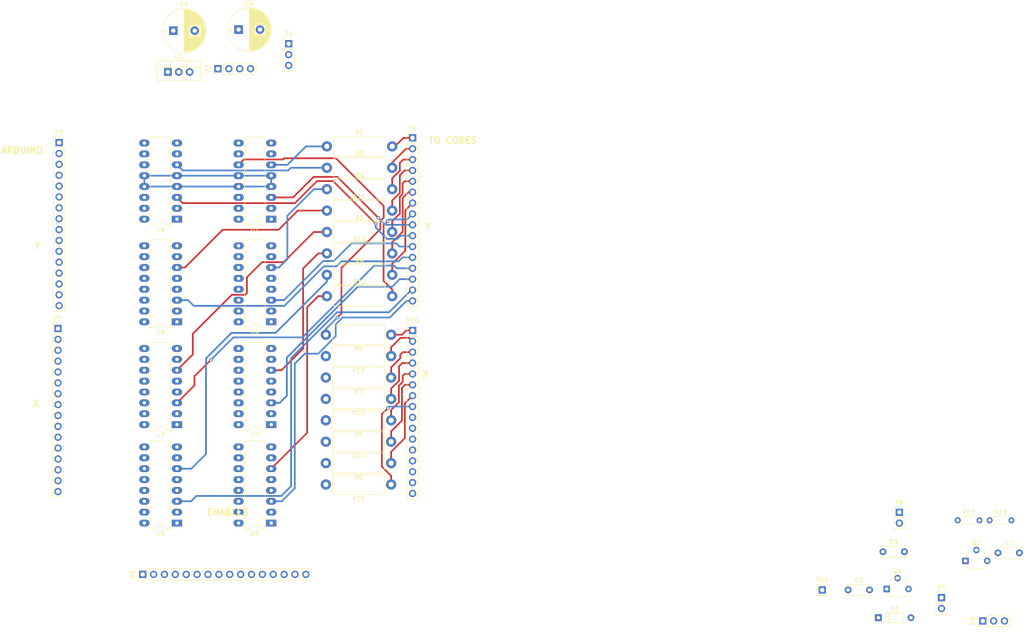
<source format=kicad_pcb>
(kicad_pcb (version 20170123) (host pcbnew "(2017-07-14 revision 22e95aa)-master")

  (general
    (thickness 1.6)
    (drawings 7)
    (tracks 216)
    (zones 0)
    (modules 46)
    (nets 107)
  )

  (page A4)
  (layers
    (0 F.Cu signal)
    (31 B.Cu signal)
    (32 B.Adhes user)
    (33 F.Adhes user)
    (34 B.Paste user)
    (35 F.Paste user)
    (36 B.SilkS user)
    (37 F.SilkS user)
    (38 B.Mask user)
    (39 F.Mask user)
    (40 Dwgs.User user)
    (41 Cmts.User user)
    (42 Eco1.User user)
    (43 Eco2.User user)
    (44 Edge.Cuts user)
    (45 Margin user)
    (46 B.CrtYd user)
    (47 F.CrtYd user)
    (48 B.Fab user)
    (49 F.Fab user)
  )

  (setup
    (last_trace_width 0.4)
    (trace_clearance 0.2)
    (zone_clearance 0.508)
    (zone_45_only no)
    (trace_min 0.2)
    (segment_width 0.2)
    (edge_width 0.15)
    (via_size 0.8)
    (via_drill 0.4)
    (via_min_size 0.4)
    (via_min_drill 0.3)
    (uvia_size 0.3)
    (uvia_drill 0.1)
    (uvias_allowed no)
    (uvia_min_size 0.2)
    (uvia_min_drill 0.1)
    (pcb_text_width 0.3)
    (pcb_text_size 1.5 1.5)
    (mod_edge_width 0.15)
    (mod_text_size 1 1)
    (mod_text_width 0.15)
    (pad_size 1.524 1.524)
    (pad_drill 0.762)
    (pad_to_mask_clearance 0.2)
    (aux_axis_origin 0 0)
    (visible_elements 7FFFF7FF)
    (pcbplotparams
      (layerselection 0x00030_ffffffff)
      (usegerberextensions false)
      (excludeedgelayer true)
      (linewidth 0.100000)
      (plotframeref false)
      (viasonmask false)
      (mode 1)
      (useauxorigin false)
      (hpglpennumber 1)
      (hpglpenspeed 20)
      (hpglpendiameter 15)
      (psnegative false)
      (psa4output false)
      (plotreference true)
      (plotvalue true)
      (plotinvisibletext false)
      (padsonsilk false)
      (subtractmaskfromsilk false)
      (outputformat 1)
      (mirror false)
      (drillshape 1)
      (scaleselection 1)
      (outputdirectory ""))
  )

  (net 0 "")
  (net 1 GND)
  (net 2 /+9V)
  (net 3 +5V)
  (net 4 "Net-(C5-Pad2)")
  (net 5 /LOW_Y0)
  (net 6 /LOW_Y1)
  (net 7 /LOW_Y2)
  (net 8 /LOW_Y3)
  (net 9 /LOW_Y4)
  (net 10 /LOW_Y5)
  (net 11 /LOW_Y6)
  (net 12 /LOW_Y7)
  (net 13 /HI_Y0)
  (net 14 /HI_Y1)
  (net 15 /HI_Y2)
  (net 16 /HI_Y3)
  (net 17 /HI_Y4)
  (net 18 /HI_Y5)
  (net 19 /HI_Y6)
  (net 20 /HI_Y7)
  (net 21 /HI_X7)
  (net 22 /HI_X6)
  (net 23 /HI_X5)
  (net 24 /HI_X4)
  (net 25 /HI_X3)
  (net 26 /HI_X2)
  (net 27 /HI_X1)
  (net 28 /HI_X0)
  (net 29 /LOW_X7)
  (net 30 /LOW_X6)
  (net 31 /LOW_X5)
  (net 32 /LOW_X4)
  (net 33 /LOW_X3)
  (net 34 /LOW_X2)
  (net 35 /LOW_X1)
  (net 36 /LOW_X0)
  (net 37 /LOGIC_PWR)
  (net 38 /EN_Y7)
  (net 39 /EN_Y6)
  (net 40 /EN_Y5)
  (net 41 /EN_Y4)
  (net 42 /EN_Y3)
  (net 43 /EN_Y2)
  (net 44 /EN_Y1)
  (net 45 /EN_Y0)
  (net 46 /EN_X7)
  (net 47 /EN_X6)
  (net 48 /EN_X5)
  (net 49 /EN_X4)
  (net 50 /EN_X3)
  (net 51 /EN_X2)
  (net 52 /EN_X1)
  (net 53 /EN_X0)
  (net 54 "Net-(P6-Pad1)")
  (net 55 "Net-(P6-Pad2)")
  (net 56 "Net-(P8-Pad3)")
  (net 57 "Net-(P8-Pad1)")
  (net 58 /IN_Y0)
  (net 59 /IN_Y1)
  (net 60 /IN_Y2)
  (net 61 /IN_Y3)
  (net 62 /IN_Y4)
  (net 63 /IN_Y5)
  (net 64 /IN_Y6)
  (net 65 /IN_Y7)
  (net 66 /OUT_Y0)
  (net 67 /OUT_Y1)
  (net 68 /OUT_Y2)
  (net 69 /OUT_Y3)
  (net 70 /OUT_Y4)
  (net 71 /OUT_Y5)
  (net 72 /OUT_Y6)
  (net 73 /OUT_Y7)
  (net 74 /OUT_X7)
  (net 75 /OUT_X6)
  (net 76 /OUT_X5)
  (net 77 /OUT_X4)
  (net 78 /OUT_X3)
  (net 79 /OUT_X2)
  (net 80 /OUT_X1)
  (net 81 /OUT_X0)
  (net 82 /IN_X7)
  (net 83 /IN_X6)
  (net 84 /IN_X5)
  (net 85 /IN_X4)
  (net 86 /IN_X3)
  (net 87 /IN_X2)
  (net 88 /IN_X1)
  (net 89 /IN_X0)
  (net 90 "Net-(P11-Pad1)")
  (net 91 "Net-(R1-Pad1)")
  (net 92 "Net-(R2-Pad1)")
  (net 93 "Net-(R3-Pad1)")
  (net 94 "Net-(R4-Pad1)")
  (net 95 "Net-(R5-Pad2)")
  (net 96 "Net-(R6-Pad2)")
  (net 97 "Net-(R7-Pad2)")
  (net 98 "Net-(R8-Pad2)")
  (net 99 "Net-(R9-Pad1)")
  (net 100 "Net-(R10-Pad1)")
  (net 101 "Net-(R11-Pad1)")
  (net 102 "Net-(R12-Pad1)")
  (net 103 "Net-(R13-Pad2)")
  (net 104 "Net-(R14-Pad2)")
  (net 105 "Net-(R15-Pad2)")
  (net 106 "Net-(R16-Pad2)")

  (net_class Default "This is the default net class."
    (clearance 0.2)
    (trace_width 0.4)
    (via_dia 0.8)
    (via_drill 0.4)
    (uvia_dia 0.3)
    (uvia_drill 0.1)
    (add_net /EN_X0)
    (add_net /EN_X1)
    (add_net /EN_X2)
    (add_net /EN_X3)
    (add_net /EN_X4)
    (add_net /EN_X5)
    (add_net /EN_X6)
    (add_net /EN_X7)
    (add_net /EN_Y0)
    (add_net /EN_Y1)
    (add_net /EN_Y2)
    (add_net /EN_Y3)
    (add_net /EN_Y4)
    (add_net /EN_Y5)
    (add_net /EN_Y6)
    (add_net /EN_Y7)
    (add_net /HI_X0)
    (add_net /HI_X1)
    (add_net /HI_X2)
    (add_net /HI_X3)
    (add_net /HI_X4)
    (add_net /HI_X5)
    (add_net /HI_X6)
    (add_net /HI_X7)
    (add_net /HI_Y0)
    (add_net /HI_Y1)
    (add_net /HI_Y2)
    (add_net /HI_Y3)
    (add_net /HI_Y4)
    (add_net /HI_Y5)
    (add_net /HI_Y6)
    (add_net /HI_Y7)
    (add_net /IN_X0)
    (add_net /IN_X1)
    (add_net /IN_X2)
    (add_net /IN_X3)
    (add_net /IN_X4)
    (add_net /IN_X5)
    (add_net /IN_X6)
    (add_net /IN_X7)
    (add_net /IN_Y0)
    (add_net /IN_Y1)
    (add_net /IN_Y2)
    (add_net /IN_Y3)
    (add_net /IN_Y4)
    (add_net /IN_Y5)
    (add_net /IN_Y6)
    (add_net /IN_Y7)
    (add_net /LOGIC_PWR)
    (add_net /LOW_X0)
    (add_net /LOW_X1)
    (add_net /LOW_X2)
    (add_net /LOW_X3)
    (add_net /LOW_X4)
    (add_net /LOW_X5)
    (add_net /LOW_X6)
    (add_net /LOW_X7)
    (add_net /LOW_Y0)
    (add_net /LOW_Y1)
    (add_net /LOW_Y2)
    (add_net /LOW_Y3)
    (add_net /LOW_Y4)
    (add_net /LOW_Y5)
    (add_net /LOW_Y6)
    (add_net /LOW_Y7)
    (add_net /OUT_X0)
    (add_net /OUT_X1)
    (add_net /OUT_X2)
    (add_net /OUT_X3)
    (add_net /OUT_X4)
    (add_net /OUT_X5)
    (add_net /OUT_X6)
    (add_net /OUT_X7)
    (add_net /OUT_Y0)
    (add_net /OUT_Y1)
    (add_net /OUT_Y2)
    (add_net /OUT_Y3)
    (add_net /OUT_Y4)
    (add_net /OUT_Y5)
    (add_net /OUT_Y6)
    (add_net /OUT_Y7)
    (add_net GND)
    (add_net "Net-(C5-Pad2)")
    (add_net "Net-(P11-Pad1)")
    (add_net "Net-(P6-Pad1)")
    (add_net "Net-(P6-Pad2)")
    (add_net "Net-(P8-Pad1)")
    (add_net "Net-(P8-Pad3)")
    (add_net "Net-(R1-Pad1)")
    (add_net "Net-(R10-Pad1)")
    (add_net "Net-(R11-Pad1)")
    (add_net "Net-(R12-Pad1)")
    (add_net "Net-(R13-Pad2)")
    (add_net "Net-(R14-Pad2)")
    (add_net "Net-(R15-Pad2)")
    (add_net "Net-(R16-Pad2)")
    (add_net "Net-(R2-Pad1)")
    (add_net "Net-(R3-Pad1)")
    (add_net "Net-(R4-Pad1)")
    (add_net "Net-(R5-Pad2)")
    (add_net "Net-(R6-Pad2)")
    (add_net "Net-(R7-Pad2)")
    (add_net "Net-(R8-Pad2)")
    (add_net "Net-(R9-Pad1)")
  )

  (net_class power ""
    (clearance 0.2)
    (trace_width 0.5)
    (via_dia 0.8)
    (via_drill 0.4)
    (uvia_dia 0.3)
    (uvia_drill 0.1)
    (add_net +5V)
    (add_net /+9V)
  )

  (module Capacitors_ThroughHole:CP_Radial_D10.0mm_P5.00mm (layer F.Cu) (tedit 5920C255) (tstamp 597550D4)
    (at 152.146 44.958)
    (descr "CP, Radial series, Radial, pin pitch=5.00mm, , diameter=10mm, Electrolytic Capacitor")
    (tags "CP Radial series Radial pin pitch 5.00mm  diameter 10mm Electrolytic Capacitor")
    (path /596B60DD)
    (fp_text reference C1 (at 2.5 -6.06) (layer F.SilkS)
      (effects (font (size 1 1) (thickness 0.15)))
    )
    (fp_text value 10U (at 2.5 6.06) (layer F.Fab)
      (effects (font (size 1 1) (thickness 0.15)))
    )
    (fp_arc (start 2.5 0) (end 7.451333 -1.18) (angle 26.8) (layer F.SilkS) (width 0.12))
    (fp_arc (start 2.5 0) (end -2.451333 1.18) (angle -153.2) (layer F.SilkS) (width 0.12))
    (fp_arc (start 2.5 0) (end -2.451333 -1.18) (angle 153.2) (layer F.SilkS) (width 0.12))
    (fp_circle (center 2.5 0) (end 7.5 0) (layer F.Fab) (width 0.1))
    (fp_line (start 7.85 -5.35) (end -2.85 -5.35) (layer F.CrtYd) (width 0.05))
    (fp_line (start 7.85 5.35) (end 7.85 -5.35) (layer F.CrtYd) (width 0.05))
    (fp_line (start -2.85 5.35) (end 7.85 5.35) (layer F.CrtYd) (width 0.05))
    (fp_line (start -2.85 -5.35) (end -2.85 5.35) (layer F.CrtYd) (width 0.05))
    (fp_line (start -1.95 -0.75) (end -1.95 0.75) (layer F.SilkS) (width 0.12))
    (fp_line (start -2.7 0) (end -1.2 0) (layer F.SilkS) (width 0.12))
    (fp_line (start 7.581 -0.279) (end 7.581 0.279) (layer F.SilkS) (width 0.12))
    (fp_line (start 7.541 -0.672) (end 7.541 0.672) (layer F.SilkS) (width 0.12))
    (fp_line (start 7.501 -0.913) (end 7.501 0.913) (layer F.SilkS) (width 0.12))
    (fp_line (start 7.461 -1.104) (end 7.461 1.104) (layer F.SilkS) (width 0.12))
    (fp_line (start 7.421 -1.265) (end 7.421 1.265) (layer F.SilkS) (width 0.12))
    (fp_line (start 7.381 -1.407) (end 7.381 1.407) (layer F.SilkS) (width 0.12))
    (fp_line (start 7.341 -1.536) (end 7.341 1.536) (layer F.SilkS) (width 0.12))
    (fp_line (start 7.301 -1.654) (end 7.301 1.654) (layer F.SilkS) (width 0.12))
    (fp_line (start 7.261 -1.763) (end 7.261 1.763) (layer F.SilkS) (width 0.12))
    (fp_line (start 7.221 -1.866) (end 7.221 1.866) (layer F.SilkS) (width 0.12))
    (fp_line (start 7.181 -1.962) (end 7.181 1.962) (layer F.SilkS) (width 0.12))
    (fp_line (start 7.141 -2.053) (end 7.141 2.053) (layer F.SilkS) (width 0.12))
    (fp_line (start 7.101 -2.14) (end 7.101 2.14) (layer F.SilkS) (width 0.12))
    (fp_line (start 7.061 -2.222) (end 7.061 2.222) (layer F.SilkS) (width 0.12))
    (fp_line (start 7.021 -2.301) (end 7.021 2.301) (layer F.SilkS) (width 0.12))
    (fp_line (start 6.981 -2.377) (end 6.981 2.377) (layer F.SilkS) (width 0.12))
    (fp_line (start 6.941 -2.449) (end 6.941 2.449) (layer F.SilkS) (width 0.12))
    (fp_line (start 6.901 -2.519) (end 6.901 2.519) (layer F.SilkS) (width 0.12))
    (fp_line (start 6.861 -2.587) (end 6.861 2.587) (layer F.SilkS) (width 0.12))
    (fp_line (start 6.821 -2.652) (end 6.821 2.652) (layer F.SilkS) (width 0.12))
    (fp_line (start 6.781 -2.715) (end 6.781 2.715) (layer F.SilkS) (width 0.12))
    (fp_line (start 6.741 -2.777) (end 6.741 2.777) (layer F.SilkS) (width 0.12))
    (fp_line (start 6.701 -2.836) (end 6.701 2.836) (layer F.SilkS) (width 0.12))
    (fp_line (start 6.661 -2.894) (end 6.661 2.894) (layer F.SilkS) (width 0.12))
    (fp_line (start 6.621 -2.949) (end 6.621 2.949) (layer F.SilkS) (width 0.12))
    (fp_line (start 6.581 -3.004) (end 6.581 3.004) (layer F.SilkS) (width 0.12))
    (fp_line (start 6.541 -3.057) (end 6.541 3.057) (layer F.SilkS) (width 0.12))
    (fp_line (start 6.501 -3.108) (end 6.501 3.108) (layer F.SilkS) (width 0.12))
    (fp_line (start 6.461 -3.158) (end 6.461 3.158) (layer F.SilkS) (width 0.12))
    (fp_line (start 6.421 -3.207) (end 6.421 3.207) (layer F.SilkS) (width 0.12))
    (fp_line (start 6.381 -3.255) (end 6.381 3.255) (layer F.SilkS) (width 0.12))
    (fp_line (start 6.341 -3.302) (end 6.341 3.302) (layer F.SilkS) (width 0.12))
    (fp_line (start 6.301 -3.347) (end 6.301 3.347) (layer F.SilkS) (width 0.12))
    (fp_line (start 6.261 -3.391) (end 6.261 3.391) (layer F.SilkS) (width 0.12))
    (fp_line (start 6.221 -3.435) (end 6.221 3.435) (layer F.SilkS) (width 0.12))
    (fp_line (start 6.181 -3.477) (end 6.181 3.477) (layer F.SilkS) (width 0.12))
    (fp_line (start 6.141 1.181) (end 6.141 3.518) (layer F.SilkS) (width 0.12))
    (fp_line (start 6.141 -3.518) (end 6.141 -1.181) (layer F.SilkS) (width 0.12))
    (fp_line (start 6.101 1.181) (end 6.101 3.559) (layer F.SilkS) (width 0.12))
    (fp_line (start 6.101 -3.559) (end 6.101 -1.181) (layer F.SilkS) (width 0.12))
    (fp_line (start 6.061 1.181) (end 6.061 3.598) (layer F.SilkS) (width 0.12))
    (fp_line (start 6.061 -3.598) (end 6.061 -1.181) (layer F.SilkS) (width 0.12))
    (fp_line (start 6.021 1.181) (end 6.021 3.637) (layer F.SilkS) (width 0.12))
    (fp_line (start 6.021 -3.637) (end 6.021 -1.181) (layer F.SilkS) (width 0.12))
    (fp_line (start 5.981 1.181) (end 5.981 3.675) (layer F.SilkS) (width 0.12))
    (fp_line (start 5.981 -3.675) (end 5.981 -1.181) (layer F.SilkS) (width 0.12))
    (fp_line (start 5.941 1.181) (end 5.941 3.712) (layer F.SilkS) (width 0.12))
    (fp_line (start 5.941 -3.712) (end 5.941 -1.181) (layer F.SilkS) (width 0.12))
    (fp_line (start 5.901 1.181) (end 5.901 3.748) (layer F.SilkS) (width 0.12))
    (fp_line (start 5.901 -3.748) (end 5.901 -1.181) (layer F.SilkS) (width 0.12))
    (fp_line (start 5.861 1.181) (end 5.861 3.784) (layer F.SilkS) (width 0.12))
    (fp_line (start 5.861 -3.784) (end 5.861 -1.181) (layer F.SilkS) (width 0.12))
    (fp_line (start 5.821 1.181) (end 5.821 3.819) (layer F.SilkS) (width 0.12))
    (fp_line (start 5.821 -3.819) (end 5.821 -1.181) (layer F.SilkS) (width 0.12))
    (fp_line (start 5.781 1.181) (end 5.781 3.853) (layer F.SilkS) (width 0.12))
    (fp_line (start 5.781 -3.853) (end 5.781 -1.181) (layer F.SilkS) (width 0.12))
    (fp_line (start 5.741 1.181) (end 5.741 3.886) (layer F.SilkS) (width 0.12))
    (fp_line (start 5.741 -3.886) (end 5.741 -1.181) (layer F.SilkS) (width 0.12))
    (fp_line (start 5.701 1.181) (end 5.701 3.919) (layer F.SilkS) (width 0.12))
    (fp_line (start 5.701 -3.919) (end 5.701 -1.181) (layer F.SilkS) (width 0.12))
    (fp_line (start 5.661 1.181) (end 5.661 3.951) (layer F.SilkS) (width 0.12))
    (fp_line (start 5.661 -3.951) (end 5.661 -1.181) (layer F.SilkS) (width 0.12))
    (fp_line (start 5.621 1.181) (end 5.621 3.982) (layer F.SilkS) (width 0.12))
    (fp_line (start 5.621 -3.982) (end 5.621 -1.181) (layer F.SilkS) (width 0.12))
    (fp_line (start 5.581 1.181) (end 5.581 4.013) (layer F.SilkS) (width 0.12))
    (fp_line (start 5.581 -4.013) (end 5.581 -1.181) (layer F.SilkS) (width 0.12))
    (fp_line (start 5.541 1.181) (end 5.541 4.043) (layer F.SilkS) (width 0.12))
    (fp_line (start 5.541 -4.043) (end 5.541 -1.181) (layer F.SilkS) (width 0.12))
    (fp_line (start 5.501 1.181) (end 5.501 4.072) (layer F.SilkS) (width 0.12))
    (fp_line (start 5.501 -4.072) (end 5.501 -1.181) (layer F.SilkS) (width 0.12))
    (fp_line (start 5.461 1.181) (end 5.461 4.101) (layer F.SilkS) (width 0.12))
    (fp_line (start 5.461 -4.101) (end 5.461 -1.181) (layer F.SilkS) (width 0.12))
    (fp_line (start 5.421 1.181) (end 5.421 4.13) (layer F.SilkS) (width 0.12))
    (fp_line (start 5.421 -4.13) (end 5.421 -1.181) (layer F.SilkS) (width 0.12))
    (fp_line (start 5.381 1.181) (end 5.381 4.157) (layer F.SilkS) (width 0.12))
    (fp_line (start 5.381 -4.157) (end 5.381 -1.181) (layer F.SilkS) (width 0.12))
    (fp_line (start 5.341 1.181) (end 5.341 4.185) (layer F.SilkS) (width 0.12))
    (fp_line (start 5.341 -4.185) (end 5.341 -1.181) (layer F.SilkS) (width 0.12))
    (fp_line (start 5.301 1.181) (end 5.301 4.211) (layer F.SilkS) (width 0.12))
    (fp_line (start 5.301 -4.211) (end 5.301 -1.181) (layer F.SilkS) (width 0.12))
    (fp_line (start 5.261 1.181) (end 5.261 4.237) (layer F.SilkS) (width 0.12))
    (fp_line (start 5.261 -4.237) (end 5.261 -1.181) (layer F.SilkS) (width 0.12))
    (fp_line (start 5.221 1.181) (end 5.221 4.263) (layer F.SilkS) (width 0.12))
    (fp_line (start 5.221 -4.263) (end 5.221 -1.181) (layer F.SilkS) (width 0.12))
    (fp_line (start 5.181 1.181) (end 5.181 4.288) (layer F.SilkS) (width 0.12))
    (fp_line (start 5.181 -4.288) (end 5.181 -1.181) (layer F.SilkS) (width 0.12))
    (fp_line (start 5.141 1.181) (end 5.141 4.312) (layer F.SilkS) (width 0.12))
    (fp_line (start 5.141 -4.312) (end 5.141 -1.181) (layer F.SilkS) (width 0.12))
    (fp_line (start 5.101 1.181) (end 5.101 4.336) (layer F.SilkS) (width 0.12))
    (fp_line (start 5.101 -4.336) (end 5.101 -1.181) (layer F.SilkS) (width 0.12))
    (fp_line (start 5.061 1.181) (end 5.061 4.36) (layer F.SilkS) (width 0.12))
    (fp_line (start 5.061 -4.36) (end 5.061 -1.181) (layer F.SilkS) (width 0.12))
    (fp_line (start 5.021 1.181) (end 5.021 4.383) (layer F.SilkS) (width 0.12))
    (fp_line (start 5.021 -4.383) (end 5.021 -1.181) (layer F.SilkS) (width 0.12))
    (fp_line (start 4.981 1.181) (end 4.981 4.405) (layer F.SilkS) (width 0.12))
    (fp_line (start 4.981 -4.405) (end 4.981 -1.181) (layer F.SilkS) (width 0.12))
    (fp_line (start 4.941 1.181) (end 4.941 4.428) (layer F.SilkS) (width 0.12))
    (fp_line (start 4.941 -4.428) (end 4.941 -1.181) (layer F.SilkS) (width 0.12))
    (fp_line (start 4.901 1.181) (end 4.901 4.449) (layer F.SilkS) (width 0.12))
    (fp_line (start 4.901 -4.449) (end 4.901 -1.181) (layer F.SilkS) (width 0.12))
    (fp_line (start 4.861 1.181) (end 4.861 4.47) (layer F.SilkS) (width 0.12))
    (fp_line (start 4.861 -4.47) (end 4.861 -1.181) (layer F.SilkS) (width 0.12))
    (fp_line (start 4.821 1.181) (end 4.821 4.491) (layer F.SilkS) (width 0.12))
    (fp_line (start 4.821 -4.491) (end 4.821 -1.181) (layer F.SilkS) (width 0.12))
    (fp_line (start 4.781 1.181) (end 4.781 4.511) (layer F.SilkS) (width 0.12))
    (fp_line (start 4.781 -4.511) (end 4.781 -1.181) (layer F.SilkS) (width 0.12))
    (fp_line (start 4.741 1.181) (end 4.741 4.531) (layer F.SilkS) (width 0.12))
    (fp_line (start 4.741 -4.531) (end 4.741 -1.181) (layer F.SilkS) (width 0.12))
    (fp_line (start 4.701 1.181) (end 4.701 4.55) (layer F.SilkS) (width 0.12))
    (fp_line (start 4.701 -4.55) (end 4.701 -1.181) (layer F.SilkS) (width 0.12))
    (fp_line (start 4.661 1.181) (end 4.661 4.569) (layer F.SilkS) (width 0.12))
    (fp_line (start 4.661 -4.569) (end 4.661 -1.181) (layer F.SilkS) (width 0.12))
    (fp_line (start 4.621 1.181) (end 4.621 4.588) (layer F.SilkS) (width 0.12))
    (fp_line (start 4.621 -4.588) (end 4.621 -1.181) (layer F.SilkS) (width 0.12))
    (fp_line (start 4.581 1.181) (end 4.581 4.606) (layer F.SilkS) (width 0.12))
    (fp_line (start 4.581 -4.606) (end 4.581 -1.181) (layer F.SilkS) (width 0.12))
    (fp_line (start 4.541 1.181) (end 4.541 4.624) (layer F.SilkS) (width 0.12))
    (fp_line (start 4.541 -4.624) (end 4.541 -1.181) (layer F.SilkS) (width 0.12))
    (fp_line (start 4.501 1.181) (end 4.501 4.641) (layer F.SilkS) (width 0.12))
    (fp_line (start 4.501 -4.641) (end 4.501 -1.181) (layer F.SilkS) (width 0.12))
    (fp_line (start 4.461 1.181) (end 4.461 4.658) (layer F.SilkS) (width 0.12))
    (fp_line (start 4.461 -4.658) (end 4.461 -1.181) (layer F.SilkS) (width 0.12))
    (fp_line (start 4.421 1.181) (end 4.421 4.674) (layer F.SilkS) (width 0.12))
    (fp_line (start 4.421 -4.674) (end 4.421 -1.181) (layer F.SilkS) (width 0.12))
    (fp_line (start 4.381 1.181) (end 4.381 4.691) (layer F.SilkS) (width 0.12))
    (fp_line (start 4.381 -4.691) (end 4.381 -1.181) (layer F.SilkS) (width 0.12))
    (fp_line (start 4.341 1.181) (end 4.341 4.706) (layer F.SilkS) (width 0.12))
    (fp_line (start 4.341 -4.706) (end 4.341 -1.181) (layer F.SilkS) (width 0.12))
    (fp_line (start 4.301 1.181) (end 4.301 4.722) (layer F.SilkS) (width 0.12))
    (fp_line (start 4.301 -4.722) (end 4.301 -1.181) (layer F.SilkS) (width 0.12))
    (fp_line (start 4.261 1.181) (end 4.261 4.737) (layer F.SilkS) (width 0.12))
    (fp_line (start 4.261 -4.737) (end 4.261 -1.181) (layer F.SilkS) (width 0.12))
    (fp_line (start 4.221 1.181) (end 4.221 4.751) (layer F.SilkS) (width 0.12))
    (fp_line (start 4.221 -4.751) (end 4.221 -1.181) (layer F.SilkS) (width 0.12))
    (fp_line (start 4.181 1.181) (end 4.181 4.765) (layer F.SilkS) (width 0.12))
    (fp_line (start 4.181 -4.765) (end 4.181 -1.181) (layer F.SilkS) (width 0.12))
    (fp_line (start 4.141 1.181) (end 4.141 4.779) (layer F.SilkS) (width 0.12))
    (fp_line (start 4.141 -4.779) (end 4.141 -1.181) (layer F.SilkS) (width 0.12))
    (fp_line (start 4.101 1.181) (end 4.101 4.792) (layer F.SilkS) (width 0.12))
    (fp_line (start 4.101 -4.792) (end 4.101 -1.181) (layer F.SilkS) (width 0.12))
    (fp_line (start 4.061 1.181) (end 4.061 4.806) (layer F.SilkS) (width 0.12))
    (fp_line (start 4.061 -4.806) (end 4.061 -1.181) (layer F.SilkS) (width 0.12))
    (fp_line (start 4.021 1.181) (end 4.021 4.818) (layer F.SilkS) (width 0.12))
    (fp_line (start 4.021 -4.818) (end 4.021 -1.181) (layer F.SilkS) (width 0.12))
    (fp_line (start 3.981 1.181) (end 3.981 4.831) (layer F.SilkS) (width 0.12))
    (fp_line (start 3.981 -4.831) (end 3.981 -1.181) (layer F.SilkS) (width 0.12))
    (fp_line (start 3.941 1.181) (end 3.941 4.843) (layer F.SilkS) (width 0.12))
    (fp_line (start 3.941 -4.843) (end 3.941 -1.181) (layer F.SilkS) (width 0.12))
    (fp_line (start 3.901 1.181) (end 3.901 4.854) (layer F.SilkS) (width 0.12))
    (fp_line (start 3.901 -4.854) (end 3.901 -1.181) (layer F.SilkS) (width 0.12))
    (fp_line (start 3.861 1.181) (end 3.861 4.865) (layer F.SilkS) (width 0.12))
    (fp_line (start 3.861 -4.865) (end 3.861 -1.181) (layer F.SilkS) (width 0.12))
    (fp_line (start 3.821 1.181) (end 3.821 4.876) (layer F.SilkS) (width 0.12))
    (fp_line (start 3.821 -4.876) (end 3.821 -1.181) (layer F.SilkS) (width 0.12))
    (fp_line (start 3.781 -4.887) (end 3.781 4.887) (layer F.SilkS) (width 0.12))
    (fp_line (start 3.741 -4.897) (end 3.741 4.897) (layer F.SilkS) (width 0.12))
    (fp_line (start 3.701 -4.907) (end 3.701 4.907) (layer F.SilkS) (width 0.12))
    (fp_line (start 3.661 -4.917) (end 3.661 4.917) (layer F.SilkS) (width 0.12))
    (fp_line (start 3.621 -4.926) (end 3.621 4.926) (layer F.SilkS) (width 0.12))
    (fp_line (start 3.581 -4.935) (end 3.581 4.935) (layer F.SilkS) (width 0.12))
    (fp_line (start 3.541 -4.943) (end 3.541 4.943) (layer F.SilkS) (width 0.12))
    (fp_line (start 3.501 -4.951) (end 3.501 4.951) (layer F.SilkS) (width 0.12))
    (fp_line (start 3.461 -4.959) (end 3.461 4.959) (layer F.SilkS) (width 0.12))
    (fp_line (start 3.421 -4.967) (end 3.421 4.967) (layer F.SilkS) (width 0.12))
    (fp_line (start 3.381 -4.974) (end 3.381 4.974) (layer F.SilkS) (width 0.12))
    (fp_line (start 3.341 -4.981) (end 3.341 4.981) (layer F.SilkS) (width 0.12))
    (fp_line (start 3.301 -4.987) (end 3.301 4.987) (layer F.SilkS) (width 0.12))
    (fp_line (start 3.261 -4.993) (end 3.261 4.993) (layer F.SilkS) (width 0.12))
    (fp_line (start 3.221 -4.999) (end 3.221 4.999) (layer F.SilkS) (width 0.12))
    (fp_line (start 3.18 -5.005) (end 3.18 5.005) (layer F.SilkS) (width 0.12))
    (fp_line (start 3.14 -5.01) (end 3.14 5.01) (layer F.SilkS) (width 0.12))
    (fp_line (start 3.1 -5.015) (end 3.1 5.015) (layer F.SilkS) (width 0.12))
    (fp_line (start 3.06 -5.02) (end 3.06 5.02) (layer F.SilkS) (width 0.12))
    (fp_line (start 3.02 -5.024) (end 3.02 5.024) (layer F.SilkS) (width 0.12))
    (fp_line (start 2.98 -5.028) (end 2.98 5.028) (layer F.SilkS) (width 0.12))
    (fp_line (start 2.94 -5.031) (end 2.94 5.031) (layer F.SilkS) (width 0.12))
    (fp_line (start 2.9 -5.035) (end 2.9 5.035) (layer F.SilkS) (width 0.12))
    (fp_line (start 2.86 -5.038) (end 2.86 5.038) (layer F.SilkS) (width 0.12))
    (fp_line (start 2.82 -5.04) (end 2.82 5.04) (layer F.SilkS) (width 0.12))
    (fp_line (start 2.78 -5.043) (end 2.78 5.043) (layer F.SilkS) (width 0.12))
    (fp_line (start 2.74 -5.045) (end 2.74 5.045) (layer F.SilkS) (width 0.12))
    (fp_line (start 2.7 -5.047) (end 2.7 5.047) (layer F.SilkS) (width 0.12))
    (fp_line (start 2.66 -5.048) (end 2.66 5.048) (layer F.SilkS) (width 0.12))
    (fp_line (start 2.62 -5.049) (end 2.62 5.049) (layer F.SilkS) (width 0.12))
    (fp_line (start 2.58 -5.05) (end 2.58 5.05) (layer F.SilkS) (width 0.12))
    (fp_line (start 2.54 -5.05) (end 2.54 5.05) (layer F.SilkS) (width 0.12))
    (fp_line (start 2.5 -5.05) (end 2.5 5.05) (layer F.SilkS) (width 0.12))
    (fp_line (start -1.95 -0.75) (end -1.95 0.75) (layer F.Fab) (width 0.1))
    (fp_line (start -2.7 0) (end -1.2 0) (layer F.Fab) (width 0.1))
    (fp_text user %R (at 2.4 0) (layer F.Fab)
      (effects (font (size 1 1) (thickness 0.15)))
    )
    (pad 2 thru_hole circle (at 5 0) (size 2 2) (drill 1) (layers *.Cu *.Mask)
      (net 1 GND))
    (pad 1 thru_hole rect (at 0 0) (size 2 2) (drill 1) (layers *.Cu *.Mask)
      (net 2 /+9V))
    (model ${KISYS3DMOD}/Capacitors_THT.3dshapes/CP_Radial_D10.0mm_P5.00mm.wrl
      (at (xyz 0 0 0))
      (scale (xyz 1 1 1))
      (rotate (xyz 0 0 0))
    )
  )

  (module Capacitors_ThroughHole:C_Disc_D6.0mm_W2.5mm_P5.00mm (layer F.Cu) (tedit 5920C254) (tstamp 597550E9)
    (at 344.673001 166.9635)
    (descr "C, Disc series, Radial, pin pitch=5.00mm, , diameter*width=6*2.5mm^2, Capacitor, http://cdn-reichelt.de/documents/datenblatt/B300/DS_KERKO_TC.pdf")
    (tags "C Disc series Radial pin pitch 5.00mm  diameter 6mm width 2.5mm Capacitor")
    (path /596B61A5)
    (fp_text reference C2 (at 2.5 -2.31) (layer F.SilkS)
      (effects (font (size 1 1) (thickness 0.15)))
    )
    (fp_text value 100N (at 2.5 2.31) (layer F.Fab)
      (effects (font (size 1 1) (thickness 0.15)))
    )
    (fp_line (start 6.05 -1.6) (end -1.05 -1.6) (layer F.CrtYd) (width 0.05))
    (fp_line (start 6.05 1.6) (end 6.05 -1.6) (layer F.CrtYd) (width 0.05))
    (fp_line (start -1.05 1.6) (end 6.05 1.6) (layer F.CrtYd) (width 0.05))
    (fp_line (start -1.05 -1.6) (end -1.05 1.6) (layer F.CrtYd) (width 0.05))
    (fp_line (start 5.56 0.996) (end 5.56 1.31) (layer F.SilkS) (width 0.12))
    (fp_line (start 5.56 -1.31) (end 5.56 -0.996) (layer F.SilkS) (width 0.12))
    (fp_line (start -0.56 0.996) (end -0.56 1.31) (layer F.SilkS) (width 0.12))
    (fp_line (start -0.56 -1.31) (end -0.56 -0.996) (layer F.SilkS) (width 0.12))
    (fp_line (start -0.56 1.31) (end 5.56 1.31) (layer F.SilkS) (width 0.12))
    (fp_line (start -0.56 -1.31) (end 5.56 -1.31) (layer F.SilkS) (width 0.12))
    (fp_line (start 5.5 -1.25) (end -0.5 -1.25) (layer F.Fab) (width 0.1))
    (fp_line (start 5.5 1.25) (end 5.5 -1.25) (layer F.Fab) (width 0.1))
    (fp_line (start -0.5 1.25) (end 5.5 1.25) (layer F.Fab) (width 0.1))
    (fp_line (start -0.5 -1.25) (end -0.5 1.25) (layer F.Fab) (width 0.1))
    (fp_text user %R (at 2.5 0) (layer F.Fab)
      (effects (font (size 1 1) (thickness 0.15)))
    )
    (pad 2 thru_hole circle (at 5 0) (size 1.6 1.6) (drill 0.8) (layers *.Cu *.Mask)
      (net 1 GND))
    (pad 1 thru_hole circle (at 0 0) (size 1.6 1.6) (drill 0.8) (layers *.Cu *.Mask)
      (net 2 /+9V))
    (model ${KISYS3DMOD}/Capacitors_THT.3dshapes/C_Disc_D6.0mm_W2.5mm_P5.00mm.wrl
      (at (xyz 0 0 0))
      (scale (xyz 0.393701 0.393701 0.393701))
      (rotate (xyz 0 0 0))
    )
  )

  (module Capacitors_ThroughHole:C_Disc_D6.0mm_W2.5mm_P5.00mm (layer F.Cu) (tedit 5920C254) (tstamp 597550FE)
    (at 317.819001 166.7095)
    (descr "C, Disc series, Radial, pin pitch=5.00mm, , diameter*width=6*2.5mm^2, Capacitor, http://cdn-reichelt.de/documents/datenblatt/B300/DS_KERKO_TC.pdf")
    (tags "C Disc series Radial pin pitch 5.00mm  diameter 6mm width 2.5mm Capacitor")
    (path /596B61F6)
    (fp_text reference C3 (at 2.5 -2.31) (layer F.SilkS)
      (effects (font (size 1 1) (thickness 0.15)))
    )
    (fp_text value 100N (at 2.5 2.31) (layer F.Fab)
      (effects (font (size 1 1) (thickness 0.15)))
    )
    (fp_text user %R (at 2.5 0) (layer F.Fab)
      (effects (font (size 1 1) (thickness 0.15)))
    )
    (fp_line (start -0.5 -1.25) (end -0.5 1.25) (layer F.Fab) (width 0.1))
    (fp_line (start -0.5 1.25) (end 5.5 1.25) (layer F.Fab) (width 0.1))
    (fp_line (start 5.5 1.25) (end 5.5 -1.25) (layer F.Fab) (width 0.1))
    (fp_line (start 5.5 -1.25) (end -0.5 -1.25) (layer F.Fab) (width 0.1))
    (fp_line (start -0.56 -1.31) (end 5.56 -1.31) (layer F.SilkS) (width 0.12))
    (fp_line (start -0.56 1.31) (end 5.56 1.31) (layer F.SilkS) (width 0.12))
    (fp_line (start -0.56 -1.31) (end -0.56 -0.996) (layer F.SilkS) (width 0.12))
    (fp_line (start -0.56 0.996) (end -0.56 1.31) (layer F.SilkS) (width 0.12))
    (fp_line (start 5.56 -1.31) (end 5.56 -0.996) (layer F.SilkS) (width 0.12))
    (fp_line (start 5.56 0.996) (end 5.56 1.31) (layer F.SilkS) (width 0.12))
    (fp_line (start -1.05 -1.6) (end -1.05 1.6) (layer F.CrtYd) (width 0.05))
    (fp_line (start -1.05 1.6) (end 6.05 1.6) (layer F.CrtYd) (width 0.05))
    (fp_line (start 6.05 1.6) (end 6.05 -1.6) (layer F.CrtYd) (width 0.05))
    (fp_line (start 6.05 -1.6) (end -1.05 -1.6) (layer F.CrtYd) (width 0.05))
    (pad 1 thru_hole circle (at 0 0) (size 1.6 1.6) (drill 0.8) (layers *.Cu *.Mask)
      (net 3 +5V))
    (pad 2 thru_hole circle (at 5 0) (size 1.6 1.6) (drill 0.8) (layers *.Cu *.Mask)
      (net 1 GND))
    (model ${KISYS3DMOD}/Capacitors_THT.3dshapes/C_Disc_D6.0mm_W2.5mm_P5.00mm.wrl
      (at (xyz 0 0 0))
      (scale (xyz 0.393701 0.393701 0.393701))
      (rotate (xyz 0 0 0))
    )
  )

  (module Capacitors_ThroughHole:CP_Radial_D10.0mm_P5.00mm (layer F.Cu) (tedit 5920C255) (tstamp 597551CC)
    (at 167.386 44.704)
    (descr "CP, Radial series, Radial, pin pitch=5.00mm, , diameter=10mm, Electrolytic Capacitor")
    (tags "CP Radial series Radial pin pitch 5.00mm  diameter 10mm Electrolytic Capacitor")
    (path /596B6157)
    (fp_text reference C4 (at 2.5 -6.06) (layer F.SilkS)
      (effects (font (size 1 1) (thickness 0.15)))
    )
    (fp_text value 10U (at 2.5 6.06) (layer F.Fab)
      (effects (font (size 1 1) (thickness 0.15)))
    )
    (fp_text user %R (at 2.4 0) (layer F.Fab)
      (effects (font (size 1 1) (thickness 0.15)))
    )
    (fp_line (start -2.7 0) (end -1.2 0) (layer F.Fab) (width 0.1))
    (fp_line (start -1.95 -0.75) (end -1.95 0.75) (layer F.Fab) (width 0.1))
    (fp_line (start 2.5 -5.05) (end 2.5 5.05) (layer F.SilkS) (width 0.12))
    (fp_line (start 2.54 -5.05) (end 2.54 5.05) (layer F.SilkS) (width 0.12))
    (fp_line (start 2.58 -5.05) (end 2.58 5.05) (layer F.SilkS) (width 0.12))
    (fp_line (start 2.62 -5.049) (end 2.62 5.049) (layer F.SilkS) (width 0.12))
    (fp_line (start 2.66 -5.048) (end 2.66 5.048) (layer F.SilkS) (width 0.12))
    (fp_line (start 2.7 -5.047) (end 2.7 5.047) (layer F.SilkS) (width 0.12))
    (fp_line (start 2.74 -5.045) (end 2.74 5.045) (layer F.SilkS) (width 0.12))
    (fp_line (start 2.78 -5.043) (end 2.78 5.043) (layer F.SilkS) (width 0.12))
    (fp_line (start 2.82 -5.04) (end 2.82 5.04) (layer F.SilkS) (width 0.12))
    (fp_line (start 2.86 -5.038) (end 2.86 5.038) (layer F.SilkS) (width 0.12))
    (fp_line (start 2.9 -5.035) (end 2.9 5.035) (layer F.SilkS) (width 0.12))
    (fp_line (start 2.94 -5.031) (end 2.94 5.031) (layer F.SilkS) (width 0.12))
    (fp_line (start 2.98 -5.028) (end 2.98 5.028) (layer F.SilkS) (width 0.12))
    (fp_line (start 3.02 -5.024) (end 3.02 5.024) (layer F.SilkS) (width 0.12))
    (fp_line (start 3.06 -5.02) (end 3.06 5.02) (layer F.SilkS) (width 0.12))
    (fp_line (start 3.1 -5.015) (end 3.1 5.015) (layer F.SilkS) (width 0.12))
    (fp_line (start 3.14 -5.01) (end 3.14 5.01) (layer F.SilkS) (width 0.12))
    (fp_line (start 3.18 -5.005) (end 3.18 5.005) (layer F.SilkS) (width 0.12))
    (fp_line (start 3.221 -4.999) (end 3.221 4.999) (layer F.SilkS) (width 0.12))
    (fp_line (start 3.261 -4.993) (end 3.261 4.993) (layer F.SilkS) (width 0.12))
    (fp_line (start 3.301 -4.987) (end 3.301 4.987) (layer F.SilkS) (width 0.12))
    (fp_line (start 3.341 -4.981) (end 3.341 4.981) (layer F.SilkS) (width 0.12))
    (fp_line (start 3.381 -4.974) (end 3.381 4.974) (layer F.SilkS) (width 0.12))
    (fp_line (start 3.421 -4.967) (end 3.421 4.967) (layer F.SilkS) (width 0.12))
    (fp_line (start 3.461 -4.959) (end 3.461 4.959) (layer F.SilkS) (width 0.12))
    (fp_line (start 3.501 -4.951) (end 3.501 4.951) (layer F.SilkS) (width 0.12))
    (fp_line (start 3.541 -4.943) (end 3.541 4.943) (layer F.SilkS) (width 0.12))
    (fp_line (start 3.581 -4.935) (end 3.581 4.935) (layer F.SilkS) (width 0.12))
    (fp_line (start 3.621 -4.926) (end 3.621 4.926) (layer F.SilkS) (width 0.12))
    (fp_line (start 3.661 -4.917) (end 3.661 4.917) (layer F.SilkS) (width 0.12))
    (fp_line (start 3.701 -4.907) (end 3.701 4.907) (layer F.SilkS) (width 0.12))
    (fp_line (start 3.741 -4.897) (end 3.741 4.897) (layer F.SilkS) (width 0.12))
    (fp_line (start 3.781 -4.887) (end 3.781 4.887) (layer F.SilkS) (width 0.12))
    (fp_line (start 3.821 -4.876) (end 3.821 -1.181) (layer F.SilkS) (width 0.12))
    (fp_line (start 3.821 1.181) (end 3.821 4.876) (layer F.SilkS) (width 0.12))
    (fp_line (start 3.861 -4.865) (end 3.861 -1.181) (layer F.SilkS) (width 0.12))
    (fp_line (start 3.861 1.181) (end 3.861 4.865) (layer F.SilkS) (width 0.12))
    (fp_line (start 3.901 -4.854) (end 3.901 -1.181) (layer F.SilkS) (width 0.12))
    (fp_line (start 3.901 1.181) (end 3.901 4.854) (layer F.SilkS) (width 0.12))
    (fp_line (start 3.941 -4.843) (end 3.941 -1.181) (layer F.SilkS) (width 0.12))
    (fp_line (start 3.941 1.181) (end 3.941 4.843) (layer F.SilkS) (width 0.12))
    (fp_line (start 3.981 -4.831) (end 3.981 -1.181) (layer F.SilkS) (width 0.12))
    (fp_line (start 3.981 1.181) (end 3.981 4.831) (layer F.SilkS) (width 0.12))
    (fp_line (start 4.021 -4.818) (end 4.021 -1.181) (layer F.SilkS) (width 0.12))
    (fp_line (start 4.021 1.181) (end 4.021 4.818) (layer F.SilkS) (width 0.12))
    (fp_line (start 4.061 -4.806) (end 4.061 -1.181) (layer F.SilkS) (width 0.12))
    (fp_line (start 4.061 1.181) (end 4.061 4.806) (layer F.SilkS) (width 0.12))
    (fp_line (start 4.101 -4.792) (end 4.101 -1.181) (layer F.SilkS) (width 0.12))
    (fp_line (start 4.101 1.181) (end 4.101 4.792) (layer F.SilkS) (width 0.12))
    (fp_line (start 4.141 -4.779) (end 4.141 -1.181) (layer F.SilkS) (width 0.12))
    (fp_line (start 4.141 1.181) (end 4.141 4.779) (layer F.SilkS) (width 0.12))
    (fp_line (start 4.181 -4.765) (end 4.181 -1.181) (layer F.SilkS) (width 0.12))
    (fp_line (start 4.181 1.181) (end 4.181 4.765) (layer F.SilkS) (width 0.12))
    (fp_line (start 4.221 -4.751) (end 4.221 -1.181) (layer F.SilkS) (width 0.12))
    (fp_line (start 4.221 1.181) (end 4.221 4.751) (layer F.SilkS) (width 0.12))
    (fp_line (start 4.261 -4.737) (end 4.261 -1.181) (layer F.SilkS) (width 0.12))
    (fp_line (start 4.261 1.181) (end 4.261 4.737) (layer F.SilkS) (width 0.12))
    (fp_line (start 4.301 -4.722) (end 4.301 -1.181) (layer F.SilkS) (width 0.12))
    (fp_line (start 4.301 1.181) (end 4.301 4.722) (layer F.SilkS) (width 0.12))
    (fp_line (start 4.341 -4.706) (end 4.341 -1.181) (layer F.SilkS) (width 0.12))
    (fp_line (start 4.341 1.181) (end 4.341 4.706) (layer F.SilkS) (width 0.12))
    (fp_line (start 4.381 -4.691) (end 4.381 -1.181) (layer F.SilkS) (width 0.12))
    (fp_line (start 4.381 1.181) (end 4.381 4.691) (layer F.SilkS) (width 0.12))
    (fp_line (start 4.421 -4.674) (end 4.421 -1.181) (layer F.SilkS) (width 0.12))
    (fp_line (start 4.421 1.181) (end 4.421 4.674) (layer F.SilkS) (width 0.12))
    (fp_line (start 4.461 -4.658) (end 4.461 -1.181) (layer F.SilkS) (width 0.12))
    (fp_line (start 4.461 1.181) (end 4.461 4.658) (layer F.SilkS) (width 0.12))
    (fp_line (start 4.501 -4.641) (end 4.501 -1.181) (layer F.SilkS) (width 0.12))
    (fp_line (start 4.501 1.181) (end 4.501 4.641) (layer F.SilkS) (width 0.12))
    (fp_line (start 4.541 -4.624) (end 4.541 -1.181) (layer F.SilkS) (width 0.12))
    (fp_line (start 4.541 1.181) (end 4.541 4.624) (layer F.SilkS) (width 0.12))
    (fp_line (start 4.581 -4.606) (end 4.581 -1.181) (layer F.SilkS) (width 0.12))
    (fp_line (start 4.581 1.181) (end 4.581 4.606) (layer F.SilkS) (width 0.12))
    (fp_line (start 4.621 -4.588) (end 4.621 -1.181) (layer F.SilkS) (width 0.12))
    (fp_line (start 4.621 1.181) (end 4.621 4.588) (layer F.SilkS) (width 0.12))
    (fp_line (start 4.661 -4.569) (end 4.661 -1.181) (layer F.SilkS) (width 0.12))
    (fp_line (start 4.661 1.181) (end 4.661 4.569) (layer F.SilkS) (width 0.12))
    (fp_line (start 4.701 -4.55) (end 4.701 -1.181) (layer F.SilkS) (width 0.12))
    (fp_line (start 4.701 1.181) (end 4.701 4.55) (layer F.SilkS) (width 0.12))
    (fp_line (start 4.741 -4.531) (end 4.741 -1.181) (layer F.SilkS) (width 0.12))
    (fp_line (start 4.741 1.181) (end 4.741 4.531) (layer F.SilkS) (width 0.12))
    (fp_line (start 4.781 -4.511) (end 4.781 -1.181) (layer F.SilkS) (width 0.12))
    (fp_line (start 4.781 1.181) (end 4.781 4.511) (layer F.SilkS) (width 0.12))
    (fp_line (start 4.821 -4.491) (end 4.821 -1.181) (layer F.SilkS) (width 0.12))
    (fp_line (start 4.821 1.181) (end 4.821 4.491) (layer F.SilkS) (width 0.12))
    (fp_line (start 4.861 -4.47) (end 4.861 -1.181) (layer F.SilkS) (width 0.12))
    (fp_line (start 4.861 1.181) (end 4.861 4.47) (layer F.SilkS) (width 0.12))
    (fp_line (start 4.901 -4.449) (end 4.901 -1.181) (layer F.SilkS) (width 0.12))
    (fp_line (start 4.901 1.181) (end 4.901 4.449) (layer F.SilkS) (width 0.12))
    (fp_line (start 4.941 -4.428) (end 4.941 -1.181) (layer F.SilkS) (width 0.12))
    (fp_line (start 4.941 1.181) (end 4.941 4.428) (layer F.SilkS) (width 0.12))
    (fp_line (start 4.981 -4.405) (end 4.981 -1.181) (layer F.SilkS) (width 0.12))
    (fp_line (start 4.981 1.181) (end 4.981 4.405) (layer F.SilkS) (width 0.12))
    (fp_line (start 5.021 -4.383) (end 5.021 -1.181) (layer F.SilkS) (width 0.12))
    (fp_line (start 5.021 1.181) (end 5.021 4.383) (layer F.SilkS) (width 0.12))
    (fp_line (start 5.061 -4.36) (end 5.061 -1.181) (layer F.SilkS) (width 0.12))
    (fp_line (start 5.061 1.181) (end 5.061 4.36) (layer F.SilkS) (width 0.12))
    (fp_line (start 5.101 -4.336) (end 5.101 -1.181) (layer F.SilkS) (width 0.12))
    (fp_line (start 5.101 1.181) (end 5.101 4.336) (layer F.SilkS) (width 0.12))
    (fp_line (start 5.141 -4.312) (end 5.141 -1.181) (layer F.SilkS) (width 0.12))
    (fp_line (start 5.141 1.181) (end 5.141 4.312) (layer F.SilkS) (width 0.12))
    (fp_line (start 5.181 -4.288) (end 5.181 -1.181) (layer F.SilkS) (width 0.12))
    (fp_line (start 5.181 1.181) (end 5.181 4.288) (layer F.SilkS) (width 0.12))
    (fp_line (start 5.221 -4.263) (end 5.221 -1.181) (layer F.SilkS) (width 0.12))
    (fp_line (start 5.221 1.181) (end 5.221 4.263) (layer F.SilkS) (width 0.12))
    (fp_line (start 5.261 -4.237) (end 5.261 -1.181) (layer F.SilkS) (width 0.12))
    (fp_line (start 5.261 1.181) (end 5.261 4.237) (layer F.SilkS) (width 0.12))
    (fp_line (start 5.301 -4.211) (end 5.301 -1.181) (layer F.SilkS) (width 0.12))
    (fp_line (start 5.301 1.181) (end 5.301 4.211) (layer F.SilkS) (width 0.12))
    (fp_line (start 5.341 -4.185) (end 5.341 -1.181) (layer F.SilkS) (width 0.12))
    (fp_line (start 5.341 1.181) (end 5.341 4.185) (layer F.SilkS) (width 0.12))
    (fp_line (start 5.381 -4.157) (end 5.381 -1.181) (layer F.SilkS) (width 0.12))
    (fp_line (start 5.381 1.181) (end 5.381 4.157) (layer F.SilkS) (width 0.12))
    (fp_line (start 5.421 -4.13) (end 5.421 -1.181) (layer F.SilkS) (width 0.12))
    (fp_line (start 5.421 1.181) (end 5.421 4.13) (layer F.SilkS) (width 0.12))
    (fp_line (start 5.461 -4.101) (end 5.461 -1.181) (layer F.SilkS) (width 0.12))
    (fp_line (start 5.461 1.181) (end 5.461 4.101) (layer F.SilkS) (width 0.12))
    (fp_line (start 5.501 -4.072) (end 5.501 -1.181) (layer F.SilkS) (width 0.12))
    (fp_line (start 5.501 1.181) (end 5.501 4.072) (layer F.SilkS) (width 0.12))
    (fp_line (start 5.541 -4.043) (end 5.541 -1.181) (layer F.SilkS) (width 0.12))
    (fp_line (start 5.541 1.181) (end 5.541 4.043) (layer F.SilkS) (width 0.12))
    (fp_line (start 5.581 -4.013) (end 5.581 -1.181) (layer F.SilkS) (width 0.12))
    (fp_line (start 5.581 1.181) (end 5.581 4.013) (layer F.SilkS) (width 0.12))
    (fp_line (start 5.621 -3.982) (end 5.621 -1.181) (layer F.SilkS) (width 0.12))
    (fp_line (start 5.621 1.181) (end 5.621 3.982) (layer F.SilkS) (width 0.12))
    (fp_line (start 5.661 -3.951) (end 5.661 -1.181) (layer F.SilkS) (width 0.12))
    (fp_line (start 5.661 1.181) (end 5.661 3.951) (layer F.SilkS) (width 0.12))
    (fp_line (start 5.701 -3.919) (end 5.701 -1.181) (layer F.SilkS) (width 0.12))
    (fp_line (start 5.701 1.181) (end 5.701 3.919) (layer F.SilkS) (width 0.12))
    (fp_line (start 5.741 -3.886) (end 5.741 -1.181) (layer F.SilkS) (width 0.12))
    (fp_line (start 5.741 1.181) (end 5.741 3.886) (layer F.SilkS) (width 0.12))
    (fp_line (start 5.781 -3.853) (end 5.781 -1.181) (layer F.SilkS) (width 0.12))
    (fp_line (start 5.781 1.181) (end 5.781 3.853) (layer F.SilkS) (width 0.12))
    (fp_line (start 5.821 -3.819) (end 5.821 -1.181) (layer F.SilkS) (width 0.12))
    (fp_line (start 5.821 1.181) (end 5.821 3.819) (layer F.SilkS) (width 0.12))
    (fp_line (start 5.861 -3.784) (end 5.861 -1.181) (layer F.SilkS) (width 0.12))
    (fp_line (start 5.861 1.181) (end 5.861 3.784) (layer F.SilkS) (width 0.12))
    (fp_line (start 5.901 -3.748) (end 5.901 -1.181) (layer F.SilkS) (width 0.12))
    (fp_line (start 5.901 1.181) (end 5.901 3.748) (layer F.SilkS) (width 0.12))
    (fp_line (start 5.941 -3.712) (end 5.941 -1.181) (layer F.SilkS) (width 0.12))
    (fp_line (start 5.941 1.181) (end 5.941 3.712) (layer F.SilkS) (width 0.12))
    (fp_line (start 5.981 -3.675) (end 5.981 -1.181) (layer F.SilkS) (width 0.12))
    (fp_line (start 5.981 1.181) (end 5.981 3.675) (layer F.SilkS) (width 0.12))
    (fp_line (start 6.021 -3.637) (end 6.021 -1.181) (layer F.SilkS) (width 0.12))
    (fp_line (start 6.021 1.181) (end 6.021 3.637) (layer F.SilkS) (width 0.12))
    (fp_line (start 6.061 -3.598) (end 6.061 -1.181) (layer F.SilkS) (width 0.12))
    (fp_line (start 6.061 1.181) (end 6.061 3.598) (layer F.SilkS) (width 0.12))
    (fp_line (start 6.101 -3.559) (end 6.101 -1.181) (layer F.SilkS) (width 0.12))
    (fp_line (start 6.101 1.181) (end 6.101 3.559) (layer F.SilkS) (width 0.12))
    (fp_line (start 6.141 -3.518) (end 6.141 -1.181) (layer F.SilkS) (width 0.12))
    (fp_line (start 6.141 1.181) (end 6.141 3.518) (layer F.SilkS) (width 0.12))
    (fp_line (start 6.181 -3.477) (end 6.181 3.477) (layer F.SilkS) (width 0.12))
    (fp_line (start 6.221 -3.435) (end 6.221 3.435) (layer F.SilkS) (width 0.12))
    (fp_line (start 6.261 -3.391) (end 6.261 3.391) (layer F.SilkS) (width 0.12))
    (fp_line (start 6.301 -3.347) (end 6.301 3.347) (layer F.SilkS) (width 0.12))
    (fp_line (start 6.341 -3.302) (end 6.341 3.302) (layer F.SilkS) (width 0.12))
    (fp_line (start 6.381 -3.255) (end 6.381 3.255) (layer F.SilkS) (width 0.12))
    (fp_line (start 6.421 -3.207) (end 6.421 3.207) (layer F.SilkS) (width 0.12))
    (fp_line (start 6.461 -3.158) (end 6.461 3.158) (layer F.SilkS) (width 0.12))
    (fp_line (start 6.501 -3.108) (end 6.501 3.108) (layer F.SilkS) (width 0.12))
    (fp_line (start 6.541 -3.057) (end 6.541 3.057) (layer F.SilkS) (width 0.12))
    (fp_line (start 6.581 -3.004) (end 6.581 3.004) (layer F.SilkS) (width 0.12))
    (fp_line (start 6.621 -2.949) (end 6.621 2.949) (layer F.SilkS) (width 0.12))
    (fp_line (start 6.661 -2.894) (end 6.661 2.894) (layer F.SilkS) (width 0.12))
    (fp_line (start 6.701 -2.836) (end 6.701 2.836) (layer F.SilkS) (width 0.12))
    (fp_line (start 6.741 -2.777) (end 6.741 2.777) (layer F.SilkS) (width 0.12))
    (fp_line (start 6.781 -2.715) (end 6.781 2.715) (layer F.SilkS) (width 0.12))
    (fp_line (start 6.821 -2.652) (end 6.821 2.652) (layer F.SilkS) (width 0.12))
    (fp_line (start 6.861 -2.587) (end 6.861 2.587) (layer F.SilkS) (width 0.12))
    (fp_line (start 6.901 -2.519) (end 6.901 2.519) (layer F.SilkS) (width 0.12))
    (fp_line (start 6.941 -2.449) (end 6.941 2.449) (layer F.SilkS) (width 0.12))
    (fp_line (start 6.981 -2.377) (end 6.981 2.377) (layer F.SilkS) (width 0.12))
    (fp_line (start 7.021 -2.301) (end 7.021 2.301) (layer F.SilkS) (width 0.12))
    (fp_line (start 7.061 -2.222) (end 7.061 2.222) (layer F.SilkS) (width 0.12))
    (fp_line (start 7.101 -2.14) (end 7.101 2.14) (layer F.SilkS) (width 0.12))
    (fp_line (start 7.141 -2.053) (end 7.141 2.053) (layer F.SilkS) (width 0.12))
    (fp_line (start 7.181 -1.962) (end 7.181 1.962) (layer F.SilkS) (width 0.12))
    (fp_line (start 7.221 -1.866) (end 7.221 1.866) (layer F.SilkS) (width 0.12))
    (fp_line (start 7.261 -1.763) (end 7.261 1.763) (layer F.SilkS) (width 0.12))
    (fp_line (start 7.301 -1.654) (end 7.301 1.654) (layer F.SilkS) (width 0.12))
    (fp_line (start 7.341 -1.536) (end 7.341 1.536) (layer F.SilkS) (width 0.12))
    (fp_line (start 7.381 -1.407) (end 7.381 1.407) (layer F.SilkS) (width 0.12))
    (fp_line (start 7.421 -1.265) (end 7.421 1.265) (layer F.SilkS) (width 0.12))
    (fp_line (start 7.461 -1.104) (end 7.461 1.104) (layer F.SilkS) (width 0.12))
    (fp_line (start 7.501 -0.913) (end 7.501 0.913) (layer F.SilkS) (width 0.12))
    (fp_line (start 7.541 -0.672) (end 7.541 0.672) (layer F.SilkS) (width 0.12))
    (fp_line (start 7.581 -0.279) (end 7.581 0.279) (layer F.SilkS) (width 0.12))
    (fp_line (start -2.7 0) (end -1.2 0) (layer F.SilkS) (width 0.12))
    (fp_line (start -1.95 -0.75) (end -1.95 0.75) (layer F.SilkS) (width 0.12))
    (fp_line (start -2.85 -5.35) (end -2.85 5.35) (layer F.CrtYd) (width 0.05))
    (fp_line (start -2.85 5.35) (end 7.85 5.35) (layer F.CrtYd) (width 0.05))
    (fp_line (start 7.85 5.35) (end 7.85 -5.35) (layer F.CrtYd) (width 0.05))
    (fp_line (start 7.85 -5.35) (end -2.85 -5.35) (layer F.CrtYd) (width 0.05))
    (fp_circle (center 2.5 0) (end 7.5 0) (layer F.Fab) (width 0.1))
    (fp_arc (start 2.5 0) (end -2.451333 -1.18) (angle 153.2) (layer F.SilkS) (width 0.12))
    (fp_arc (start 2.5 0) (end -2.451333 1.18) (angle -153.2) (layer F.SilkS) (width 0.12))
    (fp_arc (start 2.5 0) (end 7.451333 -1.18) (angle 26.8) (layer F.SilkS) (width 0.12))
    (pad 1 thru_hole rect (at 0 0) (size 2 2) (drill 1) (layers *.Cu *.Mask)
      (net 3 +5V))
    (pad 2 thru_hole circle (at 5 0) (size 2 2) (drill 1) (layers *.Cu *.Mask)
      (net 1 GND))
    (model ${KISYS3DMOD}/Capacitors_THT.3dshapes/CP_Radial_D10.0mm_P5.00mm.wrl
      (at (xyz 0 0 0))
      (scale (xyz 1 1 1))
      (rotate (xyz 0 0 0))
    )
  )

  (module Capacitors_ThroughHole:C_Disc_D6.0mm_W2.5mm_P5.00mm (layer F.Cu) (tedit 5920C254) (tstamp 597551E1)
    (at 309.685001 175.6215)
    (descr "C, Disc series, Radial, pin pitch=5.00mm, , diameter*width=6*2.5mm^2, Capacitor, http://cdn-reichelt.de/documents/datenblatt/B300/DS_KERKO_TC.pdf")
    (tags "C Disc series Radial pin pitch 5.00mm  diameter 6mm width 2.5mm Capacitor")
    (path /596976E3)
    (fp_text reference C5 (at 2.5 -2.31) (layer F.SilkS)
      (effects (font (size 1 1) (thickness 0.15)))
    )
    (fp_text value 100N (at 2.5 2.31) (layer F.Fab)
      (effects (font (size 1 1) (thickness 0.15)))
    )
    (fp_line (start 6.05 -1.6) (end -1.05 -1.6) (layer F.CrtYd) (width 0.05))
    (fp_line (start 6.05 1.6) (end 6.05 -1.6) (layer F.CrtYd) (width 0.05))
    (fp_line (start -1.05 1.6) (end 6.05 1.6) (layer F.CrtYd) (width 0.05))
    (fp_line (start -1.05 -1.6) (end -1.05 1.6) (layer F.CrtYd) (width 0.05))
    (fp_line (start 5.56 0.996) (end 5.56 1.31) (layer F.SilkS) (width 0.12))
    (fp_line (start 5.56 -1.31) (end 5.56 -0.996) (layer F.SilkS) (width 0.12))
    (fp_line (start -0.56 0.996) (end -0.56 1.31) (layer F.SilkS) (width 0.12))
    (fp_line (start -0.56 -1.31) (end -0.56 -0.996) (layer F.SilkS) (width 0.12))
    (fp_line (start -0.56 1.31) (end 5.56 1.31) (layer F.SilkS) (width 0.12))
    (fp_line (start -0.56 -1.31) (end 5.56 -1.31) (layer F.SilkS) (width 0.12))
    (fp_line (start 5.5 -1.25) (end -0.5 -1.25) (layer F.Fab) (width 0.1))
    (fp_line (start 5.5 1.25) (end 5.5 -1.25) (layer F.Fab) (width 0.1))
    (fp_line (start -0.5 1.25) (end 5.5 1.25) (layer F.Fab) (width 0.1))
    (fp_line (start -0.5 -1.25) (end -0.5 1.25) (layer F.Fab) (width 0.1))
    (fp_text user %R (at 2.5 0) (layer F.Fab)
      (effects (font (size 1 1) (thickness 0.15)))
    )
    (pad 2 thru_hole circle (at 5 0) (size 1.6 1.6) (drill 0.8) (layers *.Cu *.Mask)
      (net 4 "Net-(C5-Pad2)"))
    (pad 1 thru_hole circle (at 0 0) (size 1.6 1.6) (drill 0.8) (layers *.Cu *.Mask)
      (net 1 GND))
    (model ${KISYS3DMOD}/Capacitors_THT.3dshapes/C_Disc_D6.0mm_W2.5mm_P5.00mm.wrl
      (at (xyz 0 0 0))
      (scale (xyz 0.393701 0.393701 0.393701))
      (rotate (xyz 0 0 0))
    )
  )

  (module Diodes_THT:D_DO-35_SOD27_P7.62mm_Horizontal (layer F.Cu) (tedit 5921392F) (tstamp 597551FA)
    (at 316.738 182.118)
    (descr "D, DO-35_SOD27 series, Axial, Horizontal, pin pitch=7.62mm, , length*diameter=4*2mm^2, , http://www.diodes.com/_files/packages/DO-35.pdf")
    (tags "D DO-35_SOD27 series Axial Horizontal pin pitch 7.62mm  length 4mm diameter 2mm")
    (path /5969721B)
    (fp_text reference D1 (at 3.81 -2.06) (layer F.SilkS)
      (effects (font (size 1 1) (thickness 0.15)))
    )
    (fp_text value 1N4148 (at 3.81 2.06) (layer F.Fab)
      (effects (font (size 1 1) (thickness 0.15)))
    )
    (fp_line (start 8.7 -1.35) (end -1.05 -1.35) (layer F.CrtYd) (width 0.05))
    (fp_line (start 8.7 1.35) (end 8.7 -1.35) (layer F.CrtYd) (width 0.05))
    (fp_line (start -1.05 1.35) (end 8.7 1.35) (layer F.CrtYd) (width 0.05))
    (fp_line (start -1.05 -1.35) (end -1.05 1.35) (layer F.CrtYd) (width 0.05))
    (fp_line (start 2.41 -1.06) (end 2.41 1.06) (layer F.SilkS) (width 0.12))
    (fp_line (start 6.64 0) (end 5.87 0) (layer F.SilkS) (width 0.12))
    (fp_line (start 0.98 0) (end 1.75 0) (layer F.SilkS) (width 0.12))
    (fp_line (start 5.87 -1.06) (end 1.75 -1.06) (layer F.SilkS) (width 0.12))
    (fp_line (start 5.87 1.06) (end 5.87 -1.06) (layer F.SilkS) (width 0.12))
    (fp_line (start 1.75 1.06) (end 5.87 1.06) (layer F.SilkS) (width 0.12))
    (fp_line (start 1.75 -1.06) (end 1.75 1.06) (layer F.SilkS) (width 0.12))
    (fp_line (start 2.41 -1) (end 2.41 1) (layer F.Fab) (width 0.1))
    (fp_line (start 7.62 0) (end 5.81 0) (layer F.Fab) (width 0.1))
    (fp_line (start 0 0) (end 1.81 0) (layer F.Fab) (width 0.1))
    (fp_line (start 5.81 -1) (end 1.81 -1) (layer F.Fab) (width 0.1))
    (fp_line (start 5.81 1) (end 5.81 -1) (layer F.Fab) (width 0.1))
    (fp_line (start 1.81 1) (end 5.81 1) (layer F.Fab) (width 0.1))
    (fp_line (start 1.81 -1) (end 1.81 1) (layer F.Fab) (width 0.1))
    (fp_text user %R (at 3.81 0) (layer F.Fab)
      (effects (font (size 1 1) (thickness 0.15)))
    )
    (pad 2 thru_hole oval (at 7.62 0) (size 1.6 1.6) (drill 0.8) (layers *.Cu *.Mask)
      (net 4 "Net-(C5-Pad2)"))
    (pad 1 thru_hole rect (at 0 0) (size 1.6 1.6) (drill 0.8) (layers *.Cu *.Mask)
      (net 1 GND))
    (model ${KISYS3DMOD}/Diodes_THT.3dshapes/D_DO-35_SOD27_P7.62mm_Horizontal.wrl
      (at (xyz 0 0 0))
      (scale (xyz 0.393701 0.393701 0.393701))
      (rotate (xyz 0 0 0))
    )
  )

  (module Pin_Headers:Pin_Header_Straight_1x16_Pitch2.54mm (layer F.Cu) (tedit 59650532) (tstamp 5975521E)
    (at 125.222 114.554)
    (descr "Through hole straight pin header, 1x16, 2.54mm pitch, single row")
    (tags "Through hole pin header THT 1x16 2.54mm single row")
    (path /596B4145)
    (fp_text reference P1 (at 0 -2.33) (layer F.SilkS)
      (effects (font (size 1 1) (thickness 0.15)))
    )
    (fp_text value CONN_01X16 (at 0 40.43) (layer F.Fab)
      (effects (font (size 1 1) (thickness 0.15)))
    )
    (fp_text user %R (at 0 19.05 90) (layer F.Fab)
      (effects (font (size 1 1) (thickness 0.15)))
    )
    (fp_line (start 1.8 -1.8) (end -1.8 -1.8) (layer F.CrtYd) (width 0.05))
    (fp_line (start 1.8 39.9) (end 1.8 -1.8) (layer F.CrtYd) (width 0.05))
    (fp_line (start -1.8 39.9) (end 1.8 39.9) (layer F.CrtYd) (width 0.05))
    (fp_line (start -1.8 -1.8) (end -1.8 39.9) (layer F.CrtYd) (width 0.05))
    (fp_line (start -1.33 -1.33) (end 0 -1.33) (layer F.SilkS) (width 0.12))
    (fp_line (start -1.33 0) (end -1.33 -1.33) (layer F.SilkS) (width 0.12))
    (fp_line (start -1.33 1.27) (end 1.33 1.27) (layer F.SilkS) (width 0.12))
    (fp_line (start 1.33 1.27) (end 1.33 39.43) (layer F.SilkS) (width 0.12))
    (fp_line (start -1.33 1.27) (end -1.33 39.43) (layer F.SilkS) (width 0.12))
    (fp_line (start -1.33 39.43) (end 1.33 39.43) (layer F.SilkS) (width 0.12))
    (fp_line (start -1.27 -0.635) (end -0.635 -1.27) (layer F.Fab) (width 0.1))
    (fp_line (start -1.27 39.37) (end -1.27 -0.635) (layer F.Fab) (width 0.1))
    (fp_line (start 1.27 39.37) (end -1.27 39.37) (layer F.Fab) (width 0.1))
    (fp_line (start 1.27 -1.27) (end 1.27 39.37) (layer F.Fab) (width 0.1))
    (fp_line (start -0.635 -1.27) (end 1.27 -1.27) (layer F.Fab) (width 0.1))
    (pad 16 thru_hole oval (at 0 38.1) (size 1.7 1.7) (drill 1) (layers *.Cu *.Mask)
      (net 5 /LOW_Y0))
    (pad 15 thru_hole oval (at 0 35.56) (size 1.7 1.7) (drill 1) (layers *.Cu *.Mask)
      (net 6 /LOW_Y1))
    (pad 14 thru_hole oval (at 0 33.02) (size 1.7 1.7) (drill 1) (layers *.Cu *.Mask)
      (net 7 /LOW_Y2))
    (pad 13 thru_hole oval (at 0 30.48) (size 1.7 1.7) (drill 1) (layers *.Cu *.Mask)
      (net 8 /LOW_Y3))
    (pad 12 thru_hole oval (at 0 27.94) (size 1.7 1.7) (drill 1) (layers *.Cu *.Mask)
      (net 9 /LOW_Y4))
    (pad 11 thru_hole oval (at 0 25.4) (size 1.7 1.7) (drill 1) (layers *.Cu *.Mask)
      (net 10 /LOW_Y5))
    (pad 10 thru_hole oval (at 0 22.86) (size 1.7 1.7) (drill 1) (layers *.Cu *.Mask)
      (net 11 /LOW_Y6))
    (pad 9 thru_hole oval (at 0 20.32) (size 1.7 1.7) (drill 1) (layers *.Cu *.Mask)
      (net 12 /LOW_Y7))
    (pad 8 thru_hole oval (at 0 17.78) (size 1.7 1.7) (drill 1) (layers *.Cu *.Mask)
      (net 13 /HI_Y0))
    (pad 7 thru_hole oval (at 0 15.24) (size 1.7 1.7) (drill 1) (layers *.Cu *.Mask)
      (net 14 /HI_Y1))
    (pad 6 thru_hole oval (at 0 12.7) (size 1.7 1.7) (drill 1) (layers *.Cu *.Mask)
      (net 15 /HI_Y2))
    (pad 5 thru_hole oval (at 0 10.16) (size 1.7 1.7) (drill 1) (layers *.Cu *.Mask)
      (net 16 /HI_Y3))
    (pad 4 thru_hole oval (at 0 7.62) (size 1.7 1.7) (drill 1) (layers *.Cu *.Mask)
      (net 17 /HI_Y4))
    (pad 3 thru_hole oval (at 0 5.08) (size 1.7 1.7) (drill 1) (layers *.Cu *.Mask)
      (net 18 /HI_Y5))
    (pad 2 thru_hole oval (at 0 2.54) (size 1.7 1.7) (drill 1) (layers *.Cu *.Mask)
      (net 19 /HI_Y6))
    (pad 1 thru_hole rect (at 0 0) (size 1.7 1.7) (drill 1) (layers *.Cu *.Mask)
      (net 20 /HI_Y7))
    (model ${KISYS3DMOD}/Pin_Headers.3dshapes/Pin_Header_Straight_1x16_Pitch2.54mm.wrl
      (at (xyz 0 0 0))
      (scale (xyz 1 1 1))
      (rotate (xyz 0 0 0))
    )
  )

  (module Pin_Headers:Pin_Header_Straight_1x16_Pitch2.54mm (layer F.Cu) (tedit 59650532) (tstamp 59755242)
    (at 125.476 71.12)
    (descr "Through hole straight pin header, 1x16, 2.54mm pitch, single row")
    (tags "Through hole pin header THT 1x16 2.54mm single row")
    (path /596B4189)
    (fp_text reference P2 (at 0 -2.33) (layer F.SilkS)
      (effects (font (size 1 1) (thickness 0.15)))
    )
    (fp_text value CONN_01X16 (at 0 40.43) (layer F.Fab)
      (effects (font (size 1 1) (thickness 0.15)))
    )
    (fp_line (start -0.635 -1.27) (end 1.27 -1.27) (layer F.Fab) (width 0.1))
    (fp_line (start 1.27 -1.27) (end 1.27 39.37) (layer F.Fab) (width 0.1))
    (fp_line (start 1.27 39.37) (end -1.27 39.37) (layer F.Fab) (width 0.1))
    (fp_line (start -1.27 39.37) (end -1.27 -0.635) (layer F.Fab) (width 0.1))
    (fp_line (start -1.27 -0.635) (end -0.635 -1.27) (layer F.Fab) (width 0.1))
    (fp_line (start -1.33 39.43) (end 1.33 39.43) (layer F.SilkS) (width 0.12))
    (fp_line (start -1.33 1.27) (end -1.33 39.43) (layer F.SilkS) (width 0.12))
    (fp_line (start 1.33 1.27) (end 1.33 39.43) (layer F.SilkS) (width 0.12))
    (fp_line (start -1.33 1.27) (end 1.33 1.27) (layer F.SilkS) (width 0.12))
    (fp_line (start -1.33 0) (end -1.33 -1.33) (layer F.SilkS) (width 0.12))
    (fp_line (start -1.33 -1.33) (end 0 -1.33) (layer F.SilkS) (width 0.12))
    (fp_line (start -1.8 -1.8) (end -1.8 39.9) (layer F.CrtYd) (width 0.05))
    (fp_line (start -1.8 39.9) (end 1.8 39.9) (layer F.CrtYd) (width 0.05))
    (fp_line (start 1.8 39.9) (end 1.8 -1.8) (layer F.CrtYd) (width 0.05))
    (fp_line (start 1.8 -1.8) (end -1.8 -1.8) (layer F.CrtYd) (width 0.05))
    (fp_text user %R (at 0 19.05 90) (layer F.Fab)
      (effects (font (size 1 1) (thickness 0.15)))
    )
    (pad 1 thru_hole rect (at 0 0) (size 1.7 1.7) (drill 1) (layers *.Cu *.Mask)
      (net 21 /HI_X7))
    (pad 2 thru_hole oval (at 0 2.54) (size 1.7 1.7) (drill 1) (layers *.Cu *.Mask)
      (net 22 /HI_X6))
    (pad 3 thru_hole oval (at 0 5.08) (size 1.7 1.7) (drill 1) (layers *.Cu *.Mask)
      (net 23 /HI_X5))
    (pad 4 thru_hole oval (at 0 7.62) (size 1.7 1.7) (drill 1) (layers *.Cu *.Mask)
      (net 24 /HI_X4))
    (pad 5 thru_hole oval (at 0 10.16) (size 1.7 1.7) (drill 1) (layers *.Cu *.Mask)
      (net 25 /HI_X3))
    (pad 6 thru_hole oval (at 0 12.7) (size 1.7 1.7) (drill 1) (layers *.Cu *.Mask)
      (net 26 /HI_X2))
    (pad 7 thru_hole oval (at 0 15.24) (size 1.7 1.7) (drill 1) (layers *.Cu *.Mask)
      (net 27 /HI_X1))
    (pad 8 thru_hole oval (at 0 17.78) (size 1.7 1.7) (drill 1) (layers *.Cu *.Mask)
      (net 28 /HI_X0))
    (pad 9 thru_hole oval (at 0 20.32) (size 1.7 1.7) (drill 1) (layers *.Cu *.Mask)
      (net 29 /LOW_X7))
    (pad 10 thru_hole oval (at 0 22.86) (size 1.7 1.7) (drill 1) (layers *.Cu *.Mask)
      (net 30 /LOW_X6))
    (pad 11 thru_hole oval (at 0 25.4) (size 1.7 1.7) (drill 1) (layers *.Cu *.Mask)
      (net 31 /LOW_X5))
    (pad 12 thru_hole oval (at 0 27.94) (size 1.7 1.7) (drill 1) (layers *.Cu *.Mask)
      (net 32 /LOW_X4))
    (pad 13 thru_hole oval (at 0 30.48) (size 1.7 1.7) (drill 1) (layers *.Cu *.Mask)
      (net 33 /LOW_X3))
    (pad 14 thru_hole oval (at 0 33.02) (size 1.7 1.7) (drill 1) (layers *.Cu *.Mask)
      (net 34 /LOW_X2))
    (pad 15 thru_hole oval (at 0 35.56) (size 1.7 1.7) (drill 1) (layers *.Cu *.Mask)
      (net 35 /LOW_X1))
    (pad 16 thru_hole oval (at 0 38.1) (size 1.7 1.7) (drill 1) (layers *.Cu *.Mask)
      (net 36 /LOW_X0))
    (model ${KISYS3DMOD}/Pin_Headers.3dshapes/Pin_Header_Straight_1x16_Pitch2.54mm.wrl
      (at (xyz 0 0 0))
      (scale (xyz 1 1 1))
      (rotate (xyz 0 0 0))
    )
  )

  (module Pin_Headers:Pin_Header_Straight_1x04_Pitch2.54mm (layer F.Cu) (tedit 59650532) (tstamp 5975525A)
    (at 162.56 53.848 90)
    (descr "Through hole straight pin header, 1x04, 2.54mm pitch, single row")
    (tags "Through hole pin header THT 1x04 2.54mm single row")
    (path /596B4501)
    (fp_text reference P3 (at 0 -2.33 90) (layer F.SilkS)
      (effects (font (size 1 1) (thickness 0.15)))
    )
    (fp_text value CONN_01X04 (at 0 9.95 90) (layer F.Fab)
      (effects (font (size 1 1) (thickness 0.15)))
    )
    (fp_line (start -0.635 -1.27) (end 1.27 -1.27) (layer F.Fab) (width 0.1))
    (fp_line (start 1.27 -1.27) (end 1.27 8.89) (layer F.Fab) (width 0.1))
    (fp_line (start 1.27 8.89) (end -1.27 8.89) (layer F.Fab) (width 0.1))
    (fp_line (start -1.27 8.89) (end -1.27 -0.635) (layer F.Fab) (width 0.1))
    (fp_line (start -1.27 -0.635) (end -0.635 -1.27) (layer F.Fab) (width 0.1))
    (fp_line (start -1.33 8.95) (end 1.33 8.95) (layer F.SilkS) (width 0.12))
    (fp_line (start -1.33 1.27) (end -1.33 8.95) (layer F.SilkS) (width 0.12))
    (fp_line (start 1.33 1.27) (end 1.33 8.95) (layer F.SilkS) (width 0.12))
    (fp_line (start -1.33 1.27) (end 1.33 1.27) (layer F.SilkS) (width 0.12))
    (fp_line (start -1.33 0) (end -1.33 -1.33) (layer F.SilkS) (width 0.12))
    (fp_line (start -1.33 -1.33) (end 0 -1.33) (layer F.SilkS) (width 0.12))
    (fp_line (start -1.8 -1.8) (end -1.8 9.4) (layer F.CrtYd) (width 0.05))
    (fp_line (start -1.8 9.4) (end 1.8 9.4) (layer F.CrtYd) (width 0.05))
    (fp_line (start 1.8 9.4) (end 1.8 -1.8) (layer F.CrtYd) (width 0.05))
    (fp_line (start 1.8 -1.8) (end -1.8 -1.8) (layer F.CrtYd) (width 0.05))
    (fp_text user %R (at 0 3.81 180) (layer F.Fab)
      (effects (font (size 1 1) (thickness 0.15)))
    )
    (pad 1 thru_hole rect (at 0 0 90) (size 1.7 1.7) (drill 1) (layers *.Cu *.Mask)
      (net 1 GND))
    (pad 2 thru_hole oval (at 0 2.54 90) (size 1.7 1.7) (drill 1) (layers *.Cu *.Mask)
      (net 2 /+9V))
    (pad 3 thru_hole oval (at 0 5.08 90) (size 1.7 1.7) (drill 1) (layers *.Cu *.Mask)
      (net 37 /LOGIC_PWR))
    (pad 4 thru_hole oval (at 0 7.62 90) (size 1.7 1.7) (drill 1) (layers *.Cu *.Mask)
      (net 3 +5V))
    (model ${KISYS3DMOD}/Pin_Headers.3dshapes/Pin_Header_Straight_1x04_Pitch2.54mm.wrl
      (at (xyz 0 0 0))
      (scale (xyz 1 1 1))
      (rotate (xyz 0 0 0))
    )
  )

  (module Pin_Headers:Pin_Header_Straight_1x03_Pitch2.54mm (layer F.Cu) (tedit 59650532) (tstamp 59755271)
    (at 179.07 48.006)
    (descr "Through hole straight pin header, 1x03, 2.54mm pitch, single row")
    (tags "Through hole pin header THT 1x03 2.54mm single row")
    (path /596A70F6)
    (fp_text reference P4 (at 0 -2.33) (layer F.SilkS)
      (effects (font (size 1 1) (thickness 0.15)))
    )
    (fp_text value CONN_01X03 (at 0 7.41) (layer F.Fab)
      (effects (font (size 1 1) (thickness 0.15)))
    )
    (fp_line (start -0.635 -1.27) (end 1.27 -1.27) (layer F.Fab) (width 0.1))
    (fp_line (start 1.27 -1.27) (end 1.27 6.35) (layer F.Fab) (width 0.1))
    (fp_line (start 1.27 6.35) (end -1.27 6.35) (layer F.Fab) (width 0.1))
    (fp_line (start -1.27 6.35) (end -1.27 -0.635) (layer F.Fab) (width 0.1))
    (fp_line (start -1.27 -0.635) (end -0.635 -1.27) (layer F.Fab) (width 0.1))
    (fp_line (start -1.33 6.41) (end 1.33 6.41) (layer F.SilkS) (width 0.12))
    (fp_line (start -1.33 1.27) (end -1.33 6.41) (layer F.SilkS) (width 0.12))
    (fp_line (start 1.33 1.27) (end 1.33 6.41) (layer F.SilkS) (width 0.12))
    (fp_line (start -1.33 1.27) (end 1.33 1.27) (layer F.SilkS) (width 0.12))
    (fp_line (start -1.33 0) (end -1.33 -1.33) (layer F.SilkS) (width 0.12))
    (fp_line (start -1.33 -1.33) (end 0 -1.33) (layer F.SilkS) (width 0.12))
    (fp_line (start -1.8 -1.8) (end -1.8 6.85) (layer F.CrtYd) (width 0.05))
    (fp_line (start -1.8 6.85) (end 1.8 6.85) (layer F.CrtYd) (width 0.05))
    (fp_line (start 1.8 6.85) (end 1.8 -1.8) (layer F.CrtYd) (width 0.05))
    (fp_line (start 1.8 -1.8) (end -1.8 -1.8) (layer F.CrtYd) (width 0.05))
    (fp_text user %R (at 0 2.54 90) (layer F.Fab)
      (effects (font (size 1 1) (thickness 0.15)))
    )
    (pad 1 thru_hole rect (at 0 0) (size 1.7 1.7) (drill 1) (layers *.Cu *.Mask)
      (net 2 /+9V))
    (pad 2 thru_hole oval (at 0 2.54) (size 1.7 1.7) (drill 1) (layers *.Cu *.Mask)
      (net 1 GND))
    (pad 3 thru_hole oval (at 0 5.08) (size 1.7 1.7) (drill 1) (layers *.Cu *.Mask)
      (net 3 +5V))
    (model ${KISYS3DMOD}/Pin_Headers.3dshapes/Pin_Header_Straight_1x03_Pitch2.54mm.wrl
      (at (xyz 0 0 0))
      (scale (xyz 1 1 1))
      (rotate (xyz 0 0 0))
    )
  )

  (module Pin_Headers:Pin_Header_Straight_1x16_Pitch2.54mm (layer F.Cu) (tedit 59650532) (tstamp 59755295)
    (at 145 172 90)
    (descr "Through hole straight pin header, 1x16, 2.54mm pitch, single row")
    (tags "Through hole pin header THT 1x16 2.54mm single row")
    (path /5968BD02)
    (fp_text reference P5 (at 0 -2.33 90) (layer F.SilkS)
      (effects (font (size 1 1) (thickness 0.15)))
    )
    (fp_text value CONN_01X16 (at 0 40.43 90) (layer F.Fab)
      (effects (font (size 1 1) (thickness 0.15)))
    )
    (fp_line (start -0.635 -1.27) (end 1.27 -1.27) (layer F.Fab) (width 0.1))
    (fp_line (start 1.27 -1.27) (end 1.27 39.37) (layer F.Fab) (width 0.1))
    (fp_line (start 1.27 39.37) (end -1.27 39.37) (layer F.Fab) (width 0.1))
    (fp_line (start -1.27 39.37) (end -1.27 -0.635) (layer F.Fab) (width 0.1))
    (fp_line (start -1.27 -0.635) (end -0.635 -1.27) (layer F.Fab) (width 0.1))
    (fp_line (start -1.33 39.43) (end 1.33 39.43) (layer F.SilkS) (width 0.12))
    (fp_line (start -1.33 1.27) (end -1.33 39.43) (layer F.SilkS) (width 0.12))
    (fp_line (start 1.33 1.27) (end 1.33 39.43) (layer F.SilkS) (width 0.12))
    (fp_line (start -1.33 1.27) (end 1.33 1.27) (layer F.SilkS) (width 0.12))
    (fp_line (start -1.33 0) (end -1.33 -1.33) (layer F.SilkS) (width 0.12))
    (fp_line (start -1.33 -1.33) (end 0 -1.33) (layer F.SilkS) (width 0.12))
    (fp_line (start -1.8 -1.8) (end -1.8 39.9) (layer F.CrtYd) (width 0.05))
    (fp_line (start -1.8 39.9) (end 1.8 39.9) (layer F.CrtYd) (width 0.05))
    (fp_line (start 1.8 39.9) (end 1.8 -1.8) (layer F.CrtYd) (width 0.05))
    (fp_line (start 1.8 -1.8) (end -1.8 -1.8) (layer F.CrtYd) (width 0.05))
    (fp_text user %R (at 0 19.05 180) (layer F.Fab)
      (effects (font (size 1 1) (thickness 0.15)))
    )
    (pad 1 thru_hole rect (at 0 0 90) (size 1.7 1.7) (drill 1) (layers *.Cu *.Mask)
      (net 38 /EN_Y7))
    (pad 2 thru_hole oval (at 0 2.54 90) (size 1.7 1.7) (drill 1) (layers *.Cu *.Mask)
      (net 39 /EN_Y6))
    (pad 3 thru_hole oval (at 0 5.08 90) (size 1.7 1.7) (drill 1) (layers *.Cu *.Mask)
      (net 40 /EN_Y5))
    (pad 4 thru_hole oval (at 0 7.62 90) (size 1.7 1.7) (drill 1) (layers *.Cu *.Mask)
      (net 41 /EN_Y4))
    (pad 5 thru_hole oval (at 0 10.16 90) (size 1.7 1.7) (drill 1) (layers *.Cu *.Mask)
      (net 42 /EN_Y3))
    (pad 6 thru_hole oval (at 0 12.7 90) (size 1.7 1.7) (drill 1) (layers *.Cu *.Mask)
      (net 43 /EN_Y2))
    (pad 7 thru_hole oval (at 0 15.24 90) (size 1.7 1.7) (drill 1) (layers *.Cu *.Mask)
      (net 44 /EN_Y1))
    (pad 8 thru_hole oval (at 0 17.78 90) (size 1.7 1.7) (drill 1) (layers *.Cu *.Mask)
      (net 45 /EN_Y0))
    (pad 9 thru_hole oval (at 0 20.32 90) (size 1.7 1.7) (drill 1) (layers *.Cu *.Mask)
      (net 46 /EN_X7))
    (pad 10 thru_hole oval (at 0 22.86 90) (size 1.7 1.7) (drill 1) (layers *.Cu *.Mask)
      (net 47 /EN_X6))
    (pad 11 thru_hole oval (at 0 25.4 90) (size 1.7 1.7) (drill 1) (layers *.Cu *.Mask)
      (net 48 /EN_X5))
    (pad 12 thru_hole oval (at 0 27.94 90) (size 1.7 1.7) (drill 1) (layers *.Cu *.Mask)
      (net 49 /EN_X4))
    (pad 13 thru_hole oval (at 0 30.48 90) (size 1.7 1.7) (drill 1) (layers *.Cu *.Mask)
      (net 50 /EN_X3))
    (pad 14 thru_hole oval (at 0 33.02 90) (size 1.7 1.7) (drill 1) (layers *.Cu *.Mask)
      (net 51 /EN_X2))
    (pad 15 thru_hole oval (at 0 35.56 90) (size 1.7 1.7) (drill 1) (layers *.Cu *.Mask)
      (net 52 /EN_X1))
    (pad 16 thru_hole oval (at 0 38.1 90) (size 1.7 1.7) (drill 1) (layers *.Cu *.Mask)
      (net 53 /EN_X0))
    (model ${KISYS3DMOD}/Pin_Headers.3dshapes/Pin_Header_Straight_1x16_Pitch2.54mm.wrl
      (at (xyz 0 0 0))
      (scale (xyz 1 1 1))
      (rotate (xyz 0 0 0))
    )
  )

  (module Pin_Headers:Pin_Header_Straight_1x02_Pitch2.54mm (layer F.Cu) (tedit 59650532) (tstamp 597552AB)
    (at 321.652333 157.4795)
    (descr "Through hole straight pin header, 1x02, 2.54mm pitch, single row")
    (tags "Through hole pin header THT 1x02 2.54mm single row")
    (path /5969AD20)
    (fp_text reference P6 (at 0 -2.33) (layer F.SilkS)
      (effects (font (size 1 1) (thickness 0.15)))
    )
    (fp_text value CONN_01X02 (at 0 4.87) (layer F.Fab)
      (effects (font (size 1 1) (thickness 0.15)))
    )
    (fp_line (start -0.635 -1.27) (end 1.27 -1.27) (layer F.Fab) (width 0.1))
    (fp_line (start 1.27 -1.27) (end 1.27 3.81) (layer F.Fab) (width 0.1))
    (fp_line (start 1.27 3.81) (end -1.27 3.81) (layer F.Fab) (width 0.1))
    (fp_line (start -1.27 3.81) (end -1.27 -0.635) (layer F.Fab) (width 0.1))
    (fp_line (start -1.27 -0.635) (end -0.635 -1.27) (layer F.Fab) (width 0.1))
    (fp_line (start -1.33 3.87) (end 1.33 3.87) (layer F.SilkS) (width 0.12))
    (fp_line (start -1.33 1.27) (end -1.33 3.87) (layer F.SilkS) (width 0.12))
    (fp_line (start 1.33 1.27) (end 1.33 3.87) (layer F.SilkS) (width 0.12))
    (fp_line (start -1.33 1.27) (end 1.33 1.27) (layer F.SilkS) (width 0.12))
    (fp_line (start -1.33 0) (end -1.33 -1.33) (layer F.SilkS) (width 0.12))
    (fp_line (start -1.33 -1.33) (end 0 -1.33) (layer F.SilkS) (width 0.12))
    (fp_line (start -1.8 -1.8) (end -1.8 4.35) (layer F.CrtYd) (width 0.05))
    (fp_line (start -1.8 4.35) (end 1.8 4.35) (layer F.CrtYd) (width 0.05))
    (fp_line (start 1.8 4.35) (end 1.8 -1.8) (layer F.CrtYd) (width 0.05))
    (fp_line (start 1.8 -1.8) (end -1.8 -1.8) (layer F.CrtYd) (width 0.05))
    (fp_text user %R (at 0 1.27 90) (layer F.Fab)
      (effects (font (size 1 1) (thickness 0.15)))
    )
    (pad 1 thru_hole rect (at 0 0) (size 1.7 1.7) (drill 1) (layers *.Cu *.Mask)
      (net 54 "Net-(P6-Pad1)"))
    (pad 2 thru_hole oval (at 0 2.54) (size 1.7 1.7) (drill 1) (layers *.Cu *.Mask)
      (net 55 "Net-(P6-Pad2)"))
    (model ${KISYS3DMOD}/Pin_Headers.3dshapes/Pin_Header_Straight_1x02_Pitch2.54mm.wrl
      (at (xyz 0 0 0))
      (scale (xyz 1 1 1))
      (rotate (xyz 0 0 0))
    )
  )

  (module Pin_Headers:Pin_Header_Straight_1x02_Pitch2.54mm (layer F.Cu) (tedit 59650532) (tstamp 597552C1)
    (at 331.486333 177.4235)
    (descr "Through hole straight pin header, 1x02, 2.54mm pitch, single row")
    (tags "Through hole pin header THT 1x02 2.54mm single row")
    (path /5969AC76)
    (fp_text reference P7 (at 0 -2.33) (layer F.SilkS)
      (effects (font (size 1 1) (thickness 0.15)))
    )
    (fp_text value CONN_01X02 (at 0 4.87) (layer F.Fab)
      (effects (font (size 1 1) (thickness 0.15)))
    )
    (fp_text user %R (at 0 1.27 90) (layer F.Fab)
      (effects (font (size 1 1) (thickness 0.15)))
    )
    (fp_line (start 1.8 -1.8) (end -1.8 -1.8) (layer F.CrtYd) (width 0.05))
    (fp_line (start 1.8 4.35) (end 1.8 -1.8) (layer F.CrtYd) (width 0.05))
    (fp_line (start -1.8 4.35) (end 1.8 4.35) (layer F.CrtYd) (width 0.05))
    (fp_line (start -1.8 -1.8) (end -1.8 4.35) (layer F.CrtYd) (width 0.05))
    (fp_line (start -1.33 -1.33) (end 0 -1.33) (layer F.SilkS) (width 0.12))
    (fp_line (start -1.33 0) (end -1.33 -1.33) (layer F.SilkS) (width 0.12))
    (fp_line (start -1.33 1.27) (end 1.33 1.27) (layer F.SilkS) (width 0.12))
    (fp_line (start 1.33 1.27) (end 1.33 3.87) (layer F.SilkS) (width 0.12))
    (fp_line (start -1.33 1.27) (end -1.33 3.87) (layer F.SilkS) (width 0.12))
    (fp_line (start -1.33 3.87) (end 1.33 3.87) (layer F.SilkS) (width 0.12))
    (fp_line (start -1.27 -0.635) (end -0.635 -1.27) (layer F.Fab) (width 0.1))
    (fp_line (start -1.27 3.81) (end -1.27 -0.635) (layer F.Fab) (width 0.1))
    (fp_line (start 1.27 3.81) (end -1.27 3.81) (layer F.Fab) (width 0.1))
    (fp_line (start 1.27 -1.27) (end 1.27 3.81) (layer F.Fab) (width 0.1))
    (fp_line (start -0.635 -1.27) (end 1.27 -1.27) (layer F.Fab) (width 0.1))
    (pad 2 thru_hole oval (at 0 2.54) (size 1.7 1.7) (drill 1) (layers *.Cu *.Mask)
      (net 54 "Net-(P6-Pad1)"))
    (pad 1 thru_hole rect (at 0 0) (size 1.7 1.7) (drill 1) (layers *.Cu *.Mask)
      (net 55 "Net-(P6-Pad2)"))
    (model ${KISYS3DMOD}/Pin_Headers.3dshapes/Pin_Header_Straight_1x02_Pitch2.54mm.wrl
      (at (xyz 0 0 0))
      (scale (xyz 1 1 1))
      (rotate (xyz 0 0 0))
    )
  )

  (module Pin_Headers:Pin_Header_Straight_1x03_Pitch2.54mm (layer F.Cu) (tedit 59650532) (tstamp 597552D8)
    (at 341.122 182.88 90)
    (descr "Through hole straight pin header, 1x03, 2.54mm pitch, single row")
    (tags "Through hole pin header THT 1x03 2.54mm single row")
    (path /5969ABD5)
    (fp_text reference P8 (at 0 -2.33 90) (layer F.SilkS)
      (effects (font (size 1 1) (thickness 0.15)))
    )
    (fp_text value CONN_01X03 (at 0 7.41 90) (layer F.Fab)
      (effects (font (size 1 1) (thickness 0.15)))
    )
    (fp_text user %R (at 0 2.54 180) (layer F.Fab)
      (effects (font (size 1 1) (thickness 0.15)))
    )
    (fp_line (start 1.8 -1.8) (end -1.8 -1.8) (layer F.CrtYd) (width 0.05))
    (fp_line (start 1.8 6.85) (end 1.8 -1.8) (layer F.CrtYd) (width 0.05))
    (fp_line (start -1.8 6.85) (end 1.8 6.85) (layer F.CrtYd) (width 0.05))
    (fp_line (start -1.8 -1.8) (end -1.8 6.85) (layer F.CrtYd) (width 0.05))
    (fp_line (start -1.33 -1.33) (end 0 -1.33) (layer F.SilkS) (width 0.12))
    (fp_line (start -1.33 0) (end -1.33 -1.33) (layer F.SilkS) (width 0.12))
    (fp_line (start -1.33 1.27) (end 1.33 1.27) (layer F.SilkS) (width 0.12))
    (fp_line (start 1.33 1.27) (end 1.33 6.41) (layer F.SilkS) (width 0.12))
    (fp_line (start -1.33 1.27) (end -1.33 6.41) (layer F.SilkS) (width 0.12))
    (fp_line (start -1.33 6.41) (end 1.33 6.41) (layer F.SilkS) (width 0.12))
    (fp_line (start -1.27 -0.635) (end -0.635 -1.27) (layer F.Fab) (width 0.1))
    (fp_line (start -1.27 6.35) (end -1.27 -0.635) (layer F.Fab) (width 0.1))
    (fp_line (start 1.27 6.35) (end -1.27 6.35) (layer F.Fab) (width 0.1))
    (fp_line (start 1.27 -1.27) (end 1.27 6.35) (layer F.Fab) (width 0.1))
    (fp_line (start -0.635 -1.27) (end 1.27 -1.27) (layer F.Fab) (width 0.1))
    (pad 3 thru_hole oval (at 0 5.08 90) (size 1.7 1.7) (drill 1) (layers *.Cu *.Mask)
      (net 56 "Net-(P8-Pad3)"))
    (pad 2 thru_hole oval (at 0 2.54 90) (size 1.7 1.7) (drill 1) (layers *.Cu *.Mask)
      (net 4 "Net-(C5-Pad2)"))
    (pad 1 thru_hole rect (at 0 0 90) (size 1.7 1.7) (drill 1) (layers *.Cu *.Mask)
      (net 57 "Net-(P8-Pad1)"))
    (model ${KISYS3DMOD}/Pin_Headers.3dshapes/Pin_Header_Straight_1x03_Pitch2.54mm.wrl
      (at (xyz 0 0 0))
      (scale (xyz 1 1 1))
      (rotate (xyz 0 0 0))
    )
  )

  (module Pin_Headers:Pin_Header_Straight_1x16_Pitch2.54mm (layer F.Cu) (tedit 59650532) (tstamp 597552FC)
    (at 208 70)
    (descr "Through hole straight pin header, 1x16, 2.54mm pitch, single row")
    (tags "Through hole pin header THT 1x16 2.54mm single row")
    (path /596B45DF)
    (fp_text reference P9 (at 0 -2.33) (layer F.SilkS)
      (effects (font (size 1 1) (thickness 0.15)))
    )
    (fp_text value CONN_01X16 (at 0 40.43) (layer F.Fab)
      (effects (font (size 1 1) (thickness 0.15)))
    )
    (fp_line (start -0.635 -1.27) (end 1.27 -1.27) (layer F.Fab) (width 0.1))
    (fp_line (start 1.27 -1.27) (end 1.27 39.37) (layer F.Fab) (width 0.1))
    (fp_line (start 1.27 39.37) (end -1.27 39.37) (layer F.Fab) (width 0.1))
    (fp_line (start -1.27 39.37) (end -1.27 -0.635) (layer F.Fab) (width 0.1))
    (fp_line (start -1.27 -0.635) (end -0.635 -1.27) (layer F.Fab) (width 0.1))
    (fp_line (start -1.33 39.43) (end 1.33 39.43) (layer F.SilkS) (width 0.12))
    (fp_line (start -1.33 1.27) (end -1.33 39.43) (layer F.SilkS) (width 0.12))
    (fp_line (start 1.33 1.27) (end 1.33 39.43) (layer F.SilkS) (width 0.12))
    (fp_line (start -1.33 1.27) (end 1.33 1.27) (layer F.SilkS) (width 0.12))
    (fp_line (start -1.33 0) (end -1.33 -1.33) (layer F.SilkS) (width 0.12))
    (fp_line (start -1.33 -1.33) (end 0 -1.33) (layer F.SilkS) (width 0.12))
    (fp_line (start -1.8 -1.8) (end -1.8 39.9) (layer F.CrtYd) (width 0.05))
    (fp_line (start -1.8 39.9) (end 1.8 39.9) (layer F.CrtYd) (width 0.05))
    (fp_line (start 1.8 39.9) (end 1.8 -1.8) (layer F.CrtYd) (width 0.05))
    (fp_line (start 1.8 -1.8) (end -1.8 -1.8) (layer F.CrtYd) (width 0.05))
    (fp_text user %R (at 0 19.05 90) (layer F.Fab)
      (effects (font (size 1 1) (thickness 0.15)))
    )
    (pad 1 thru_hole rect (at 0 0) (size 1.7 1.7) (drill 1) (layers *.Cu *.Mask)
      (net 58 /IN_Y0))
    (pad 2 thru_hole oval (at 0 2.54) (size 1.7 1.7) (drill 1) (layers *.Cu *.Mask)
      (net 59 /IN_Y1))
    (pad 3 thru_hole oval (at 0 5.08) (size 1.7 1.7) (drill 1) (layers *.Cu *.Mask)
      (net 60 /IN_Y2))
    (pad 4 thru_hole oval (at 0 7.62) (size 1.7 1.7) (drill 1) (layers *.Cu *.Mask)
      (net 61 /IN_Y3))
    (pad 5 thru_hole oval (at 0 10.16) (size 1.7 1.7) (drill 1) (layers *.Cu *.Mask)
      (net 62 /IN_Y4))
    (pad 6 thru_hole oval (at 0 12.7) (size 1.7 1.7) (drill 1) (layers *.Cu *.Mask)
      (net 63 /IN_Y5))
    (pad 7 thru_hole oval (at 0 15.24) (size 1.7 1.7) (drill 1) (layers *.Cu *.Mask)
      (net 64 /IN_Y6))
    (pad 8 thru_hole oval (at 0 17.78) (size 1.7 1.7) (drill 1) (layers *.Cu *.Mask)
      (net 65 /IN_Y7))
    (pad 9 thru_hole oval (at 0 20.32) (size 1.7 1.7) (drill 1) (layers *.Cu *.Mask)
      (net 66 /OUT_Y0))
    (pad 10 thru_hole oval (at 0 22.86) (size 1.7 1.7) (drill 1) (layers *.Cu *.Mask)
      (net 67 /OUT_Y1))
    (pad 11 thru_hole oval (at 0 25.4) (size 1.7 1.7) (drill 1) (layers *.Cu *.Mask)
      (net 68 /OUT_Y2))
    (pad 12 thru_hole oval (at 0 27.94) (size 1.7 1.7) (drill 1) (layers *.Cu *.Mask)
      (net 69 /OUT_Y3))
    (pad 13 thru_hole oval (at 0 30.48) (size 1.7 1.7) (drill 1) (layers *.Cu *.Mask)
      (net 70 /OUT_Y4))
    (pad 14 thru_hole oval (at 0 33.02) (size 1.7 1.7) (drill 1) (layers *.Cu *.Mask)
      (net 71 /OUT_Y5))
    (pad 15 thru_hole oval (at 0 35.56) (size 1.7 1.7) (drill 1) (layers *.Cu *.Mask)
      (net 72 /OUT_Y6))
    (pad 16 thru_hole oval (at 0 38.1) (size 1.7 1.7) (drill 1) (layers *.Cu *.Mask)
      (net 73 /OUT_Y7))
    (model ${KISYS3DMOD}/Pin_Headers.3dshapes/Pin_Header_Straight_1x16_Pitch2.54mm.wrl
      (at (xyz 0 0 0))
      (scale (xyz 1 1 1))
      (rotate (xyz 0 0 0))
    )
  )

  (module Pin_Headers:Pin_Header_Straight_1x16_Pitch2.54mm (layer F.Cu) (tedit 59650532) (tstamp 59755320)
    (at 208 115)
    (descr "Through hole straight pin header, 1x16, 2.54mm pitch, single row")
    (tags "Through hole pin header THT 1x16 2.54mm single row")
    (path /596B47FD)
    (fp_text reference P10 (at 0 -2.33) (layer F.SilkS)
      (effects (font (size 1 1) (thickness 0.15)))
    )
    (fp_text value CONN_01X16 (at 0 40.43) (layer F.Fab)
      (effects (font (size 1 1) (thickness 0.15)))
    )
    (fp_text user %R (at 0 19.05 90) (layer F.Fab)
      (effects (font (size 1 1) (thickness 0.15)))
    )
    (fp_line (start 1.8 -1.8) (end -1.8 -1.8) (layer F.CrtYd) (width 0.05))
    (fp_line (start 1.8 39.9) (end 1.8 -1.8) (layer F.CrtYd) (width 0.05))
    (fp_line (start -1.8 39.9) (end 1.8 39.9) (layer F.CrtYd) (width 0.05))
    (fp_line (start -1.8 -1.8) (end -1.8 39.9) (layer F.CrtYd) (width 0.05))
    (fp_line (start -1.33 -1.33) (end 0 -1.33) (layer F.SilkS) (width 0.12))
    (fp_line (start -1.33 0) (end -1.33 -1.33) (layer F.SilkS) (width 0.12))
    (fp_line (start -1.33 1.27) (end 1.33 1.27) (layer F.SilkS) (width 0.12))
    (fp_line (start 1.33 1.27) (end 1.33 39.43) (layer F.SilkS) (width 0.12))
    (fp_line (start -1.33 1.27) (end -1.33 39.43) (layer F.SilkS) (width 0.12))
    (fp_line (start -1.33 39.43) (end 1.33 39.43) (layer F.SilkS) (width 0.12))
    (fp_line (start -1.27 -0.635) (end -0.635 -1.27) (layer F.Fab) (width 0.1))
    (fp_line (start -1.27 39.37) (end -1.27 -0.635) (layer F.Fab) (width 0.1))
    (fp_line (start 1.27 39.37) (end -1.27 39.37) (layer F.Fab) (width 0.1))
    (fp_line (start 1.27 -1.27) (end 1.27 39.37) (layer F.Fab) (width 0.1))
    (fp_line (start -0.635 -1.27) (end 1.27 -1.27) (layer F.Fab) (width 0.1))
    (pad 16 thru_hole oval (at 0 38.1) (size 1.7 1.7) (drill 1) (layers *.Cu *.Mask)
      (net 74 /OUT_X7))
    (pad 15 thru_hole oval (at 0 35.56) (size 1.7 1.7) (drill 1) (layers *.Cu *.Mask)
      (net 75 /OUT_X6))
    (pad 14 thru_hole oval (at 0 33.02) (size 1.7 1.7) (drill 1) (layers *.Cu *.Mask)
      (net 76 /OUT_X5))
    (pad 13 thru_hole oval (at 0 30.48) (size 1.7 1.7) (drill 1) (layers *.Cu *.Mask)
      (net 77 /OUT_X4))
    (pad 12 thru_hole oval (at 0 27.94) (size 1.7 1.7) (drill 1) (layers *.Cu *.Mask)
      (net 78 /OUT_X3))
    (pad 11 thru_hole oval (at 0 25.4) (size 1.7 1.7) (drill 1) (layers *.Cu *.Mask)
      (net 79 /OUT_X2))
    (pad 10 thru_hole oval (at 0 22.86) (size 1.7 1.7) (drill 1) (layers *.Cu *.Mask)
      (net 80 /OUT_X1))
    (pad 9 thru_hole oval (at 0 20.32) (size 1.7 1.7) (drill 1) (layers *.Cu *.Mask)
      (net 81 /OUT_X0))
    (pad 8 thru_hole oval (at 0 17.78) (size 1.7 1.7) (drill 1) (layers *.Cu *.Mask)
      (net 82 /IN_X7))
    (pad 7 thru_hole oval (at 0 15.24) (size 1.7 1.7) (drill 1) (layers *.Cu *.Mask)
      (net 83 /IN_X6))
    (pad 6 thru_hole oval (at 0 12.7) (size 1.7 1.7) (drill 1) (layers *.Cu *.Mask)
      (net 84 /IN_X5))
    (pad 5 thru_hole oval (at 0 10.16) (size 1.7 1.7) (drill 1) (layers *.Cu *.Mask)
      (net 85 /IN_X4))
    (pad 4 thru_hole oval (at 0 7.62) (size 1.7 1.7) (drill 1) (layers *.Cu *.Mask)
      (net 86 /IN_X3))
    (pad 3 thru_hole oval (at 0 5.08) (size 1.7 1.7) (drill 1) (layers *.Cu *.Mask)
      (net 87 /IN_X2))
    (pad 2 thru_hole oval (at 0 2.54) (size 1.7 1.7) (drill 1) (layers *.Cu *.Mask)
      (net 88 /IN_X1))
    (pad 1 thru_hole rect (at 0 0) (size 1.7 1.7) (drill 1) (layers *.Cu *.Mask)
      (net 89 /IN_X0))
    (model ${KISYS3DMOD}/Pin_Headers.3dshapes/Pin_Header_Straight_1x16_Pitch2.54mm.wrl
      (at (xyz 0 0 0))
      (scale (xyz 1 1 1))
      (rotate (xyz 0 0 0))
    )
  )

  (module Pin_Headers:Pin_Header_Straight_1x01_Pitch2.54mm (layer F.Cu) (tedit 59650532) (tstamp 59755335)
    (at 303.635 175.6415)
    (descr "Through hole straight pin header, 1x01, 2.54mm pitch, single row")
    (tags "Through hole pin header THT 1x01 2.54mm single row")
    (path /59698AC3)
    (fp_text reference P11 (at 0 -2.33) (layer F.SilkS)
      (effects (font (size 1 1) (thickness 0.15)))
    )
    (fp_text value SENSE_DATA (at 0 2.33) (layer F.Fab)
      (effects (font (size 1 1) (thickness 0.15)))
    )
    (fp_line (start -0.635 -1.27) (end 1.27 -1.27) (layer F.Fab) (width 0.1))
    (fp_line (start 1.27 -1.27) (end 1.27 1.27) (layer F.Fab) (width 0.1))
    (fp_line (start 1.27 1.27) (end -1.27 1.27) (layer F.Fab) (width 0.1))
    (fp_line (start -1.27 1.27) (end -1.27 -0.635) (layer F.Fab) (width 0.1))
    (fp_line (start -1.27 -0.635) (end -0.635 -1.27) (layer F.Fab) (width 0.1))
    (fp_line (start -1.33 1.33) (end 1.33 1.33) (layer F.SilkS) (width 0.12))
    (fp_line (start -1.33 1.27) (end -1.33 1.33) (layer F.SilkS) (width 0.12))
    (fp_line (start 1.33 1.27) (end 1.33 1.33) (layer F.SilkS) (width 0.12))
    (fp_line (start -1.33 1.27) (end 1.33 1.27) (layer F.SilkS) (width 0.12))
    (fp_line (start -1.33 0) (end -1.33 -1.33) (layer F.SilkS) (width 0.12))
    (fp_line (start -1.33 -1.33) (end 0 -1.33) (layer F.SilkS) (width 0.12))
    (fp_line (start -1.8 -1.8) (end -1.8 1.8) (layer F.CrtYd) (width 0.05))
    (fp_line (start -1.8 1.8) (end 1.8 1.8) (layer F.CrtYd) (width 0.05))
    (fp_line (start 1.8 1.8) (end 1.8 -1.8) (layer F.CrtYd) (width 0.05))
    (fp_line (start 1.8 -1.8) (end -1.8 -1.8) (layer F.CrtYd) (width 0.05))
    (fp_text user %R (at 0 0 90) (layer F.Fab)
      (effects (font (size 1 1) (thickness 0.15)))
    )
    (pad 1 thru_hole rect (at 0 0) (size 1.7 1.7) (drill 1) (layers *.Cu *.Mask)
      (net 90 "Net-(P11-Pad1)"))
    (model ${KISYS3DMOD}/Pin_Headers.3dshapes/Pin_Header_Straight_1x01_Pitch2.54mm.wrl
      (at (xyz 0 0 0))
      (scale (xyz 1 1 1))
      (rotate (xyz 0 0 0))
    )
  )

  (module TO_SOT_Packages_THT:TO-92_Molded_Wide (layer F.Cu) (tedit 58CE52AF) (tstamp 59755349)
    (at 318.695001 175.4115)
    (descr "TO-92 leads molded, wide, drill 0.8mm (see NXP sot054_po.pdf)")
    (tags "to-92 sc-43 sc-43a sot54 PA33 transistor")
    (path /59696CDF)
    (fp_text reference Q1 (at 2.54 -4.19 180) (layer F.SilkS)
      (effects (font (size 1 1) (thickness 0.15)))
    )
    (fp_text value 2n3904 (at 2.54 2.79) (layer F.Fab)
      (effects (font (size 1 1) (thickness 0.15)))
    )
    (fp_arc (start 2.54 0) (end 4.34 1.85) (angle -20) (layer F.SilkS) (width 0.12))
    (fp_arc (start 2.54 0) (end 2.54 -2.48) (angle -135) (layer F.Fab) (width 0.1))
    (fp_arc (start 2.54 0) (end 2.54 -2.48) (angle 135) (layer F.Fab) (width 0.1))
    (fp_arc (start 2.54 0) (end 2.54 -2.6) (angle 65) (layer F.SilkS) (width 0.12))
    (fp_arc (start 2.54 0) (end 2.54 -2.6) (angle -65) (layer F.SilkS) (width 0.12))
    (fp_arc (start 2.54 0) (end 0.74 1.85) (angle 20) (layer F.SilkS) (width 0.12))
    (fp_line (start 6.09 2.01) (end -1.01 2.01) (layer F.CrtYd) (width 0.05))
    (fp_line (start 6.09 2.01) (end 6.09 -3.55) (layer F.CrtYd) (width 0.05))
    (fp_line (start -1.01 -3.55) (end -1.01 2.01) (layer F.CrtYd) (width 0.05))
    (fp_line (start -1.01 -3.55) (end 6.09 -3.55) (layer F.CrtYd) (width 0.05))
    (fp_line (start 0.8 1.75) (end 4.3 1.75) (layer F.Fab) (width 0.1))
    (fp_line (start 0.74 1.85) (end 4.34 1.85) (layer F.SilkS) (width 0.12))
    (fp_text user %R (at 2.54 -4.19 180) (layer F.Fab)
      (effects (font (size 1 1) (thickness 0.15)))
    )
    (pad 1 thru_hole rect (at 0 0 90) (size 1.52 1.52) (drill 0.8) (layers *.Cu *.Mask)
      (net 1 GND))
    (pad 3 thru_hole circle (at 5.08 0 90) (size 1.52 1.52) (drill 0.8) (layers *.Cu *.Mask)
      (net 90 "Net-(P11-Pad1)"))
    (pad 2 thru_hole circle (at 2.54 -2.54 90) (size 1.52 1.52) (drill 0.8) (layers *.Cu *.Mask)
      (net 56 "Net-(P8-Pad3)"))
    (model ${KISYS3DMOD}/TO_SOT_Packages_THT.3dshapes/TO-92_Molded_Wide.wrl
      (at (xyz 0.1 0 0))
      (scale (xyz 1 1 1))
      (rotate (xyz 0 0 -90))
    )
  )

  (module TO_SOT_Packages_THT:TO-92_Molded_Wide (layer F.Cu) (tedit 58CE52AF) (tstamp 5975535D)
    (at 337.083001 168.8435)
    (descr "TO-92 leads molded, wide, drill 0.8mm (see NXP sot054_po.pdf)")
    (tags "to-92 sc-43 sc-43a sot54 PA33 transistor")
    (path /59696E12)
    (fp_text reference Q2 (at 2.54 -4.19 180) (layer F.SilkS)
      (effects (font (size 1 1) (thickness 0.15)))
    )
    (fp_text value 2n3904 (at 2.54 2.79) (layer F.Fab)
      (effects (font (size 1 1) (thickness 0.15)))
    )
    (fp_text user %R (at 2.54 -4.19 180) (layer F.Fab)
      (effects (font (size 1 1) (thickness 0.15)))
    )
    (fp_line (start 0.74 1.85) (end 4.34 1.85) (layer F.SilkS) (width 0.12))
    (fp_line (start 0.8 1.75) (end 4.3 1.75) (layer F.Fab) (width 0.1))
    (fp_line (start -1.01 -3.55) (end 6.09 -3.55) (layer F.CrtYd) (width 0.05))
    (fp_line (start -1.01 -3.55) (end -1.01 2.01) (layer F.CrtYd) (width 0.05))
    (fp_line (start 6.09 2.01) (end 6.09 -3.55) (layer F.CrtYd) (width 0.05))
    (fp_line (start 6.09 2.01) (end -1.01 2.01) (layer F.CrtYd) (width 0.05))
    (fp_arc (start 2.54 0) (end 0.74 1.85) (angle 20) (layer F.SilkS) (width 0.12))
    (fp_arc (start 2.54 0) (end 2.54 -2.6) (angle -65) (layer F.SilkS) (width 0.12))
    (fp_arc (start 2.54 0) (end 2.54 -2.6) (angle 65) (layer F.SilkS) (width 0.12))
    (fp_arc (start 2.54 0) (end 2.54 -2.48) (angle 135) (layer F.Fab) (width 0.1))
    (fp_arc (start 2.54 0) (end 2.54 -2.48) (angle -135) (layer F.Fab) (width 0.1))
    (fp_arc (start 2.54 0) (end 4.34 1.85) (angle -20) (layer F.SilkS) (width 0.12))
    (pad 2 thru_hole circle (at 2.54 -2.54 90) (size 1.52 1.52) (drill 0.8) (layers *.Cu *.Mask)
      (net 57 "Net-(P8-Pad1)"))
    (pad 3 thru_hole circle (at 5.08 0 90) (size 1.52 1.52) (drill 0.8) (layers *.Cu *.Mask)
      (net 90 "Net-(P11-Pad1)"))
    (pad 1 thru_hole rect (at 0 0 90) (size 1.52 1.52) (drill 0.8) (layers *.Cu *.Mask)
      (net 1 GND))
    (model ${KISYS3DMOD}/TO_SOT_Packages_THT.3dshapes/TO-92_Molded_Wide.wrl
      (at (xyz 0.1 0 0))
      (scale (xyz 1 1 1))
      (rotate (xyz 0 0 -90))
    )
  )

  (module Resistors_ThroughHole:R_Axial_DIN0414_L11.9mm_D4.5mm_P15.24mm_Horizontal (layer F.Cu) (tedit 5874F706) (tstamp 59755373)
    (at 188 72)
    (descr "Resistor, Axial_DIN0414 series, Axial, Horizontal, pin pitch=15.24mm, 2W, length*diameter=11.9*4.5mm^2, http://www.vishay.com/docs/20128/wkxwrx.pdf")
    (tags "Resistor Axial_DIN0414 series Axial Horizontal pin pitch 15.24mm 2W length 11.9mm diameter 4.5mm")
    (path /596B37B6)
    (fp_text reference R1 (at 7.62 -3.31) (layer F.SilkS)
      (effects (font (size 1 1) (thickness 0.15)))
    )
    (fp_text value 10R (at 7.62 3.31) (layer F.Fab)
      (effects (font (size 1 1) (thickness 0.15)))
    )
    (fp_line (start 16.7 -2.6) (end -1.45 -2.6) (layer F.CrtYd) (width 0.05))
    (fp_line (start 16.7 2.6) (end 16.7 -2.6) (layer F.CrtYd) (width 0.05))
    (fp_line (start -1.45 2.6) (end 16.7 2.6) (layer F.CrtYd) (width 0.05))
    (fp_line (start -1.45 -2.6) (end -1.45 2.6) (layer F.CrtYd) (width 0.05))
    (fp_line (start 13.86 0) (end 13.63 0) (layer F.SilkS) (width 0.12))
    (fp_line (start 1.38 0) (end 1.61 0) (layer F.SilkS) (width 0.12))
    (fp_line (start 13.63 -2.31) (end 1.61 -2.31) (layer F.SilkS) (width 0.12))
    (fp_line (start 13.63 2.31) (end 13.63 -2.31) (layer F.SilkS) (width 0.12))
    (fp_line (start 1.61 2.31) (end 13.63 2.31) (layer F.SilkS) (width 0.12))
    (fp_line (start 1.61 -2.31) (end 1.61 2.31) (layer F.SilkS) (width 0.12))
    (fp_line (start 15.24 0) (end 13.57 0) (layer F.Fab) (width 0.1))
    (fp_line (start 0 0) (end 1.67 0) (layer F.Fab) (width 0.1))
    (fp_line (start 13.57 -2.25) (end 1.67 -2.25) (layer F.Fab) (width 0.1))
    (fp_line (start 13.57 2.25) (end 13.57 -2.25) (layer F.Fab) (width 0.1))
    (fp_line (start 1.67 2.25) (end 13.57 2.25) (layer F.Fab) (width 0.1))
    (fp_line (start 1.67 -2.25) (end 1.67 2.25) (layer F.Fab) (width 0.1))
    (pad 2 thru_hole oval (at 15.24 0) (size 2.4 2.4) (drill 1.2) (layers *.Cu *.Mask)
      (net 58 /IN_Y0))
    (pad 1 thru_hole circle (at 0 0) (size 2.4 2.4) (drill 1.2) (layers *.Cu *.Mask)
      (net 91 "Net-(R1-Pad1)"))
    (model Resistors_THT.3dshapes/R_Axial_DIN0414_L11.9mm_D4.5mm_P15.24mm_Horizontal.wrl
      (at (xyz 0 0 0))
      (scale (xyz 0.393701 0.393701 0.393701))
      (rotate (xyz 0 0 0))
    )
  )

  (module Resistors_ThroughHole:R_Axial_DIN0414_L11.9mm_D4.5mm_P15.24mm_Horizontal (layer F.Cu) (tedit 5874F706) (tstamp 59755389)
    (at 188 92)
    (descr "Resistor, Axial_DIN0414 series, Axial, Horizontal, pin pitch=15.24mm, 2W, length*diameter=11.9*4.5mm^2, http://www.vishay.com/docs/20128/wkxwrx.pdf")
    (tags "Resistor Axial_DIN0414 series Axial Horizontal pin pitch 15.24mm 2W length 11.9mm diameter 4.5mm")
    (path /59690C49)
    (fp_text reference R2 (at 7.62 -3.31) (layer F.SilkS)
      (effects (font (size 1 1) (thickness 0.15)))
    )
    (fp_text value 10R (at 7.62 3.31) (layer F.Fab)
      (effects (font (size 1 1) (thickness 0.15)))
    )
    (fp_line (start 16.7 -2.6) (end -1.45 -2.6) (layer F.CrtYd) (width 0.05))
    (fp_line (start 16.7 2.6) (end 16.7 -2.6) (layer F.CrtYd) (width 0.05))
    (fp_line (start -1.45 2.6) (end 16.7 2.6) (layer F.CrtYd) (width 0.05))
    (fp_line (start -1.45 -2.6) (end -1.45 2.6) (layer F.CrtYd) (width 0.05))
    (fp_line (start 13.86 0) (end 13.63 0) (layer F.SilkS) (width 0.12))
    (fp_line (start 1.38 0) (end 1.61 0) (layer F.SilkS) (width 0.12))
    (fp_line (start 13.63 -2.31) (end 1.61 -2.31) (layer F.SilkS) (width 0.12))
    (fp_line (start 13.63 2.31) (end 13.63 -2.31) (layer F.SilkS) (width 0.12))
    (fp_line (start 1.61 2.31) (end 13.63 2.31) (layer F.SilkS) (width 0.12))
    (fp_line (start 1.61 -2.31) (end 1.61 2.31) (layer F.SilkS) (width 0.12))
    (fp_line (start 15.24 0) (end 13.57 0) (layer F.Fab) (width 0.1))
    (fp_line (start 0 0) (end 1.67 0) (layer F.Fab) (width 0.1))
    (fp_line (start 13.57 -2.25) (end 1.67 -2.25) (layer F.Fab) (width 0.1))
    (fp_line (start 13.57 2.25) (end 13.57 -2.25) (layer F.Fab) (width 0.1))
    (fp_line (start 1.67 2.25) (end 13.57 2.25) (layer F.Fab) (width 0.1))
    (fp_line (start 1.67 -2.25) (end 1.67 2.25) (layer F.Fab) (width 0.1))
    (pad 2 thru_hole oval (at 15.24 0) (size 2.4 2.4) (drill 1.2) (layers *.Cu *.Mask)
      (net 62 /IN_Y4))
    (pad 1 thru_hole circle (at 0 0) (size 2.4 2.4) (drill 1.2) (layers *.Cu *.Mask)
      (net 92 "Net-(R2-Pad1)"))
    (model Resistors_THT.3dshapes/R_Axial_DIN0414_L11.9mm_D4.5mm_P15.24mm_Horizontal.wrl
      (at (xyz 0 0 0))
      (scale (xyz 0.393701 0.393701 0.393701))
      (rotate (xyz 0 0 0))
    )
  )

  (module Resistors_ThroughHole:R_Axial_DIN0414_L11.9mm_D4.5mm_P15.24mm_Horizontal (layer F.Cu) (tedit 5874F706) (tstamp 5975539F)
    (at 188 82)
    (descr "Resistor, Axial_DIN0414 series, Axial, Horizontal, pin pitch=15.24mm, 2W, length*diameter=11.9*4.5mm^2, http://www.vishay.com/docs/20128/wkxwrx.pdf")
    (tags "Resistor Axial_DIN0414 series Axial Horizontal pin pitch 15.24mm 2W length 11.9mm diameter 4.5mm")
    (path /59690427)
    (fp_text reference R3 (at 7.62 -3.31) (layer F.SilkS)
      (effects (font (size 1 1) (thickness 0.15)))
    )
    (fp_text value 10R (at 7.62 3.31) (layer F.Fab)
      (effects (font (size 1 1) (thickness 0.15)))
    )
    (fp_line (start 1.67 -2.25) (end 1.67 2.25) (layer F.Fab) (width 0.1))
    (fp_line (start 1.67 2.25) (end 13.57 2.25) (layer F.Fab) (width 0.1))
    (fp_line (start 13.57 2.25) (end 13.57 -2.25) (layer F.Fab) (width 0.1))
    (fp_line (start 13.57 -2.25) (end 1.67 -2.25) (layer F.Fab) (width 0.1))
    (fp_line (start 0 0) (end 1.67 0) (layer F.Fab) (width 0.1))
    (fp_line (start 15.24 0) (end 13.57 0) (layer F.Fab) (width 0.1))
    (fp_line (start 1.61 -2.31) (end 1.61 2.31) (layer F.SilkS) (width 0.12))
    (fp_line (start 1.61 2.31) (end 13.63 2.31) (layer F.SilkS) (width 0.12))
    (fp_line (start 13.63 2.31) (end 13.63 -2.31) (layer F.SilkS) (width 0.12))
    (fp_line (start 13.63 -2.31) (end 1.61 -2.31) (layer F.SilkS) (width 0.12))
    (fp_line (start 1.38 0) (end 1.61 0) (layer F.SilkS) (width 0.12))
    (fp_line (start 13.86 0) (end 13.63 0) (layer F.SilkS) (width 0.12))
    (fp_line (start -1.45 -2.6) (end -1.45 2.6) (layer F.CrtYd) (width 0.05))
    (fp_line (start -1.45 2.6) (end 16.7 2.6) (layer F.CrtYd) (width 0.05))
    (fp_line (start 16.7 2.6) (end 16.7 -2.6) (layer F.CrtYd) (width 0.05))
    (fp_line (start 16.7 -2.6) (end -1.45 -2.6) (layer F.CrtYd) (width 0.05))
    (pad 1 thru_hole circle (at 0 0) (size 2.4 2.4) (drill 1.2) (layers *.Cu *.Mask)
      (net 93 "Net-(R3-Pad1)"))
    (pad 2 thru_hole oval (at 15.24 0) (size 2.4 2.4) (drill 1.2) (layers *.Cu *.Mask)
      (net 60 /IN_Y2))
    (model Resistors_THT.3dshapes/R_Axial_DIN0414_L11.9mm_D4.5mm_P15.24mm_Horizontal.wrl
      (at (xyz 0 0 0))
      (scale (xyz 0.393701 0.393701 0.393701))
      (rotate (xyz 0 0 0))
    )
  )

  (module Resistors_ThroughHole:R_Axial_DIN0414_L11.9mm_D4.5mm_P15.24mm_Horizontal (layer F.Cu) (tedit 5874F706) (tstamp 597553B5)
    (at 188 102)
    (descr "Resistor, Axial_DIN0414 series, Axial, Horizontal, pin pitch=15.24mm, 2W, length*diameter=11.9*4.5mm^2, http://www.vishay.com/docs/20128/wkxwrx.pdf")
    (tags "Resistor Axial_DIN0414 series Axial Horizontal pin pitch 15.24mm 2W length 11.9mm diameter 4.5mm")
    (path /59690CDF)
    (fp_text reference R4 (at 7.62 -3.31) (layer F.SilkS)
      (effects (font (size 1 1) (thickness 0.15)))
    )
    (fp_text value 10R (at 7.62 3.31) (layer F.Fab)
      (effects (font (size 1 1) (thickness 0.15)))
    )
    (fp_line (start 16.7 -2.6) (end -1.45 -2.6) (layer F.CrtYd) (width 0.05))
    (fp_line (start 16.7 2.6) (end 16.7 -2.6) (layer F.CrtYd) (width 0.05))
    (fp_line (start -1.45 2.6) (end 16.7 2.6) (layer F.CrtYd) (width 0.05))
    (fp_line (start -1.45 -2.6) (end -1.45 2.6) (layer F.CrtYd) (width 0.05))
    (fp_line (start 13.86 0) (end 13.63 0) (layer F.SilkS) (width 0.12))
    (fp_line (start 1.38 0) (end 1.61 0) (layer F.SilkS) (width 0.12))
    (fp_line (start 13.63 -2.31) (end 1.61 -2.31) (layer F.SilkS) (width 0.12))
    (fp_line (start 13.63 2.31) (end 13.63 -2.31) (layer F.SilkS) (width 0.12))
    (fp_line (start 1.61 2.31) (end 13.63 2.31) (layer F.SilkS) (width 0.12))
    (fp_line (start 1.61 -2.31) (end 1.61 2.31) (layer F.SilkS) (width 0.12))
    (fp_line (start 15.24 0) (end 13.57 0) (layer F.Fab) (width 0.1))
    (fp_line (start 0 0) (end 1.67 0) (layer F.Fab) (width 0.1))
    (fp_line (start 13.57 -2.25) (end 1.67 -2.25) (layer F.Fab) (width 0.1))
    (fp_line (start 13.57 2.25) (end 13.57 -2.25) (layer F.Fab) (width 0.1))
    (fp_line (start 1.67 2.25) (end 13.57 2.25) (layer F.Fab) (width 0.1))
    (fp_line (start 1.67 -2.25) (end 1.67 2.25) (layer F.Fab) (width 0.1))
    (pad 2 thru_hole oval (at 15.24 0) (size 2.4 2.4) (drill 1.2) (layers *.Cu *.Mask)
      (net 64 /IN_Y6))
    (pad 1 thru_hole circle (at 0 0) (size 2.4 2.4) (drill 1.2) (layers *.Cu *.Mask)
      (net 94 "Net-(R4-Pad1)"))
    (model Resistors_THT.3dshapes/R_Axial_DIN0414_L11.9mm_D4.5mm_P15.24mm_Horizontal.wrl
      (at (xyz 0 0 0))
      (scale (xyz 0.393701 0.393701 0.393701))
      (rotate (xyz 0 0 0))
    )
  )

  (module Resistors_ThroughHole:R_Axial_DIN0414_L11.9mm_D4.5mm_P15.24mm_Horizontal (layer F.Cu) (tedit 5874F706) (tstamp 597553CB)
    (at 203 116 180)
    (descr "Resistor, Axial_DIN0414 series, Axial, Horizontal, pin pitch=15.24mm, 2W, length*diameter=11.9*4.5mm^2, http://www.vishay.com/docs/20128/wkxwrx.pdf")
    (tags "Resistor Axial_DIN0414 series Axial Horizontal pin pitch 15.24mm 2W length 11.9mm diameter 4.5mm")
    (path /596B38F4)
    (fp_text reference R5 (at 7.62 -3.31 180) (layer F.SilkS)
      (effects (font (size 1 1) (thickness 0.15)))
    )
    (fp_text value 10R (at 7.62 3.31 180) (layer F.Fab)
      (effects (font (size 1 1) (thickness 0.15)))
    )
    (fp_line (start 1.67 -2.25) (end 1.67 2.25) (layer F.Fab) (width 0.1))
    (fp_line (start 1.67 2.25) (end 13.57 2.25) (layer F.Fab) (width 0.1))
    (fp_line (start 13.57 2.25) (end 13.57 -2.25) (layer F.Fab) (width 0.1))
    (fp_line (start 13.57 -2.25) (end 1.67 -2.25) (layer F.Fab) (width 0.1))
    (fp_line (start 0 0) (end 1.67 0) (layer F.Fab) (width 0.1))
    (fp_line (start 15.24 0) (end 13.57 0) (layer F.Fab) (width 0.1))
    (fp_line (start 1.61 -2.31) (end 1.61 2.31) (layer F.SilkS) (width 0.12))
    (fp_line (start 1.61 2.31) (end 13.63 2.31) (layer F.SilkS) (width 0.12))
    (fp_line (start 13.63 2.31) (end 13.63 -2.31) (layer F.SilkS) (width 0.12))
    (fp_line (start 13.63 -2.31) (end 1.61 -2.31) (layer F.SilkS) (width 0.12))
    (fp_line (start 1.38 0) (end 1.61 0) (layer F.SilkS) (width 0.12))
    (fp_line (start 13.86 0) (end 13.63 0) (layer F.SilkS) (width 0.12))
    (fp_line (start -1.45 -2.6) (end -1.45 2.6) (layer F.CrtYd) (width 0.05))
    (fp_line (start -1.45 2.6) (end 16.7 2.6) (layer F.CrtYd) (width 0.05))
    (fp_line (start 16.7 2.6) (end 16.7 -2.6) (layer F.CrtYd) (width 0.05))
    (fp_line (start 16.7 -2.6) (end -1.45 -2.6) (layer F.CrtYd) (width 0.05))
    (pad 1 thru_hole circle (at 0 0 180) (size 2.4 2.4) (drill 1.2) (layers *.Cu *.Mask)
      (net 89 /IN_X0))
    (pad 2 thru_hole oval (at 15.24 0 180) (size 2.4 2.4) (drill 1.2) (layers *.Cu *.Mask)
      (net 95 "Net-(R5-Pad2)"))
    (model Resistors_THT.3dshapes/R_Axial_DIN0414_L11.9mm_D4.5mm_P15.24mm_Horizontal.wrl
      (at (xyz 0 0 0))
      (scale (xyz 0.393701 0.393701 0.393701))
      (rotate (xyz 0 0 0))
    )
  )

  (module Resistors_ThroughHole:R_Axial_DIN0414_L11.9mm_D4.5mm_P15.24mm_Horizontal (layer F.Cu) (tedit 5874F706) (tstamp 597553E1)
    (at 203 136 180)
    (descr "Resistor, Axial_DIN0414 series, Axial, Horizontal, pin pitch=15.24mm, 2W, length*diameter=11.9*4.5mm^2, http://www.vishay.com/docs/20128/wkxwrx.pdf")
    (tags "Resistor Axial_DIN0414 series Axial Horizontal pin pitch 15.24mm 2W length 11.9mm diameter 4.5mm")
    (path /59690C52)
    (fp_text reference R6 (at 7.62 -3.31 180) (layer F.SilkS)
      (effects (font (size 1 1) (thickness 0.15)))
    )
    (fp_text value 10R (at 7.62 3.31 180) (layer F.Fab)
      (effects (font (size 1 1) (thickness 0.15)))
    )
    (fp_line (start 1.67 -2.25) (end 1.67 2.25) (layer F.Fab) (width 0.1))
    (fp_line (start 1.67 2.25) (end 13.57 2.25) (layer F.Fab) (width 0.1))
    (fp_line (start 13.57 2.25) (end 13.57 -2.25) (layer F.Fab) (width 0.1))
    (fp_line (start 13.57 -2.25) (end 1.67 -2.25) (layer F.Fab) (width 0.1))
    (fp_line (start 0 0) (end 1.67 0) (layer F.Fab) (width 0.1))
    (fp_line (start 15.24 0) (end 13.57 0) (layer F.Fab) (width 0.1))
    (fp_line (start 1.61 -2.31) (end 1.61 2.31) (layer F.SilkS) (width 0.12))
    (fp_line (start 1.61 2.31) (end 13.63 2.31) (layer F.SilkS) (width 0.12))
    (fp_line (start 13.63 2.31) (end 13.63 -2.31) (layer F.SilkS) (width 0.12))
    (fp_line (start 13.63 -2.31) (end 1.61 -2.31) (layer F.SilkS) (width 0.12))
    (fp_line (start 1.38 0) (end 1.61 0) (layer F.SilkS) (width 0.12))
    (fp_line (start 13.86 0) (end 13.63 0) (layer F.SilkS) (width 0.12))
    (fp_line (start -1.45 -2.6) (end -1.45 2.6) (layer F.CrtYd) (width 0.05))
    (fp_line (start -1.45 2.6) (end 16.7 2.6) (layer F.CrtYd) (width 0.05))
    (fp_line (start 16.7 2.6) (end 16.7 -2.6) (layer F.CrtYd) (width 0.05))
    (fp_line (start 16.7 -2.6) (end -1.45 -2.6) (layer F.CrtYd) (width 0.05))
    (pad 1 thru_hole circle (at 0 0 180) (size 2.4 2.4) (drill 1.2) (layers *.Cu *.Mask)
      (net 85 /IN_X4))
    (pad 2 thru_hole oval (at 15.24 0 180) (size 2.4 2.4) (drill 1.2) (layers *.Cu *.Mask)
      (net 96 "Net-(R6-Pad2)"))
    (model Resistors_THT.3dshapes/R_Axial_DIN0414_L11.9mm_D4.5mm_P15.24mm_Horizontal.wrl
      (at (xyz 0 0 0))
      (scale (xyz 0.393701 0.393701 0.393701))
      (rotate (xyz 0 0 0))
    )
  )

  (module Resistors_ThroughHole:R_Axial_DIN0414_L11.9mm_D4.5mm_P15.24mm_Horizontal (layer F.Cu) (tedit 5874F706) (tstamp 597553F7)
    (at 203 126 180)
    (descr "Resistor, Axial_DIN0414 series, Axial, Horizontal, pin pitch=15.24mm, 2W, length*diameter=11.9*4.5mm^2, http://www.vishay.com/docs/20128/wkxwrx.pdf")
    (tags "Resistor Axial_DIN0414 series Axial Horizontal pin pitch 15.24mm 2W length 11.9mm diameter 4.5mm")
    (path /59690430)
    (fp_text reference R7 (at 7.62 -3.31 180) (layer F.SilkS)
      (effects (font (size 1 1) (thickness 0.15)))
    )
    (fp_text value 10R (at 7.62 3.31 180) (layer F.Fab)
      (effects (font (size 1 1) (thickness 0.15)))
    )
    (fp_line (start 16.7 -2.6) (end -1.45 -2.6) (layer F.CrtYd) (width 0.05))
    (fp_line (start 16.7 2.6) (end 16.7 -2.6) (layer F.CrtYd) (width 0.05))
    (fp_line (start -1.45 2.6) (end 16.7 2.6) (layer F.CrtYd) (width 0.05))
    (fp_line (start -1.45 -2.6) (end -1.45 2.6) (layer F.CrtYd) (width 0.05))
    (fp_line (start 13.86 0) (end 13.63 0) (layer F.SilkS) (width 0.12))
    (fp_line (start 1.38 0) (end 1.61 0) (layer F.SilkS) (width 0.12))
    (fp_line (start 13.63 -2.31) (end 1.61 -2.31) (layer F.SilkS) (width 0.12))
    (fp_line (start 13.63 2.31) (end 13.63 -2.31) (layer F.SilkS) (width 0.12))
    (fp_line (start 1.61 2.31) (end 13.63 2.31) (layer F.SilkS) (width 0.12))
    (fp_line (start 1.61 -2.31) (end 1.61 2.31) (layer F.SilkS) (width 0.12))
    (fp_line (start 15.24 0) (end 13.57 0) (layer F.Fab) (width 0.1))
    (fp_line (start 0 0) (end 1.67 0) (layer F.Fab) (width 0.1))
    (fp_line (start 13.57 -2.25) (end 1.67 -2.25) (layer F.Fab) (width 0.1))
    (fp_line (start 13.57 2.25) (end 13.57 -2.25) (layer F.Fab) (width 0.1))
    (fp_line (start 1.67 2.25) (end 13.57 2.25) (layer F.Fab) (width 0.1))
    (fp_line (start 1.67 -2.25) (end 1.67 2.25) (layer F.Fab) (width 0.1))
    (pad 2 thru_hole oval (at 15.24 0 180) (size 2.4 2.4) (drill 1.2) (layers *.Cu *.Mask)
      (net 97 "Net-(R7-Pad2)"))
    (pad 1 thru_hole circle (at 0 0 180) (size 2.4 2.4) (drill 1.2) (layers *.Cu *.Mask)
      (net 87 /IN_X2))
    (model Resistors_THT.3dshapes/R_Axial_DIN0414_L11.9mm_D4.5mm_P15.24mm_Horizontal.wrl
      (at (xyz 0 0 0))
      (scale (xyz 0.393701 0.393701 0.393701))
      (rotate (xyz 0 0 0))
    )
  )

  (module Resistors_ThroughHole:R_Axial_DIN0414_L11.9mm_D4.5mm_P15.24mm_Horizontal (layer F.Cu) (tedit 5874F706) (tstamp 5975540D)
    (at 203 146 180)
    (descr "Resistor, Axial_DIN0414 series, Axial, Horizontal, pin pitch=15.24mm, 2W, length*diameter=11.9*4.5mm^2, http://www.vishay.com/docs/20128/wkxwrx.pdf")
    (tags "Resistor Axial_DIN0414 series Axial Horizontal pin pitch 15.24mm 2W length 11.9mm diameter 4.5mm")
    (path /59690CE8)
    (fp_text reference R8 (at 7.62 -3.31 180) (layer F.SilkS)
      (effects (font (size 1 1) (thickness 0.15)))
    )
    (fp_text value 10R (at 7.62 3.31 180) (layer F.Fab)
      (effects (font (size 1 1) (thickness 0.15)))
    )
    (fp_line (start 1.67 -2.25) (end 1.67 2.25) (layer F.Fab) (width 0.1))
    (fp_line (start 1.67 2.25) (end 13.57 2.25) (layer F.Fab) (width 0.1))
    (fp_line (start 13.57 2.25) (end 13.57 -2.25) (layer F.Fab) (width 0.1))
    (fp_line (start 13.57 -2.25) (end 1.67 -2.25) (layer F.Fab) (width 0.1))
    (fp_line (start 0 0) (end 1.67 0) (layer F.Fab) (width 0.1))
    (fp_line (start 15.24 0) (end 13.57 0) (layer F.Fab) (width 0.1))
    (fp_line (start 1.61 -2.31) (end 1.61 2.31) (layer F.SilkS) (width 0.12))
    (fp_line (start 1.61 2.31) (end 13.63 2.31) (layer F.SilkS) (width 0.12))
    (fp_line (start 13.63 2.31) (end 13.63 -2.31) (layer F.SilkS) (width 0.12))
    (fp_line (start 13.63 -2.31) (end 1.61 -2.31) (layer F.SilkS) (width 0.12))
    (fp_line (start 1.38 0) (end 1.61 0) (layer F.SilkS) (width 0.12))
    (fp_line (start 13.86 0) (end 13.63 0) (layer F.SilkS) (width 0.12))
    (fp_line (start -1.45 -2.6) (end -1.45 2.6) (layer F.CrtYd) (width 0.05))
    (fp_line (start -1.45 2.6) (end 16.7 2.6) (layer F.CrtYd) (width 0.05))
    (fp_line (start 16.7 2.6) (end 16.7 -2.6) (layer F.CrtYd) (width 0.05))
    (fp_line (start 16.7 -2.6) (end -1.45 -2.6) (layer F.CrtYd) (width 0.05))
    (pad 1 thru_hole circle (at 0 0 180) (size 2.4 2.4) (drill 1.2) (layers *.Cu *.Mask)
      (net 83 /IN_X6))
    (pad 2 thru_hole oval (at 15.24 0 180) (size 2.4 2.4) (drill 1.2) (layers *.Cu *.Mask)
      (net 98 "Net-(R8-Pad2)"))
    (model Resistors_THT.3dshapes/R_Axial_DIN0414_L11.9mm_D4.5mm_P15.24mm_Horizontal.wrl
      (at (xyz 0 0 0))
      (scale (xyz 0.393701 0.393701 0.393701))
      (rotate (xyz 0 0 0))
    )
  )

  (module Resistors_ThroughHole:R_Axial_DIN0414_L11.9mm_D4.5mm_P15.24mm_Horizontal (layer F.Cu) (tedit 5874F706) (tstamp 59755423)
    (at 188 77)
    (descr "Resistor, Axial_DIN0414 series, Axial, Horizontal, pin pitch=15.24mm, 2W, length*diameter=11.9*4.5mm^2, http://www.vishay.com/docs/20128/wkxwrx.pdf")
    (tags "Resistor Axial_DIN0414 series Axial Horizontal pin pitch 15.24mm 2W length 11.9mm diameter 4.5mm")
    (path /5968FCAE)
    (fp_text reference R9 (at 7.62 -3.31) (layer F.SilkS)
      (effects (font (size 1 1) (thickness 0.15)))
    )
    (fp_text value 10R (at 7.62 3.31) (layer F.Fab)
      (effects (font (size 1 1) (thickness 0.15)))
    )
    (fp_line (start 1.67 -2.25) (end 1.67 2.25) (layer F.Fab) (width 0.1))
    (fp_line (start 1.67 2.25) (end 13.57 2.25) (layer F.Fab) (width 0.1))
    (fp_line (start 13.57 2.25) (end 13.57 -2.25) (layer F.Fab) (width 0.1))
    (fp_line (start 13.57 -2.25) (end 1.67 -2.25) (layer F.Fab) (width 0.1))
    (fp_line (start 0 0) (end 1.67 0) (layer F.Fab) (width 0.1))
    (fp_line (start 15.24 0) (end 13.57 0) (layer F.Fab) (width 0.1))
    (fp_line (start 1.61 -2.31) (end 1.61 2.31) (layer F.SilkS) (width 0.12))
    (fp_line (start 1.61 2.31) (end 13.63 2.31) (layer F.SilkS) (width 0.12))
    (fp_line (start 13.63 2.31) (end 13.63 -2.31) (layer F.SilkS) (width 0.12))
    (fp_line (start 13.63 -2.31) (end 1.61 -2.31) (layer F.SilkS) (width 0.12))
    (fp_line (start 1.38 0) (end 1.61 0) (layer F.SilkS) (width 0.12))
    (fp_line (start 13.86 0) (end 13.63 0) (layer F.SilkS) (width 0.12))
    (fp_line (start -1.45 -2.6) (end -1.45 2.6) (layer F.CrtYd) (width 0.05))
    (fp_line (start -1.45 2.6) (end 16.7 2.6) (layer F.CrtYd) (width 0.05))
    (fp_line (start 16.7 2.6) (end 16.7 -2.6) (layer F.CrtYd) (width 0.05))
    (fp_line (start 16.7 -2.6) (end -1.45 -2.6) (layer F.CrtYd) (width 0.05))
    (pad 1 thru_hole circle (at 0 0) (size 2.4 2.4) (drill 1.2) (layers *.Cu *.Mask)
      (net 99 "Net-(R9-Pad1)"))
    (pad 2 thru_hole oval (at 15.24 0) (size 2.4 2.4) (drill 1.2) (layers *.Cu *.Mask)
      (net 59 /IN_Y1))
    (model Resistors_THT.3dshapes/R_Axial_DIN0414_L11.9mm_D4.5mm_P15.24mm_Horizontal.wrl
      (at (xyz 0 0 0))
      (scale (xyz 0.393701 0.393701 0.393701))
      (rotate (xyz 0 0 0))
    )
  )

  (module Resistors_ThroughHole:R_Axial_DIN0414_L11.9mm_D4.5mm_P15.24mm_Horizontal (layer F.Cu) (tedit 5874F706) (tstamp 59755439)
    (at 188 97)
    (descr "Resistor, Axial_DIN0414 series, Axial, Horizontal, pin pitch=15.24mm, 2W, length*diameter=11.9*4.5mm^2, http://www.vishay.com/docs/20128/wkxwrx.pdf")
    (tags "Resistor Axial_DIN0414 series Axial Horizontal pin pitch 15.24mm 2W length 11.9mm diameter 4.5mm")
    (path /59690C94)
    (fp_text reference R10 (at 7.62 -3.31) (layer F.SilkS)
      (effects (font (size 1 1) (thickness 0.15)))
    )
    (fp_text value 10R (at 7.62 3.31) (layer F.Fab)
      (effects (font (size 1 1) (thickness 0.15)))
    )
    (fp_line (start 16.7 -2.6) (end -1.45 -2.6) (layer F.CrtYd) (width 0.05))
    (fp_line (start 16.7 2.6) (end 16.7 -2.6) (layer F.CrtYd) (width 0.05))
    (fp_line (start -1.45 2.6) (end 16.7 2.6) (layer F.CrtYd) (width 0.05))
    (fp_line (start -1.45 -2.6) (end -1.45 2.6) (layer F.CrtYd) (width 0.05))
    (fp_line (start 13.86 0) (end 13.63 0) (layer F.SilkS) (width 0.12))
    (fp_line (start 1.38 0) (end 1.61 0) (layer F.SilkS) (width 0.12))
    (fp_line (start 13.63 -2.31) (end 1.61 -2.31) (layer F.SilkS) (width 0.12))
    (fp_line (start 13.63 2.31) (end 13.63 -2.31) (layer F.SilkS) (width 0.12))
    (fp_line (start 1.61 2.31) (end 13.63 2.31) (layer F.SilkS) (width 0.12))
    (fp_line (start 1.61 -2.31) (end 1.61 2.31) (layer F.SilkS) (width 0.12))
    (fp_line (start 15.24 0) (end 13.57 0) (layer F.Fab) (width 0.1))
    (fp_line (start 0 0) (end 1.67 0) (layer F.Fab) (width 0.1))
    (fp_line (start 13.57 -2.25) (end 1.67 -2.25) (layer F.Fab) (width 0.1))
    (fp_line (start 13.57 2.25) (end 13.57 -2.25) (layer F.Fab) (width 0.1))
    (fp_line (start 1.67 2.25) (end 13.57 2.25) (layer F.Fab) (width 0.1))
    (fp_line (start 1.67 -2.25) (end 1.67 2.25) (layer F.Fab) (width 0.1))
    (pad 2 thru_hole oval (at 15.24 0) (size 2.4 2.4) (drill 1.2) (layers *.Cu *.Mask)
      (net 63 /IN_Y5))
    (pad 1 thru_hole circle (at 0 0) (size 2.4 2.4) (drill 1.2) (layers *.Cu *.Mask)
      (net 100 "Net-(R10-Pad1)"))
    (model Resistors_THT.3dshapes/R_Axial_DIN0414_L11.9mm_D4.5mm_P15.24mm_Horizontal.wrl
      (at (xyz 0 0 0))
      (scale (xyz 0.393701 0.393701 0.393701))
      (rotate (xyz 0 0 0))
    )
  )

  (module Resistors_ThroughHole:R_Axial_DIN0414_L11.9mm_D4.5mm_P15.24mm_Horizontal (layer F.Cu) (tedit 5874F706) (tstamp 5975544F)
    (at 188 87)
    (descr "Resistor, Axial_DIN0414 series, Axial, Horizontal, pin pitch=15.24mm, 2W, length*diameter=11.9*4.5mm^2, http://www.vishay.com/docs/20128/wkxwrx.pdf")
    (tags "Resistor Axial_DIN0414 series Axial Horizontal pin pitch 15.24mm 2W length 11.9mm diameter 4.5mm")
    (path /59690472)
    (fp_text reference R11 (at 7.62 -3.31) (layer F.SilkS)
      (effects (font (size 1 1) (thickness 0.15)))
    )
    (fp_text value 10R (at 7.62 3.31) (layer F.Fab)
      (effects (font (size 1 1) (thickness 0.15)))
    )
    (fp_line (start 1.67 -2.25) (end 1.67 2.25) (layer F.Fab) (width 0.1))
    (fp_line (start 1.67 2.25) (end 13.57 2.25) (layer F.Fab) (width 0.1))
    (fp_line (start 13.57 2.25) (end 13.57 -2.25) (layer F.Fab) (width 0.1))
    (fp_line (start 13.57 -2.25) (end 1.67 -2.25) (layer F.Fab) (width 0.1))
    (fp_line (start 0 0) (end 1.67 0) (layer F.Fab) (width 0.1))
    (fp_line (start 15.24 0) (end 13.57 0) (layer F.Fab) (width 0.1))
    (fp_line (start 1.61 -2.31) (end 1.61 2.31) (layer F.SilkS) (width 0.12))
    (fp_line (start 1.61 2.31) (end 13.63 2.31) (layer F.SilkS) (width 0.12))
    (fp_line (start 13.63 2.31) (end 13.63 -2.31) (layer F.SilkS) (width 0.12))
    (fp_line (start 13.63 -2.31) (end 1.61 -2.31) (layer F.SilkS) (width 0.12))
    (fp_line (start 1.38 0) (end 1.61 0) (layer F.SilkS) (width 0.12))
    (fp_line (start 13.86 0) (end 13.63 0) (layer F.SilkS) (width 0.12))
    (fp_line (start -1.45 -2.6) (end -1.45 2.6) (layer F.CrtYd) (width 0.05))
    (fp_line (start -1.45 2.6) (end 16.7 2.6) (layer F.CrtYd) (width 0.05))
    (fp_line (start 16.7 2.6) (end 16.7 -2.6) (layer F.CrtYd) (width 0.05))
    (fp_line (start 16.7 -2.6) (end -1.45 -2.6) (layer F.CrtYd) (width 0.05))
    (pad 1 thru_hole circle (at 0 0) (size 2.4 2.4) (drill 1.2) (layers *.Cu *.Mask)
      (net 101 "Net-(R11-Pad1)"))
    (pad 2 thru_hole oval (at 15.24 0) (size 2.4 2.4) (drill 1.2) (layers *.Cu *.Mask)
      (net 61 /IN_Y3))
    (model Resistors_THT.3dshapes/R_Axial_DIN0414_L11.9mm_D4.5mm_P15.24mm_Horizontal.wrl
      (at (xyz 0 0 0))
      (scale (xyz 0.393701 0.393701 0.393701))
      (rotate (xyz 0 0 0))
    )
  )

  (module Resistors_ThroughHole:R_Axial_DIN0414_L11.9mm_D4.5mm_P15.24mm_Horizontal (layer F.Cu) (tedit 5874F706) (tstamp 59755465)
    (at 188 107)
    (descr "Resistor, Axial_DIN0414 series, Axial, Horizontal, pin pitch=15.24mm, 2W, length*diameter=11.9*4.5mm^2, http://www.vishay.com/docs/20128/wkxwrx.pdf")
    (tags "Resistor Axial_DIN0414 series Axial Horizontal pin pitch 15.24mm 2W length 11.9mm diameter 4.5mm")
    (path /59690D2A)
    (fp_text reference R12 (at 7.62 -3.31) (layer F.SilkS)
      (effects (font (size 1 1) (thickness 0.15)))
    )
    (fp_text value 10R (at 7.62 3.31) (layer F.Fab)
      (effects (font (size 1 1) (thickness 0.15)))
    )
    (fp_line (start 16.7 -2.6) (end -1.45 -2.6) (layer F.CrtYd) (width 0.05))
    (fp_line (start 16.7 2.6) (end 16.7 -2.6) (layer F.CrtYd) (width 0.05))
    (fp_line (start -1.45 2.6) (end 16.7 2.6) (layer F.CrtYd) (width 0.05))
    (fp_line (start -1.45 -2.6) (end -1.45 2.6) (layer F.CrtYd) (width 0.05))
    (fp_line (start 13.86 0) (end 13.63 0) (layer F.SilkS) (width 0.12))
    (fp_line (start 1.38 0) (end 1.61 0) (layer F.SilkS) (width 0.12))
    (fp_line (start 13.63 -2.31) (end 1.61 -2.31) (layer F.SilkS) (width 0.12))
    (fp_line (start 13.63 2.31) (end 13.63 -2.31) (layer F.SilkS) (width 0.12))
    (fp_line (start 1.61 2.31) (end 13.63 2.31) (layer F.SilkS) (width 0.12))
    (fp_line (start 1.61 -2.31) (end 1.61 2.31) (layer F.SilkS) (width 0.12))
    (fp_line (start 15.24 0) (end 13.57 0) (layer F.Fab) (width 0.1))
    (fp_line (start 0 0) (end 1.67 0) (layer F.Fab) (width 0.1))
    (fp_line (start 13.57 -2.25) (end 1.67 -2.25) (layer F.Fab) (width 0.1))
    (fp_line (start 13.57 2.25) (end 13.57 -2.25) (layer F.Fab) (width 0.1))
    (fp_line (start 1.67 2.25) (end 13.57 2.25) (layer F.Fab) (width 0.1))
    (fp_line (start 1.67 -2.25) (end 1.67 2.25) (layer F.Fab) (width 0.1))
    (pad 2 thru_hole oval (at 15.24 0) (size 2.4 2.4) (drill 1.2) (layers *.Cu *.Mask)
      (net 65 /IN_Y7))
    (pad 1 thru_hole circle (at 0 0) (size 2.4 2.4) (drill 1.2) (layers *.Cu *.Mask)
      (net 102 "Net-(R12-Pad1)"))
    (model Resistors_THT.3dshapes/R_Axial_DIN0414_L11.9mm_D4.5mm_P15.24mm_Horizontal.wrl
      (at (xyz 0 0 0))
      (scale (xyz 0.393701 0.393701 0.393701))
      (rotate (xyz 0 0 0))
    )
  )

  (module Resistors_ThroughHole:R_Axial_DIN0414_L11.9mm_D4.5mm_P15.24mm_Horizontal (layer F.Cu) (tedit 5874F706) (tstamp 5975547B)
    (at 203 121 180)
    (descr "Resistor, Axial_DIN0414 series, Axial, Horizontal, pin pitch=15.24mm, 2W, length*diameter=11.9*4.5mm^2, http://www.vishay.com/docs/20128/wkxwrx.pdf")
    (tags "Resistor Axial_DIN0414 series Axial Horizontal pin pitch 15.24mm 2W length 11.9mm diameter 4.5mm")
    (path /5968FCB7)
    (fp_text reference R13 (at 7.62 -3.31 180) (layer F.SilkS)
      (effects (font (size 1 1) (thickness 0.15)))
    )
    (fp_text value 10R (at 7.62 3.31 180) (layer F.Fab)
      (effects (font (size 1 1) (thickness 0.15)))
    )
    (fp_line (start 16.7 -2.6) (end -1.45 -2.6) (layer F.CrtYd) (width 0.05))
    (fp_line (start 16.7 2.6) (end 16.7 -2.6) (layer F.CrtYd) (width 0.05))
    (fp_line (start -1.45 2.6) (end 16.7 2.6) (layer F.CrtYd) (width 0.05))
    (fp_line (start -1.45 -2.6) (end -1.45 2.6) (layer F.CrtYd) (width 0.05))
    (fp_line (start 13.86 0) (end 13.63 0) (layer F.SilkS) (width 0.12))
    (fp_line (start 1.38 0) (end 1.61 0) (layer F.SilkS) (width 0.12))
    (fp_line (start 13.63 -2.31) (end 1.61 -2.31) (layer F.SilkS) (width 0.12))
    (fp_line (start 13.63 2.31) (end 13.63 -2.31) (layer F.SilkS) (width 0.12))
    (fp_line (start 1.61 2.31) (end 13.63 2.31) (layer F.SilkS) (width 0.12))
    (fp_line (start 1.61 -2.31) (end 1.61 2.31) (layer F.SilkS) (width 0.12))
    (fp_line (start 15.24 0) (end 13.57 0) (layer F.Fab) (width 0.1))
    (fp_line (start 0 0) (end 1.67 0) (layer F.Fab) (width 0.1))
    (fp_line (start 13.57 -2.25) (end 1.67 -2.25) (layer F.Fab) (width 0.1))
    (fp_line (start 13.57 2.25) (end 13.57 -2.25) (layer F.Fab) (width 0.1))
    (fp_line (start 1.67 2.25) (end 13.57 2.25) (layer F.Fab) (width 0.1))
    (fp_line (start 1.67 -2.25) (end 1.67 2.25) (layer F.Fab) (width 0.1))
    (pad 2 thru_hole oval (at 15.24 0 180) (size 2.4 2.4) (drill 1.2) (layers *.Cu *.Mask)
      (net 103 "Net-(R13-Pad2)"))
    (pad 1 thru_hole circle (at 0 0 180) (size 2.4 2.4) (drill 1.2) (layers *.Cu *.Mask)
      (net 88 /IN_X1))
    (model Resistors_THT.3dshapes/R_Axial_DIN0414_L11.9mm_D4.5mm_P15.24mm_Horizontal.wrl
      (at (xyz 0 0 0))
      (scale (xyz 0.393701 0.393701 0.393701))
      (rotate (xyz 0 0 0))
    )
  )

  (module Resistors_ThroughHole:R_Axial_DIN0414_L11.9mm_D4.5mm_P15.24mm_Horizontal (layer F.Cu) (tedit 5874F706) (tstamp 59755491)
    (at 203 141 180)
    (descr "Resistor, Axial_DIN0414 series, Axial, Horizontal, pin pitch=15.24mm, 2W, length*diameter=11.9*4.5mm^2, http://www.vishay.com/docs/20128/wkxwrx.pdf")
    (tags "Resistor Axial_DIN0414 series Axial Horizontal pin pitch 15.24mm 2W length 11.9mm diameter 4.5mm")
    (path /59690C9D)
    (fp_text reference R14 (at 7.62 -3.31 180) (layer F.SilkS)
      (effects (font (size 1 1) (thickness 0.15)))
    )
    (fp_text value 10R (at 7.62 3.31 180) (layer F.Fab)
      (effects (font (size 1 1) (thickness 0.15)))
    )
    (fp_line (start 1.67 -2.25) (end 1.67 2.25) (layer F.Fab) (width 0.1))
    (fp_line (start 1.67 2.25) (end 13.57 2.25) (layer F.Fab) (width 0.1))
    (fp_line (start 13.57 2.25) (end 13.57 -2.25) (layer F.Fab) (width 0.1))
    (fp_line (start 13.57 -2.25) (end 1.67 -2.25) (layer F.Fab) (width 0.1))
    (fp_line (start 0 0) (end 1.67 0) (layer F.Fab) (width 0.1))
    (fp_line (start 15.24 0) (end 13.57 0) (layer F.Fab) (width 0.1))
    (fp_line (start 1.61 -2.31) (end 1.61 2.31) (layer F.SilkS) (width 0.12))
    (fp_line (start 1.61 2.31) (end 13.63 2.31) (layer F.SilkS) (width 0.12))
    (fp_line (start 13.63 2.31) (end 13.63 -2.31) (layer F.SilkS) (width 0.12))
    (fp_line (start 13.63 -2.31) (end 1.61 -2.31) (layer F.SilkS) (width 0.12))
    (fp_line (start 1.38 0) (end 1.61 0) (layer F.SilkS) (width 0.12))
    (fp_line (start 13.86 0) (end 13.63 0) (layer F.SilkS) (width 0.12))
    (fp_line (start -1.45 -2.6) (end -1.45 2.6) (layer F.CrtYd) (width 0.05))
    (fp_line (start -1.45 2.6) (end 16.7 2.6) (layer F.CrtYd) (width 0.05))
    (fp_line (start 16.7 2.6) (end 16.7 -2.6) (layer F.CrtYd) (width 0.05))
    (fp_line (start 16.7 -2.6) (end -1.45 -2.6) (layer F.CrtYd) (width 0.05))
    (pad 1 thru_hole circle (at 0 0 180) (size 2.4 2.4) (drill 1.2) (layers *.Cu *.Mask)
      (net 84 /IN_X5))
    (pad 2 thru_hole oval (at 15.24 0 180) (size 2.4 2.4) (drill 1.2) (layers *.Cu *.Mask)
      (net 104 "Net-(R14-Pad2)"))
    (model Resistors_THT.3dshapes/R_Axial_DIN0414_L11.9mm_D4.5mm_P15.24mm_Horizontal.wrl
      (at (xyz 0 0 0))
      (scale (xyz 0.393701 0.393701 0.393701))
      (rotate (xyz 0 0 0))
    )
  )

  (module Resistors_ThroughHole:R_Axial_DIN0414_L11.9mm_D4.5mm_P15.24mm_Horizontal (layer F.Cu) (tedit 5874F706) (tstamp 597554A7)
    (at 203 131 180)
    (descr "Resistor, Axial_DIN0414 series, Axial, Horizontal, pin pitch=15.24mm, 2W, length*diameter=11.9*4.5mm^2, http://www.vishay.com/docs/20128/wkxwrx.pdf")
    (tags "Resistor Axial_DIN0414 series Axial Horizontal pin pitch 15.24mm 2W length 11.9mm diameter 4.5mm")
    (path /5969047B)
    (fp_text reference R15 (at 7.62 -3.31 180) (layer F.SilkS)
      (effects (font (size 1 1) (thickness 0.15)))
    )
    (fp_text value 10R (at 7.62 3.31 180) (layer F.Fab)
      (effects (font (size 1 1) (thickness 0.15)))
    )
    (fp_line (start 16.7 -2.6) (end -1.45 -2.6) (layer F.CrtYd) (width 0.05))
    (fp_line (start 16.7 2.6) (end 16.7 -2.6) (layer F.CrtYd) (width 0.05))
    (fp_line (start -1.45 2.6) (end 16.7 2.6) (layer F.CrtYd) (width 0.05))
    (fp_line (start -1.45 -2.6) (end -1.45 2.6) (layer F.CrtYd) (width 0.05))
    (fp_line (start 13.86 0) (end 13.63 0) (layer F.SilkS) (width 0.12))
    (fp_line (start 1.38 0) (end 1.61 0) (layer F.SilkS) (width 0.12))
    (fp_line (start 13.63 -2.31) (end 1.61 -2.31) (layer F.SilkS) (width 0.12))
    (fp_line (start 13.63 2.31) (end 13.63 -2.31) (layer F.SilkS) (width 0.12))
    (fp_line (start 1.61 2.31) (end 13.63 2.31) (layer F.SilkS) (width 0.12))
    (fp_line (start 1.61 -2.31) (end 1.61 2.31) (layer F.SilkS) (width 0.12))
    (fp_line (start 15.24 0) (end 13.57 0) (layer F.Fab) (width 0.1))
    (fp_line (start 0 0) (end 1.67 0) (layer F.Fab) (width 0.1))
    (fp_line (start 13.57 -2.25) (end 1.67 -2.25) (layer F.Fab) (width 0.1))
    (fp_line (start 13.57 2.25) (end 13.57 -2.25) (layer F.Fab) (width 0.1))
    (fp_line (start 1.67 2.25) (end 13.57 2.25) (layer F.Fab) (width 0.1))
    (fp_line (start 1.67 -2.25) (end 1.67 2.25) (layer F.Fab) (width 0.1))
    (pad 2 thru_hole oval (at 15.24 0 180) (size 2.4 2.4) (drill 1.2) (layers *.Cu *.Mask)
      (net 105 "Net-(R15-Pad2)"))
    (pad 1 thru_hole circle (at 0 0 180) (size 2.4 2.4) (drill 1.2) (layers *.Cu *.Mask)
      (net 86 /IN_X3))
    (model Resistors_THT.3dshapes/R_Axial_DIN0414_L11.9mm_D4.5mm_P15.24mm_Horizontal.wrl
      (at (xyz 0 0 0))
      (scale (xyz 0.393701 0.393701 0.393701))
      (rotate (xyz 0 0 0))
    )
  )

  (module Resistors_ThroughHole:R_Axial_DIN0414_L11.9mm_D4.5mm_P15.24mm_Horizontal (layer F.Cu) (tedit 5874F706) (tstamp 597554BD)
    (at 203 151 180)
    (descr "Resistor, Axial_DIN0414 series, Axial, Horizontal, pin pitch=15.24mm, 2W, length*diameter=11.9*4.5mm^2, http://www.vishay.com/docs/20128/wkxwrx.pdf")
    (tags "Resistor Axial_DIN0414 series Axial Horizontal pin pitch 15.24mm 2W length 11.9mm diameter 4.5mm")
    (path /59690D33)
    (fp_text reference R16 (at 7.62 -3.31 180) (layer F.SilkS)
      (effects (font (size 1 1) (thickness 0.15)))
    )
    (fp_text value 10R (at 7.62 3.31 180) (layer F.Fab)
      (effects (font (size 1 1) (thickness 0.15)))
    )
    (fp_line (start 1.67 -2.25) (end 1.67 2.25) (layer F.Fab) (width 0.1))
    (fp_line (start 1.67 2.25) (end 13.57 2.25) (layer F.Fab) (width 0.1))
    (fp_line (start 13.57 2.25) (end 13.57 -2.25) (layer F.Fab) (width 0.1))
    (fp_line (start 13.57 -2.25) (end 1.67 -2.25) (layer F.Fab) (width 0.1))
    (fp_line (start 0 0) (end 1.67 0) (layer F.Fab) (width 0.1))
    (fp_line (start 15.24 0) (end 13.57 0) (layer F.Fab) (width 0.1))
    (fp_line (start 1.61 -2.31) (end 1.61 2.31) (layer F.SilkS) (width 0.12))
    (fp_line (start 1.61 2.31) (end 13.63 2.31) (layer F.SilkS) (width 0.12))
    (fp_line (start 13.63 2.31) (end 13.63 -2.31) (layer F.SilkS) (width 0.12))
    (fp_line (start 13.63 -2.31) (end 1.61 -2.31) (layer F.SilkS) (width 0.12))
    (fp_line (start 1.38 0) (end 1.61 0) (layer F.SilkS) (width 0.12))
    (fp_line (start 13.86 0) (end 13.63 0) (layer F.SilkS) (width 0.12))
    (fp_line (start -1.45 -2.6) (end -1.45 2.6) (layer F.CrtYd) (width 0.05))
    (fp_line (start -1.45 2.6) (end 16.7 2.6) (layer F.CrtYd) (width 0.05))
    (fp_line (start 16.7 2.6) (end 16.7 -2.6) (layer F.CrtYd) (width 0.05))
    (fp_line (start 16.7 -2.6) (end -1.45 -2.6) (layer F.CrtYd) (width 0.05))
    (pad 1 thru_hole circle (at 0 0 180) (size 2.4 2.4) (drill 1.2) (layers *.Cu *.Mask)
      (net 82 /IN_X7))
    (pad 2 thru_hole oval (at 15.24 0 180) (size 2.4 2.4) (drill 1.2) (layers *.Cu *.Mask)
      (net 106 "Net-(R16-Pad2)"))
    (model Resistors_THT.3dshapes/R_Axial_DIN0414_L11.9mm_D4.5mm_P15.24mm_Horizontal.wrl
      (at (xyz 0 0 0))
      (scale (xyz 0.393701 0.393701 0.393701))
      (rotate (xyz 0 0 0))
    )
  )

  (module Resistors_THT:R_Axial_DIN0204_L3.6mm_D1.6mm_P5.08mm_Horizontal (layer F.Cu) (tedit 5874F706) (tstamp 597554CF)
    (at 335.279001 159.3595)
    (descr "Resistor, Axial_DIN0204 series, Axial, Horizontal, pin pitch=5.08mm, 0.16666666666666666W = 1/6W, length*diameter=3.6*1.6mm^2, http://cdn-reichelt.de/documents/datenblatt/B400/1_4W%23YAG.pdf")
    (tags "Resistor Axial_DIN0204 series Axial Horizontal pin pitch 5.08mm 0.16666666666666666W = 1/6W length 3.6mm diameter 1.6mm")
    (path /5969700F)
    (fp_text reference R17 (at 2.54 -1.86) (layer F.SilkS)
      (effects (font (size 1 1) (thickness 0.15)))
    )
    (fp_text value 10K (at 2.54 1.86) (layer F.Fab)
      (effects (font (size 1 1) (thickness 0.15)))
    )
    (fp_line (start 0.74 -0.8) (end 0.74 0.8) (layer F.Fab) (width 0.1))
    (fp_line (start 0.74 0.8) (end 4.34 0.8) (layer F.Fab) (width 0.1))
    (fp_line (start 4.34 0.8) (end 4.34 -0.8) (layer F.Fab) (width 0.1))
    (fp_line (start 4.34 -0.8) (end 0.74 -0.8) (layer F.Fab) (width 0.1))
    (fp_line (start 0 0) (end 0.74 0) (layer F.Fab) (width 0.1))
    (fp_line (start 5.08 0) (end 4.34 0) (layer F.Fab) (width 0.1))
    (fp_line (start 0.68 -0.86) (end 4.4 -0.86) (layer F.SilkS) (width 0.12))
    (fp_line (start 0.68 0.86) (end 4.4 0.86) (layer F.SilkS) (width 0.12))
    (fp_line (start -0.95 -1.15) (end -0.95 1.15) (layer F.CrtYd) (width 0.05))
    (fp_line (start -0.95 1.15) (end 6.05 1.15) (layer F.CrtYd) (width 0.05))
    (fp_line (start 6.05 1.15) (end 6.05 -1.15) (layer F.CrtYd) (width 0.05))
    (fp_line (start 6.05 -1.15) (end -0.95 -1.15) (layer F.CrtYd) (width 0.05))
    (pad 1 thru_hole circle (at 0 0) (size 1.4 1.4) (drill 0.7) (layers *.Cu *.Mask)
      (net 37 /LOGIC_PWR))
    (pad 2 thru_hole oval (at 5.08 0) (size 1.4 1.4) (drill 0.7) (layers *.Cu *.Mask)
      (net 4 "Net-(C5-Pad2)"))
    (model Resistors_THT.3dshapes/R_Axial_DIN0204_L3.6mm_D1.6mm_P5.08mm_Horizontal.wrl
      (at (xyz 0 0 0))
      (scale (xyz 0.393701 0.393701 0.393701))
      (rotate (xyz 0 0 0))
    )
  )

  (module Resistors_THT:R_Axial_DIN0204_L3.6mm_D1.6mm_P5.08mm_Horizontal (layer F.Cu) (tedit 5874F706) (tstamp 597554E1)
    (at 342.729001 159.3595)
    (descr "Resistor, Axial_DIN0204 series, Axial, Horizontal, pin pitch=5.08mm, 0.16666666666666666W = 1/6W, length*diameter=3.6*1.6mm^2, http://cdn-reichelt.de/documents/datenblatt/B400/1_4W%23YAG.pdf")
    (tags "Resistor Axial_DIN0204 series Axial Horizontal pin pitch 5.08mm 0.16666666666666666W = 1/6W length 3.6mm diameter 1.6mm")
    (path /596970D2)
    (fp_text reference R18 (at 2.54 -1.86) (layer F.SilkS)
      (effects (font (size 1 1) (thickness 0.15)))
    )
    (fp_text value 10K (at 2.54 1.86) (layer F.Fab)
      (effects (font (size 1 1) (thickness 0.15)))
    )
    (fp_line (start 6.05 -1.15) (end -0.95 -1.15) (layer F.CrtYd) (width 0.05))
    (fp_line (start 6.05 1.15) (end 6.05 -1.15) (layer F.CrtYd) (width 0.05))
    (fp_line (start -0.95 1.15) (end 6.05 1.15) (layer F.CrtYd) (width 0.05))
    (fp_line (start -0.95 -1.15) (end -0.95 1.15) (layer F.CrtYd) (width 0.05))
    (fp_line (start 0.68 0.86) (end 4.4 0.86) (layer F.SilkS) (width 0.12))
    (fp_line (start 0.68 -0.86) (end 4.4 -0.86) (layer F.SilkS) (width 0.12))
    (fp_line (start 5.08 0) (end 4.34 0) (layer F.Fab) (width 0.1))
    (fp_line (start 0 0) (end 0.74 0) (layer F.Fab) (width 0.1))
    (fp_line (start 4.34 -0.8) (end 0.74 -0.8) (layer F.Fab) (width 0.1))
    (fp_line (start 4.34 0.8) (end 4.34 -0.8) (layer F.Fab) (width 0.1))
    (fp_line (start 0.74 0.8) (end 4.34 0.8) (layer F.Fab) (width 0.1))
    (fp_line (start 0.74 -0.8) (end 0.74 0.8) (layer F.Fab) (width 0.1))
    (pad 2 thru_hole oval (at 5.08 0) (size 1.4 1.4) (drill 0.7) (layers *.Cu *.Mask)
      (net 90 "Net-(P11-Pad1)"))
    (pad 1 thru_hole circle (at 0 0) (size 1.4 1.4) (drill 0.7) (layers *.Cu *.Mask)
      (net 37 /LOGIC_PWR))
    (model Resistors_THT.3dshapes/R_Axial_DIN0204_L3.6mm_D1.6mm_P5.08mm_Horizontal.wrl
      (at (xyz 0 0 0))
      (scale (xyz 0.393701 0.393701 0.393701))
      (rotate (xyz 0 0 0))
    )
  )

  (module TO_SOT_Packages_THT:TO-220_Vertical (layer F.Cu) (tedit 58CE52AD) (tstamp 597554FB)
    (at 150.876 54.61)
    (descr "TO-220, Vertical, RM 2.54mm")
    (tags "TO-220 Vertical RM 2.54mm")
    (path /596B3744)
    (fp_text reference U1 (at 2.54 -3.62) (layer F.SilkS)
      (effects (font (size 1 1) (thickness 0.15)))
    )
    (fp_text value 7805 (at 2.54 3.92) (layer F.Fab)
      (effects (font (size 1 1) (thickness 0.15)))
    )
    (fp_text user %R (at 2.54 -3.62) (layer F.Fab)
      (effects (font (size 1 1) (thickness 0.15)))
    )
    (fp_line (start -2.46 -2.5) (end -2.46 1.9) (layer F.Fab) (width 0.1))
    (fp_line (start -2.46 1.9) (end 7.54 1.9) (layer F.Fab) (width 0.1))
    (fp_line (start 7.54 1.9) (end 7.54 -2.5) (layer F.Fab) (width 0.1))
    (fp_line (start 7.54 -2.5) (end -2.46 -2.5) (layer F.Fab) (width 0.1))
    (fp_line (start -2.46 -1.23) (end 7.54 -1.23) (layer F.Fab) (width 0.1))
    (fp_line (start 0.69 -2.5) (end 0.69 -1.23) (layer F.Fab) (width 0.1))
    (fp_line (start 4.39 -2.5) (end 4.39 -1.23) (layer F.Fab) (width 0.1))
    (fp_line (start -2.58 -2.62) (end 7.66 -2.62) (layer F.SilkS) (width 0.12))
    (fp_line (start -2.58 2.021) (end 7.66 2.021) (layer F.SilkS) (width 0.12))
    (fp_line (start -2.58 -2.62) (end -2.58 2.021) (layer F.SilkS) (width 0.12))
    (fp_line (start 7.66 -2.62) (end 7.66 2.021) (layer F.SilkS) (width 0.12))
    (fp_line (start -2.58 -1.11) (end 7.66 -1.11) (layer F.SilkS) (width 0.12))
    (fp_line (start 0.69 -2.62) (end 0.69 -1.11) (layer F.SilkS) (width 0.12))
    (fp_line (start 4.391 -2.62) (end 4.391 -1.11) (layer F.SilkS) (width 0.12))
    (fp_line (start -2.71 -2.75) (end -2.71 2.16) (layer F.CrtYd) (width 0.05))
    (fp_line (start -2.71 2.16) (end 7.79 2.16) (layer F.CrtYd) (width 0.05))
    (fp_line (start 7.79 2.16) (end 7.79 -2.75) (layer F.CrtYd) (width 0.05))
    (fp_line (start 7.79 -2.75) (end -2.71 -2.75) (layer F.CrtYd) (width 0.05))
    (pad 1 thru_hole rect (at 0 0) (size 1.8 1.8) (drill 1) (layers *.Cu *.Mask))
    (pad 2 thru_hole oval (at 2.54 0) (size 1.8 1.8) (drill 1) (layers *.Cu *.Mask))
    (pad 3 thru_hole oval (at 5.08 0) (size 1.8 1.8) (drill 1) (layers *.Cu *.Mask))
    (model ${KISYS3DMOD}/TO_SOT_Packages_THT.3dshapes/TO-220_Vertical.wrl
      (at (xyz 0.1 0 0))
      (scale (xyz 0.393701 0.393701 0.393701))
      (rotate (xyz 0 0 0))
    )
  )

  (module Housings_DIP:DIP-16_W7.62mm_LongPads (layer F.Cu) (tedit 58CC8E2D) (tstamp 5975551F)
    (at 175 89 180)
    (descr "16-lead dip package, row spacing 7.62 mm (300 mils), LongPads")
    (tags "DIL DIP PDIP 2.54mm 7.62mm 300mil LongPads")
    (path /596B35E4)
    (fp_text reference U2 (at 3.81 -2.39 180) (layer F.SilkS)
      (effects (font (size 1 1) (thickness 0.15)))
    )
    (fp_text value SN754410 (at 3.81 20.17 180) (layer F.Fab)
      (effects (font (size 1 1) (thickness 0.15)))
    )
    (fp_text user %R (at 3.81 8.89 180) (layer F.Fab)
      (effects (font (size 1 1) (thickness 0.15)))
    )
    (fp_line (start 1.635 -1.27) (end 6.985 -1.27) (layer F.Fab) (width 0.1))
    (fp_line (start 6.985 -1.27) (end 6.985 19.05) (layer F.Fab) (width 0.1))
    (fp_line (start 6.985 19.05) (end 0.635 19.05) (layer F.Fab) (width 0.1))
    (fp_line (start 0.635 19.05) (end 0.635 -0.27) (layer F.Fab) (width 0.1))
    (fp_line (start 0.635 -0.27) (end 1.635 -1.27) (layer F.Fab) (width 0.1))
    (fp_line (start 2.81 -1.39) (end 1.44 -1.39) (layer F.SilkS) (width 0.12))
    (fp_line (start 1.44 -1.39) (end 1.44 19.17) (layer F.SilkS) (width 0.12))
    (fp_line (start 1.44 19.17) (end 6.18 19.17) (layer F.SilkS) (width 0.12))
    (fp_line (start 6.18 19.17) (end 6.18 -1.39) (layer F.SilkS) (width 0.12))
    (fp_line (start 6.18 -1.39) (end 4.81 -1.39) (layer F.SilkS) (width 0.12))
    (fp_line (start -1.5 -1.6) (end -1.5 19.3) (layer F.CrtYd) (width 0.05))
    (fp_line (start -1.5 19.3) (end 9.1 19.3) (layer F.CrtYd) (width 0.05))
    (fp_line (start 9.1 19.3) (end 9.1 -1.6) (layer F.CrtYd) (width 0.05))
    (fp_line (start 9.1 -1.6) (end -1.5 -1.6) (layer F.CrtYd) (width 0.05))
    (fp_arc (start 3.81 -1.39) (end 2.81 -1.39) (angle -180) (layer F.SilkS) (width 0.12))
    (pad 1 thru_hole rect (at 0 0 180) (size 2.4 1.6) (drill 0.8) (layers *.Cu *.Mask)
      (net 45 /EN_Y0))
    (pad 9 thru_hole oval (at 7.62 17.78 180) (size 2.4 1.6) (drill 0.8) (layers *.Cu *.Mask)
      (net 53 /EN_X0))
    (pad 2 thru_hole oval (at 0 2.54 180) (size 2.4 1.6) (drill 0.8) (layers *.Cu *.Mask)
      (net 5 /LOW_Y0))
    (pad 10 thru_hole oval (at 7.62 15.24 180) (size 2.4 1.6) (drill 0.8) (layers *.Cu *.Mask)
      (net 28 /HI_X0))
    (pad 3 thru_hole oval (at 0 5.08 180) (size 2.4 1.6) (drill 0.8) (layers *.Cu *.Mask)
      (net 66 /OUT_Y0))
    (pad 11 thru_hole oval (at 7.62 12.7 180) (size 2.4 1.6) (drill 0.8) (layers *.Cu *.Mask)
      (net 95 "Net-(R5-Pad2)"))
    (pad 4 thru_hole oval (at 0 7.62 180) (size 2.4 1.6) (drill 0.8) (layers *.Cu *.Mask)
      (net 1 GND))
    (pad 12 thru_hole oval (at 7.62 10.16 180) (size 2.4 1.6) (drill 0.8) (layers *.Cu *.Mask)
      (net 1 GND))
    (pad 5 thru_hole oval (at 0 10.16 180) (size 2.4 1.6) (drill 0.8) (layers *.Cu *.Mask)
      (net 1 GND))
    (pad 13 thru_hole oval (at 7.62 7.62 180) (size 2.4 1.6) (drill 0.8) (layers *.Cu *.Mask)
      (net 1 GND))
    (pad 6 thru_hole oval (at 0 12.7 180) (size 2.4 1.6) (drill 0.8) (layers *.Cu *.Mask)
      (net 91 "Net-(R1-Pad1)"))
    (pad 14 thru_hole oval (at 7.62 5.08 180) (size 2.4 1.6) (drill 0.8) (layers *.Cu *.Mask)
      (net 81 /OUT_X0))
    (pad 7 thru_hole oval (at 0 15.24 180) (size 2.4 1.6) (drill 0.8) (layers *.Cu *.Mask)
      (net 13 /HI_Y0))
    (pad 15 thru_hole oval (at 7.62 2.54 180) (size 2.4 1.6) (drill 0.8) (layers *.Cu *.Mask)
      (net 36 /LOW_X0))
    (pad 8 thru_hole oval (at 0 17.78 180) (size 2.4 1.6) (drill 0.8) (layers *.Cu *.Mask)
      (net 3 +5V))
    (pad 16 thru_hole oval (at 7.62 0 180) (size 2.4 1.6) (drill 0.8) (layers *.Cu *.Mask)
      (net 37 /LOGIC_PWR))
    (model ${KISYS3DMOD}/Housings_DIP.3dshapes/DIP-16_W7.62mm_LongPads.wrl
      (at (xyz 0 0 0))
      (scale (xyz 1 1 1))
      (rotate (xyz 0 0 0))
    )
  )

  (module Housings_DIP:DIP-16_W7.62mm_LongPads (layer F.Cu) (tedit 58CC8E2D) (tstamp 59755543)
    (at 153 137 180)
    (descr "16-lead dip package, row spacing 7.62 mm (300 mils), LongPads")
    (tags "DIL DIP PDIP 2.54mm 7.62mm 300mil LongPads")
    (path /59690C30)
    (fp_text reference U3 (at 3.81 -2.39 180) (layer F.SilkS)
      (effects (font (size 1 1) (thickness 0.15)))
    )
    (fp_text value SN754410 (at 3.81 20.17 180) (layer F.Fab)
      (effects (font (size 1 1) (thickness 0.15)))
    )
    (fp_arc (start 3.81 -1.39) (end 2.81 -1.39) (angle -180) (layer F.SilkS) (width 0.12))
    (fp_line (start 9.1 -1.6) (end -1.5 -1.6) (layer F.CrtYd) (width 0.05))
    (fp_line (start 9.1 19.3) (end 9.1 -1.6) (layer F.CrtYd) (width 0.05))
    (fp_line (start -1.5 19.3) (end 9.1 19.3) (layer F.CrtYd) (width 0.05))
    (fp_line (start -1.5 -1.6) (end -1.5 19.3) (layer F.CrtYd) (width 0.05))
    (fp_line (start 6.18 -1.39) (end 4.81 -1.39) (layer F.SilkS) (width 0.12))
    (fp_line (start 6.18 19.17) (end 6.18 -1.39) (layer F.SilkS) (width 0.12))
    (fp_line (start 1.44 19.17) (end 6.18 19.17) (layer F.SilkS) (width 0.12))
    (fp_line (start 1.44 -1.39) (end 1.44 19.17) (layer F.SilkS) (width 0.12))
    (fp_line (start 2.81 -1.39) (end 1.44 -1.39) (layer F.SilkS) (width 0.12))
    (fp_line (start 0.635 -0.27) (end 1.635 -1.27) (layer F.Fab) (width 0.1))
    (fp_line (start 0.635 19.05) (end 0.635 -0.27) (layer F.Fab) (width 0.1))
    (fp_line (start 6.985 19.05) (end 0.635 19.05) (layer F.Fab) (width 0.1))
    (fp_line (start 6.985 -1.27) (end 6.985 19.05) (layer F.Fab) (width 0.1))
    (fp_line (start 1.635 -1.27) (end 6.985 -1.27) (layer F.Fab) (width 0.1))
    (fp_text user %R (at 3.81 8.89 180) (layer F.Fab)
      (effects (font (size 1 1) (thickness 0.15)))
    )
    (pad 16 thru_hole oval (at 7.62 0 180) (size 2.4 1.6) (drill 0.8) (layers *.Cu *.Mask)
      (net 37 /LOGIC_PWR))
    (pad 8 thru_hole oval (at 0 17.78 180) (size 2.4 1.6) (drill 0.8) (layers *.Cu *.Mask)
      (net 3 +5V))
    (pad 15 thru_hole oval (at 7.62 2.54 180) (size 2.4 1.6) (drill 0.8) (layers *.Cu *.Mask)
      (net 32 /LOW_X4))
    (pad 7 thru_hole oval (at 0 15.24 180) (size 2.4 1.6) (drill 0.8) (layers *.Cu *.Mask)
      (net 17 /HI_Y4))
    (pad 14 thru_hole oval (at 7.62 5.08 180) (size 2.4 1.6) (drill 0.8) (layers *.Cu *.Mask)
      (net 77 /OUT_X4))
    (pad 6 thru_hole oval (at 0 12.7 180) (size 2.4 1.6) (drill 0.8) (layers *.Cu *.Mask)
      (net 92 "Net-(R2-Pad1)"))
    (pad 13 thru_hole oval (at 7.62 7.62 180) (size 2.4 1.6) (drill 0.8) (layers *.Cu *.Mask)
      (net 1 GND))
    (pad 5 thru_hole oval (at 0 10.16 180) (size 2.4 1.6) (drill 0.8) (layers *.Cu *.Mask)
      (net 1 GND))
    (pad 12 thru_hole oval (at 7.62 10.16 180) (size 2.4 1.6) (drill 0.8) (layers *.Cu *.Mask)
      (net 1 GND))
    (pad 4 thru_hole oval (at 0 7.62 180) (size 2.4 1.6) (drill 0.8) (layers *.Cu *.Mask)
      (net 1 GND))
    (pad 11 thru_hole oval (at 7.62 12.7 180) (size 2.4 1.6) (drill 0.8) (layers *.Cu *.Mask)
      (net 96 "Net-(R6-Pad2)"))
    (pad 3 thru_hole oval (at 0 5.08 180) (size 2.4 1.6) (drill 0.8) (layers *.Cu *.Mask)
      (net 70 /OUT_Y4))
    (pad 10 thru_hole oval (at 7.62 15.24 180) (size 2.4 1.6) (drill 0.8) (layers *.Cu *.Mask)
      (net 24 /HI_X4))
    (pad 2 thru_hole oval (at 0 2.54 180) (size 2.4 1.6) (drill 0.8) (layers *.Cu *.Mask)
      (net 9 /LOW_Y4))
    (pad 9 thru_hole oval (at 7.62 17.78 180) (size 2.4 1.6) (drill 0.8) (layers *.Cu *.Mask)
      (net 49 /EN_X4))
    (pad 1 thru_hole rect (at 0 0 180) (size 2.4 1.6) (drill 0.8) (layers *.Cu *.Mask)
      (net 41 /EN_Y4))
    (model ${KISYS3DMOD}/Housings_DIP.3dshapes/DIP-16_W7.62mm_LongPads.wrl
      (at (xyz 0 0 0))
      (scale (xyz 1 1 1))
      (rotate (xyz 0 0 0))
    )
  )

  (module Housings_DIP:DIP-16_W7.62mm_LongPads (layer F.Cu) (tedit 58CC8E2D) (tstamp 59755567)
    (at 175 113 180)
    (descr "16-lead dip package, row spacing 7.62 mm (300 mils), LongPads")
    (tags "DIL DIP PDIP 2.54mm 7.62mm 300mil LongPads")
    (path /5969040E)
    (fp_text reference U4 (at 3.81 -2.39 180) (layer F.SilkS)
      (effects (font (size 1 1) (thickness 0.15)))
    )
    (fp_text value SN754410 (at 3.81 20.17 180) (layer F.Fab)
      (effects (font (size 1 1) (thickness 0.15)))
    )
    (fp_text user %R (at 3.81 8.89 180) (layer F.Fab)
      (effects (font (size 1 1) (thickness 0.15)))
    )
    (fp_line (start 1.635 -1.27) (end 6.985 -1.27) (layer F.Fab) (width 0.1))
    (fp_line (start 6.985 -1.27) (end 6.985 19.05) (layer F.Fab) (width 0.1))
    (fp_line (start 6.985 19.05) (end 0.635 19.05) (layer F.Fab) (width 0.1))
    (fp_line (start 0.635 19.05) (end 0.635 -0.27) (layer F.Fab) (width 0.1))
    (fp_line (start 0.635 -0.27) (end 1.635 -1.27) (layer F.Fab) (width 0.1))
    (fp_line (start 2.81 -1.39) (end 1.44 -1.39) (layer F.SilkS) (width 0.12))
    (fp_line (start 1.44 -1.39) (end 1.44 19.17) (layer F.SilkS) (width 0.12))
    (fp_line (start 1.44 19.17) (end 6.18 19.17) (layer F.SilkS) (width 0.12))
    (fp_line (start 6.18 19.17) (end 6.18 -1.39) (layer F.SilkS) (width 0.12))
    (fp_line (start 6.18 -1.39) (end 4.81 -1.39) (layer F.SilkS) (width 0.12))
    (fp_line (start -1.5 -1.6) (end -1.5 19.3) (layer F.CrtYd) (width 0.05))
    (fp_line (start -1.5 19.3) (end 9.1 19.3) (layer F.CrtYd) (width 0.05))
    (fp_line (start 9.1 19.3) (end 9.1 -1.6) (layer F.CrtYd) (width 0.05))
    (fp_line (start 9.1 -1.6) (end -1.5 -1.6) (layer F.CrtYd) (width 0.05))
    (fp_arc (start 3.81 -1.39) (end 2.81 -1.39) (angle -180) (layer F.SilkS) (width 0.12))
    (pad 1 thru_hole rect (at 0 0 180) (size 2.4 1.6) (drill 0.8) (layers *.Cu *.Mask)
      (net 43 /EN_Y2))
    (pad 9 thru_hole oval (at 7.62 17.78 180) (size 2.4 1.6) (drill 0.8) (layers *.Cu *.Mask)
      (net 51 /EN_X2))
    (pad 2 thru_hole oval (at 0 2.54 180) (size 2.4 1.6) (drill 0.8) (layers *.Cu *.Mask)
      (net 7 /LOW_Y2))
    (pad 10 thru_hole oval (at 7.62 15.24 180) (size 2.4 1.6) (drill 0.8) (layers *.Cu *.Mask)
      (net 26 /HI_X2))
    (pad 3 thru_hole oval (at 0 5.08 180) (size 2.4 1.6) (drill 0.8) (layers *.Cu *.Mask)
      (net 68 /OUT_Y2))
    (pad 11 thru_hole oval (at 7.62 12.7 180) (size 2.4 1.6) (drill 0.8) (layers *.Cu *.Mask)
      (net 97 "Net-(R7-Pad2)"))
    (pad 4 thru_hole oval (at 0 7.62 180) (size 2.4 1.6) (drill 0.8) (layers *.Cu *.Mask)
      (net 1 GND))
    (pad 12 thru_hole oval (at 7.62 10.16 180) (size 2.4 1.6) (drill 0.8) (layers *.Cu *.Mask)
      (net 1 GND))
    (pad 5 thru_hole oval (at 0 10.16 180) (size 2.4 1.6) (drill 0.8) (layers *.Cu *.Mask)
      (net 1 GND))
    (pad 13 thru_hole oval (at 7.62 7.62 180) (size 2.4 1.6) (drill 0.8) (layers *.Cu *.Mask)
      (net 1 GND))
    (pad 6 thru_hole oval (at 0 12.7 180) (size 2.4 1.6) (drill 0.8) (layers *.Cu *.Mask)
      (net 93 "Net-(R3-Pad1)"))
    (pad 14 thru_hole oval (at 7.62 5.08 180) (size 2.4 1.6) (drill 0.8) (layers *.Cu *.Mask)
      (net 79 /OUT_X2))
    (pad 7 thru_hole oval (at 0 15.24 180) (size 2.4 1.6) (drill 0.8) (layers *.Cu *.Mask)
      (net 15 /HI_Y2))
    (pad 15 thru_hole oval (at 7.62 2.54 180) (size 2.4 1.6) (drill 0.8) (layers *.Cu *.Mask)
      (net 34 /LOW_X2))
    (pad 8 thru_hole oval (at 0 17.78 180) (size 2.4 1.6) (drill 0.8) (layers *.Cu *.Mask)
      (net 3 +5V))
    (pad 16 thru_hole oval (at 7.62 0 180) (size 2.4 1.6) (drill 0.8) (layers *.Cu *.Mask)
      (net 37 /LOGIC_PWR))
    (model ${KISYS3DMOD}/Housings_DIP.3dshapes/DIP-16_W7.62mm_LongPads.wrl
      (at (xyz 0 0 0))
      (scale (xyz 1 1 1))
      (rotate (xyz 0 0 0))
    )
  )

  (module Housings_DIP:DIP-16_W7.62mm_LongPads (layer F.Cu) (tedit 58CC8E2D) (tstamp 5975558B)
    (at 153 160 180)
    (descr "16-lead dip package, row spacing 7.62 mm (300 mils), LongPads")
    (tags "DIL DIP PDIP 2.54mm 7.62mm 300mil LongPads")
    (path /59690CC6)
    (fp_text reference U5 (at 3.81 -2.39 180) (layer F.SilkS)
      (effects (font (size 1 1) (thickness 0.15)))
    )
    (fp_text value SN754410 (at 3.81 20.17 180) (layer F.Fab)
      (effects (font (size 1 1) (thickness 0.15)))
    )
    (fp_text user %R (at 3.81 8.89 180) (layer F.Fab)
      (effects (font (size 1 1) (thickness 0.15)))
    )
    (fp_line (start 1.635 -1.27) (end 6.985 -1.27) (layer F.Fab) (width 0.1))
    (fp_line (start 6.985 -1.27) (end 6.985 19.05) (layer F.Fab) (width 0.1))
    (fp_line (start 6.985 19.05) (end 0.635 19.05) (layer F.Fab) (width 0.1))
    (fp_line (start 0.635 19.05) (end 0.635 -0.27) (layer F.Fab) (width 0.1))
    (fp_line (start 0.635 -0.27) (end 1.635 -1.27) (layer F.Fab) (width 0.1))
    (fp_line (start 2.81 -1.39) (end 1.44 -1.39) (layer F.SilkS) (width 0.12))
    (fp_line (start 1.44 -1.39) (end 1.44 19.17) (layer F.SilkS) (width 0.12))
    (fp_line (start 1.44 19.17) (end 6.18 19.17) (layer F.SilkS) (width 0.12))
    (fp_line (start 6.18 19.17) (end 6.18 -1.39) (layer F.SilkS) (width 0.12))
    (fp_line (start 6.18 -1.39) (end 4.81 -1.39) (layer F.SilkS) (width 0.12))
    (fp_line (start -1.5 -1.6) (end -1.5 19.3) (layer F.CrtYd) (width 0.05))
    (fp_line (start -1.5 19.3) (end 9.1 19.3) (layer F.CrtYd) (width 0.05))
    (fp_line (start 9.1 19.3) (end 9.1 -1.6) (layer F.CrtYd) (width 0.05))
    (fp_line (start 9.1 -1.6) (end -1.5 -1.6) (layer F.CrtYd) (width 0.05))
    (fp_arc (start 3.81 -1.39) (end 2.81 -1.39) (angle -180) (layer F.SilkS) (width 0.12))
    (pad 1 thru_hole rect (at 0 0 180) (size 2.4 1.6) (drill 0.8) (layers *.Cu *.Mask)
      (net 39 /EN_Y6))
    (pad 9 thru_hole oval (at 7.62 17.78 180) (size 2.4 1.6) (drill 0.8) (layers *.Cu *.Mask)
      (net 47 /EN_X6))
    (pad 2 thru_hole oval (at 0 2.54 180) (size 2.4 1.6) (drill 0.8) (layers *.Cu *.Mask)
      (net 11 /LOW_Y6))
    (pad 10 thru_hole oval (at 7.62 15.24 180) (size 2.4 1.6) (drill 0.8) (layers *.Cu *.Mask)
      (net 22 /HI_X6))
    (pad 3 thru_hole oval (at 0 5.08 180) (size 2.4 1.6) (drill 0.8) (layers *.Cu *.Mask)
      (net 72 /OUT_Y6))
    (pad 11 thru_hole oval (at 7.62 12.7 180) (size 2.4 1.6) (drill 0.8) (layers *.Cu *.Mask)
      (net 98 "Net-(R8-Pad2)"))
    (pad 4 thru_hole oval (at 0 7.62 180) (size 2.4 1.6) (drill 0.8) (layers *.Cu *.Mask)
      (net 1 GND))
    (pad 12 thru_hole oval (at 7.62 10.16 180) (size 2.4 1.6) (drill 0.8) (layers *.Cu *.Mask)
      (net 1 GND))
    (pad 5 thru_hole oval (at 0 10.16 180) (size 2.4 1.6) (drill 0.8) (layers *.Cu *.Mask)
      (net 1 GND))
    (pad 13 thru_hole oval (at 7.62 7.62 180) (size 2.4 1.6) (drill 0.8) (layers *.Cu *.Mask)
      (net 1 GND))
    (pad 6 thru_hole oval (at 0 12.7 180) (size 2.4 1.6) (drill 0.8) (layers *.Cu *.Mask)
      (net 94 "Net-(R4-Pad1)"))
    (pad 14 thru_hole oval (at 7.62 5.08 180) (size 2.4 1.6) (drill 0.8) (layers *.Cu *.Mask)
      (net 75 /OUT_X6))
    (pad 7 thru_hole oval (at 0 15.24 180) (size 2.4 1.6) (drill 0.8) (layers *.Cu *.Mask)
      (net 19 /HI_Y6))
    (pad 15 thru_hole oval (at 7.62 2.54 180) (size 2.4 1.6) (drill 0.8) (layers *.Cu *.Mask)
      (net 30 /LOW_X6))
    (pad 8 thru_hole oval (at 0 17.78 180) (size 2.4 1.6) (drill 0.8) (layers *.Cu *.Mask)
      (net 3 +5V))
    (pad 16 thru_hole oval (at 7.62 0 180) (size 2.4 1.6) (drill 0.8) (layers *.Cu *.Mask)
      (net 37 /LOGIC_PWR))
    (model ${KISYS3DMOD}/Housings_DIP.3dshapes/DIP-16_W7.62mm_LongPads.wrl
      (at (xyz 0 0 0))
      (scale (xyz 1 1 1))
      (rotate (xyz 0 0 0))
    )
  )

  (module Housings_DIP:DIP-16_W7.62mm_LongPads (layer F.Cu) (tedit 596F5FBC) (tstamp 597555AF)
    (at 153 89 180)
    (descr "16-lead dip package, row spacing 7.62 mm (300 mils), LongPads")
    (tags "DIL DIP PDIP 2.54mm 7.62mm 300mil LongPads")
    (path /5968FC95)
    (fp_text reference U6 (at 3.81 -2.39 180) (layer F.SilkS)
      (effects (font (size 1 1) (thickness 0.15)))
    )
    (fp_text value SN754410 (at 3.81 20.17 180) (layer F.Fab)
      (effects (font (size 1 1) (thickness 0.15)))
    )
    (fp_arc (start 3.81 -1.39) (end 2.81 -1.39) (angle -180) (layer F.SilkS) (width 0.12))
    (fp_line (start 9.1 -1.6) (end -1.5 -1.6) (layer F.CrtYd) (width 0.05))
    (fp_line (start 9.1 19.3) (end 9.1 -1.6) (layer F.CrtYd) (width 0.05))
    (fp_line (start -1.5 19.3) (end 9.1 19.3) (layer F.CrtYd) (width 0.05))
    (fp_line (start -1.5 -1.6) (end -1.5 19.3) (layer F.CrtYd) (width 0.05))
    (fp_line (start 6.18 -1.39) (end 4.81 -1.39) (layer F.SilkS) (width 0.12))
    (fp_line (start 6.18 19.17) (end 6.18 -1.39) (layer F.SilkS) (width 0.12))
    (fp_line (start 1.44 19.17) (end 6.18 19.17) (layer F.SilkS) (width 0.12))
    (fp_line (start 1.44 -1.39) (end 1.44 19.17) (layer F.SilkS) (width 0.12))
    (fp_line (start 2.81 -1.39) (end 1.44 -1.39) (layer F.SilkS) (width 0.12))
    (fp_line (start 0.635 -0.27) (end 1.635 -1.27) (layer F.Fab) (width 0.1))
    (fp_line (start 0.635 19.05) (end 0.635 -0.27) (layer F.Fab) (width 0.1))
    (fp_line (start 6.985 19.05) (end 0.635 19.05) (layer F.Fab) (width 0.1))
    (fp_line (start 6.985 -1.27) (end 6.985 19.05) (layer F.Fab) (width 0.1))
    (fp_line (start 1.635 -1.27) (end 6.985 -1.27) (layer F.Fab) (width 0.1))
    (fp_text user %R (at 6 7 270) (layer F.Fab)
      (effects (font (size 1 1) (thickness 0.15)))
    )
    (pad 16 thru_hole oval (at 7.62 0 180) (size 2.4 1.6) (drill 0.8) (layers *.Cu *.Mask)
      (net 37 /LOGIC_PWR))
    (pad 8 thru_hole oval (at 0 17.78 180) (size 2.4 1.6) (drill 0.8) (layers *.Cu *.Mask)
      (net 3 +5V))
    (pad 15 thru_hole oval (at 7.62 2.54 180) (size 2.4 1.6) (drill 0.8) (layers *.Cu *.Mask)
      (net 35 /LOW_X1))
    (pad 7 thru_hole oval (at 0 15.24 180) (size 2.4 1.6) (drill 0.8) (layers *.Cu *.Mask)
      (net 14 /HI_Y1))
    (pad 14 thru_hole oval (at 7.62 5.08 180) (size 2.4 1.6) (drill 0.8) (layers *.Cu *.Mask)
      (net 80 /OUT_X1))
    (pad 6 thru_hole oval (at 0 12.7 180) (size 2.4 1.6) (drill 0.8) (layers *.Cu *.Mask)
      (net 99 "Net-(R9-Pad1)"))
    (pad 13 thru_hole oval (at 7.62 7.62 180) (size 2.4 1.6) (drill 0.8) (layers *.Cu *.Mask)
      (net 1 GND))
    (pad 5 thru_hole oval (at 0 10.16 180) (size 2.4 1.6) (drill 0.8) (layers *.Cu *.Mask)
      (net 1 GND))
    (pad 12 thru_hole oval (at 7.62 10.16 180) (size 2.4 1.6) (drill 0.8) (layers *.Cu *.Mask)
      (net 1 GND))
    (pad 4 thru_hole oval (at 0 7.62 180) (size 2.4 1.6) (drill 0.8) (layers *.Cu *.Mask)
      (net 1 GND))
    (pad 11 thru_hole oval (at 7.62 12.7 180) (size 2.4 1.6) (drill 0.8) (layers *.Cu *.Mask)
      (net 103 "Net-(R13-Pad2)"))
    (pad 3 thru_hole oval (at 0 5.08 180) (size 2.4 1.6) (drill 0.8) (layers *.Cu *.Mask)
      (net 67 /OUT_Y1))
    (pad 10 thru_hole oval (at 7.62 15.24 180) (size 2.4 1.6) (drill 0.8) (layers *.Cu *.Mask)
      (net 27 /HI_X1))
    (pad 2 thru_hole oval (at 0 2.54 180) (size 2.4 1.6) (drill 0.8) (layers *.Cu *.Mask)
      (net 6 /LOW_Y1))
    (pad 9 thru_hole oval (at 7.62 17.78 180) (size 2.4 1.6) (drill 0.8) (layers *.Cu *.Mask)
      (net 52 /EN_X1))
    (pad 1 thru_hole rect (at 0 0 180) (size 2.4 1.6) (drill 0.8) (layers *.Cu *.Mask)
      (net 44 /EN_Y1))
    (model ${KISYS3DMOD}/Housings_DIP.3dshapes/DIP-16_W7.62mm_LongPads.wrl
      (at (xyz 0 0 0))
      (scale (xyz 1 1 1))
      (rotate (xyz 0 0 0))
    )
  )

  (module Housings_DIP:DIP-16_W7.62mm_LongPads (layer F.Cu) (tedit 596F5C7F) (tstamp 597555D3)
    (at 175 137 180)
    (descr "16-lead dip package, row spacing 7.62 mm (300 mils), LongPads")
    (tags "DIL DIP PDIP 2.54mm 7.62mm 300mil LongPads")
    (path /59690C7B)
    (fp_text reference U7 (at 3.81 -2.39 180) (layer F.SilkS)
      (effects (font (size 1 1) (thickness 0.15)))
    )
    (fp_text value SN754410 (at 3.81 20.17 180) (layer F.Fab)
      (effects (font (size 1 1) (thickness 0.15)))
    )
    (fp_text user %R (at 4.064 7.112 180) (layer F.Fab)
      (effects (font (size 1 1) (thickness 0.15)))
    )
    (fp_line (start 1.635 -1.27) (end 6.985 -1.27) (layer F.Fab) (width 0.1))
    (fp_line (start 6.985 -1.27) (end 6.985 19.05) (layer F.Fab) (width 0.1))
    (fp_line (start 6.985 19.05) (end 0.635 19.05) (layer F.Fab) (width 0.1))
    (fp_line (start 0.635 19.05) (end 0.635 -0.27) (layer F.Fab) (width 0.1))
    (fp_line (start 0.635 -0.27) (end 1.635 -1.27) (layer F.Fab) (width 0.1))
    (fp_line (start 2.81 -1.39) (end 1.44 -1.39) (layer F.SilkS) (width 0.12))
    (fp_line (start 1.44 -1.39) (end 1.44 19.17) (layer F.SilkS) (width 0.12))
    (fp_line (start 1.44 19.17) (end 6.18 19.17) (layer F.SilkS) (width 0.12))
    (fp_line (start 6.18 19.17) (end 6.18 -1.39) (layer F.SilkS) (width 0.12))
    (fp_line (start 6.18 -1.39) (end 4.81 -1.39) (layer F.SilkS) (width 0.12))
    (fp_line (start -1.5 -1.6) (end -1.5 19.3) (layer F.CrtYd) (width 0.05))
    (fp_line (start -1.5 19.3) (end 9.1 19.3) (layer F.CrtYd) (width 0.05))
    (fp_line (start 9.1 19.3) (end 9.1 -1.6) (layer F.CrtYd) (width 0.05))
    (fp_line (start 9.1 -1.6) (end -1.5 -1.6) (layer F.CrtYd) (width 0.05))
    (fp_arc (start 3.81 -1.39) (end 2.81 -1.39) (angle -180) (layer F.SilkS) (width 0.12))
    (pad 1 thru_hole rect (at 0 0 180) (size 2.4 1.6) (drill 0.8) (layers *.Cu *.Mask)
      (net 40 /EN_Y5))
    (pad 9 thru_hole oval (at 7.62 17.78 180) (size 2.4 1.6) (drill 0.8) (layers *.Cu *.Mask)
      (net 48 /EN_X5))
    (pad 2 thru_hole oval (at 0 2.54 180) (size 2.4 1.6) (drill 0.8) (layers *.Cu *.Mask)
      (net 10 /LOW_Y5))
    (pad 10 thru_hole oval (at 7.62 15.24 180) (size 2.4 1.6) (drill 0.8) (layers *.Cu *.Mask)
      (net 23 /HI_X5))
    (pad 3 thru_hole oval (at 0 5.08 180) (size 2.4 1.6) (drill 0.8) (layers *.Cu *.Mask)
      (net 71 /OUT_Y5))
    (pad 11 thru_hole oval (at 7.62 12.7 180) (size 2.4 1.6) (drill 0.8) (layers *.Cu *.Mask)
      (net 104 "Net-(R14-Pad2)"))
    (pad 4 thru_hole oval (at 0 7.62 180) (size 2.4 1.6) (drill 0.8) (layers *.Cu *.Mask)
      (net 1 GND))
    (pad 12 thru_hole oval (at 7.62 10.16 180) (size 2.4 1.6) (drill 0.8) (layers *.Cu *.Mask)
      (net 1 GND))
    (pad 5 thru_hole oval (at 0 10.16 180) (size 2.4 1.6) (drill 0.8) (layers *.Cu *.Mask)
      (net 1 GND))
    (pad 13 thru_hole oval (at 7.62 7.62 180) (size 2.4 1.6) (drill 0.8) (layers *.Cu *.Mask)
      (net 1 GND))
    (pad 6 thru_hole oval (at 0 12.7 180) (size 2.4 1.6) (drill 0.8) (layers *.Cu *.Mask)
      (net 100 "Net-(R10-Pad1)"))
    (pad 14 thru_hole oval (at 7.62 5.08 180) (size 2.4 1.6) (drill 0.8) (layers *.Cu *.Mask)
      (net 76 /OUT_X5))
    (pad 7 thru_hole oval (at 0 15.24 180) (size 2.4 1.6) (drill 0.8) (layers *.Cu *.Mask)
      (net 18 /HI_Y5))
    (pad 15 thru_hole oval (at 7.62 2.54 180) (size 2.4 1.6) (drill 0.8) (layers *.Cu *.Mask)
      (net 31 /LOW_X5))
    (pad 8 thru_hole oval (at 0 17.78 180) (size 2.4 1.6) (drill 0.8) (layers *.Cu *.Mask)
      (net 3 +5V))
    (pad 16 thru_hole oval (at 7.62 0 180) (size 2.4 1.6) (drill 0.8) (layers *.Cu *.Mask)
      (net 37 /LOGIC_PWR))
    (model ${KISYS3DMOD}/Housings_DIP.3dshapes/DIP-16_W7.62mm_LongPads.wrl
      (at (xyz 0 0 0))
      (scale (xyz 1 1 1))
      (rotate (xyz 0 0 0))
    )
  )

  (module Housings_DIP:DIP-16_W7.62mm_LongPads (layer F.Cu) (tedit 596F5C60) (tstamp 597555F7)
    (at 153 113 180)
    (descr "16-lead dip package, row spacing 7.62 mm (300 mils), LongPads")
    (tags "DIL DIP PDIP 2.54mm 7.62mm 300mil LongPads")
    (path /59690459)
    (fp_text reference U8 (at 3.81 -2.39 180) (layer F.SilkS)
      (effects (font (size 1 1) (thickness 0.15)))
    )
    (fp_text value SN754410 (at 3.81 20.17 180) (layer F.Fab)
      (effects (font (size 1 1) (thickness 0.15)))
    )
    (fp_arc (start 3.81 -1.39) (end 2.81 -1.39) (angle -180) (layer F.SilkS) (width 0.12))
    (fp_line (start 9.1 -1.6) (end -1.5 -1.6) (layer F.CrtYd) (width 0.05))
    (fp_line (start 9.1 19.3) (end 9.1 -1.6) (layer F.CrtYd) (width 0.05))
    (fp_line (start -1.5 19.3) (end 9.1 19.3) (layer F.CrtYd) (width 0.05))
    (fp_line (start -1.5 -1.6) (end -1.5 19.3) (layer F.CrtYd) (width 0.05))
    (fp_line (start 6.18 -1.39) (end 4.81 -1.39) (layer F.SilkS) (width 0.12))
    (fp_line (start 6.18 19.17) (end 6.18 -1.39) (layer F.SilkS) (width 0.12))
    (fp_line (start 1.44 19.17) (end 6.18 19.17) (layer F.SilkS) (width 0.12))
    (fp_line (start 1.44 -1.39) (end 1.44 19.17) (layer F.SilkS) (width 0.12))
    (fp_line (start 2.81 -1.39) (end 1.44 -1.39) (layer F.SilkS) (width 0.12))
    (fp_line (start 0.635 -0.27) (end 1.635 -1.27) (layer F.Fab) (width 0.1))
    (fp_line (start 0.635 19.05) (end 0.635 -0.27) (layer F.Fab) (width 0.1))
    (fp_line (start 6.985 19.05) (end 0.635 19.05) (layer F.Fab) (width 0.1))
    (fp_line (start 6.985 -1.27) (end 6.985 19.05) (layer F.Fab) (width 0.1))
    (fp_line (start 1.635 -1.27) (end 6.985 -1.27) (layer F.Fab) (width 0.1))
    (fp_text user %R (at 4.572 7.62 180) (layer F.Fab)
      (effects (font (size 1 1) (thickness 0.15)))
    )
    (pad 16 thru_hole oval (at 7.62 0 180) (size 2.4 1.6) (drill 0.8) (layers *.Cu *.Mask)
      (net 37 /LOGIC_PWR))
    (pad 8 thru_hole oval (at 0 17.78 180) (size 2.4 1.6) (drill 0.8) (layers *.Cu *.Mask)
      (net 3 +5V))
    (pad 15 thru_hole oval (at 7.62 2.54 180) (size 2.4 1.6) (drill 0.8) (layers *.Cu *.Mask)
      (net 33 /LOW_X3))
    (pad 7 thru_hole oval (at 0 15.24 180) (size 2.4 1.6) (drill 0.8) (layers *.Cu *.Mask)
      (net 16 /HI_Y3))
    (pad 14 thru_hole oval (at 7.62 5.08 180) (size 2.4 1.6) (drill 0.8) (layers *.Cu *.Mask)
      (net 78 /OUT_X3))
    (pad 6 thru_hole oval (at 0 12.7 180) (size 2.4 1.6) (drill 0.8) (layers *.Cu *.Mask)
      (net 101 "Net-(R11-Pad1)"))
    (pad 13 thru_hole oval (at 7.62 7.62 180) (size 2.4 1.6) (drill 0.8) (layers *.Cu *.Mask)
      (net 1 GND))
    (pad 5 thru_hole oval (at 0 10.16 180) (size 2.4 1.6) (drill 0.8) (layers *.Cu *.Mask)
      (net 1 GND))
    (pad 12 thru_hole oval (at 7.62 10.16 180) (size 2.4 1.6) (drill 0.8) (layers *.Cu *.Mask)
      (net 1 GND))
    (pad 4 thru_hole oval (at 0 7.62 180) (size 2.4 1.6) (drill 0.8) (layers *.Cu *.Mask)
      (net 1 GND))
    (pad 11 thru_hole oval (at 7.62 12.7 180) (size 2.4 1.6) (drill 0.8) (layers *.Cu *.Mask)
      (net 105 "Net-(R15-Pad2)"))
    (pad 3 thru_hole oval (at 0 5.08 180) (size 2.4 1.6) (drill 0.8) (layers *.Cu *.Mask)
      (net 69 /OUT_Y3))
    (pad 10 thru_hole oval (at 7.62 15.24 180) (size 2.4 1.6) (drill 0.8) (layers *.Cu *.Mask)
      (net 25 /HI_X3))
    (pad 2 thru_hole oval (at 0 2.54 180) (size 2.4 1.6) (drill 0.8) (layers *.Cu *.Mask)
      (net 8 /LOW_Y3))
    (pad 9 thru_hole oval (at 7.62 17.78 180) (size 2.4 1.6) (drill 0.8) (layers *.Cu *.Mask)
      (net 50 /EN_X3))
    (pad 1 thru_hole rect (at 0 0 180) (size 2.4 1.6) (drill 0.8) (layers *.Cu *.Mask)
      (net 42 /EN_Y3))
    (model ${KISYS3DMOD}/Housings_DIP.3dshapes/DIP-16_W7.62mm_LongPads.wrl
      (at (xyz 0 0 0))
      (scale (xyz 1 1 1))
      (rotate (xyz 0 0 0))
    )
  )

  (module Housings_DIP:DIP-16_W7.62mm_LongPads (layer F.Cu) (tedit 58CC8E2D) (tstamp 5975561B)
    (at 175 160 180)
    (descr "16-lead dip package, row spacing 7.62 mm (300 mils), LongPads")
    (tags "DIL DIP PDIP 2.54mm 7.62mm 300mil LongPads")
    (path /59690D11)
    (fp_text reference U9 (at 3.81 -2.39 180) (layer F.SilkS)
      (effects (font (size 1 1) (thickness 0.15)))
    )
    (fp_text value SN754410 (at 3.81 20.17 180) (layer F.Fab)
      (effects (font (size 1 1) (thickness 0.15)))
    )
    (fp_arc (start 3.81 -1.39) (end 2.81 -1.39) (angle -180) (layer F.SilkS) (width 0.12))
    (fp_line (start 9.1 -1.6) (end -1.5 -1.6) (layer F.CrtYd) (width 0.05))
    (fp_line (start 9.1 19.3) (end 9.1 -1.6) (layer F.CrtYd) (width 0.05))
    (fp_line (start -1.5 19.3) (end 9.1 19.3) (layer F.CrtYd) (width 0.05))
    (fp_line (start -1.5 -1.6) (end -1.5 19.3) (layer F.CrtYd) (width 0.05))
    (fp_line (start 6.18 -1.39) (end 4.81 -1.39) (layer F.SilkS) (width 0.12))
    (fp_line (start 6.18 19.17) (end 6.18 -1.39) (layer F.SilkS) (width 0.12))
    (fp_line (start 1.44 19.17) (end 6.18 19.17) (layer F.SilkS) (width 0.12))
    (fp_line (start 1.44 -1.39) (end 1.44 19.17) (layer F.SilkS) (width 0.12))
    (fp_line (start 2.81 -1.39) (end 1.44 -1.39) (layer F.SilkS) (width 0.12))
    (fp_line (start 0.635 -0.27) (end 1.635 -1.27) (layer F.Fab) (width 0.1))
    (fp_line (start 0.635 19.05) (end 0.635 -0.27) (layer F.Fab) (width 0.1))
    (fp_line (start 6.985 19.05) (end 0.635 19.05) (layer F.Fab) (width 0.1))
    (fp_line (start 6.985 -1.27) (end 6.985 19.05) (layer F.Fab) (width 0.1))
    (fp_line (start 1.635 -1.27) (end 6.985 -1.27) (layer F.Fab) (width 0.1))
    (fp_text user %R (at 3.81 8.89 180) (layer F.Fab)
      (effects (font (size 1 1) (thickness 0.15)))
    )
    (pad 16 thru_hole oval (at 7.62 0 180) (size 2.4 1.6) (drill 0.8) (layers *.Cu *.Mask)
      (net 37 /LOGIC_PWR))
    (pad 8 thru_hole oval (at 0 17.78 180) (size 2.4 1.6) (drill 0.8) (layers *.Cu *.Mask)
      (net 3 +5V))
    (pad 15 thru_hole oval (at 7.62 2.54 180) (size 2.4 1.6) (drill 0.8) (layers *.Cu *.Mask)
      (net 29 /LOW_X7))
    (pad 7 thru_hole oval (at 0 15.24 180) (size 2.4 1.6) (drill 0.8) (layers *.Cu *.Mask)
      (net 20 /HI_Y7))
    (pad 14 thru_hole oval (at 7.62 5.08 180) (size 2.4 1.6) (drill 0.8) (layers *.Cu *.Mask)
      (net 74 /OUT_X7))
    (pad 6 thru_hole oval (at 0 12.7 180) (size 2.4 1.6) (drill 0.8) (layers *.Cu *.Mask)
      (net 102 "Net-(R12-Pad1)"))
    (pad 13 thru_hole oval (at 7.62 7.62 180) (size 2.4 1.6) (drill 0.8) (layers *.Cu *.Mask)
      (net 1 GND))
    (pad 5 thru_hole oval (at 0 10.16 180) (size 2.4 1.6) (drill 0.8) (layers *.Cu *.Mask)
      (net 1 GND))
    (pad 12 thru_hole oval (at 7.62 10.16 180) (size 2.4 1.6) (drill 0.8) (layers *.Cu *.Mask)
      (net 1 GND))
    (pad 4 thru_hole oval (at 0 7.62 180) (size 2.4 1.6) (drill 0.8) (layers *.Cu *.Mask)
      (net 1 GND))
    (pad 11 thru_hole oval (at 7.62 12.7 180) (size 2.4 1.6) (drill 0.8) (layers *.Cu *.Mask)
      (net 106 "Net-(R16-Pad2)"))
    (pad 3 thru_hole oval (at 0 5.08 180) (size 2.4 1.6) (drill 0.8) (layers *.Cu *.Mask)
      (net 73 /OUT_Y7))
    (pad 10 thru_hole oval (at 7.62 15.24 180) (size 2.4 1.6) (drill 0.8) (layers *.Cu *.Mask)
      (net 21 /HI_X7))
    (pad 2 thru_hole oval (at 0 2.54 180) (size 2.4 1.6) (drill 0.8) (layers *.Cu *.Mask)
      (net 12 /LOW_Y7))
    (pad 9 thru_hole oval (at 7.62 17.78 180) (size 2.4 1.6) (drill 0.8) (layers *.Cu *.Mask)
      (net 46 /EN_X7))
    (pad 1 thru_hole rect (at 0 0 180) (size 2.4 1.6) (drill 0.8) (layers *.Cu *.Mask)
      (net 38 /EN_Y7))
    (model ${KISYS3DMOD}/Housings_DIP.3dshapes/DIP-16_W7.62mm_LongPads.wrl
      (at (xyz 0 0 0))
      (scale (xyz 1 1 1))
      (rotate (xyz 0 0 0))
    )
  )

  (gr_text "ARDUINO\n" (at 116.84 72.898) (layer F.SilkS)
    (effects (font (size 1.5 1.5) (thickness 0.3)))
  )
  (gr_text Y (at 120.396 95.25) (layer F.SilkS)
    (effects (font (size 1.5 1.5) (thickness 0.3)))
  )
  (gr_text "X\n" (at 120.142 132.08) (layer F.SilkS)
    (effects (font (size 1.5 1.5) (thickness 0.3)))
  )
  (gr_text ENABLES (at 164.846 157.48) (layer F.SilkS)
    (effects (font (size 1.5 1.5) (thickness 0.3)))
  )
  (gr_text X (at 211.074 125.222) (layer F.SilkS)
    (effects (font (size 1.5 1.5) (thickness 0.3)))
  )
  (gr_text Y (at 211.582 90.678) (layer F.SilkS)
    (effects (font (size 1.5 1.5) (thickness 0.3)))
  )
  (gr_text "TO CORES" (at 217.424 70.612) (layer F.SilkS)
    (effects (font (size 1.5 1.5) (thickness 0.3)))
  )

  (segment (start 145.38 78.84) (end 153 78.84) (width 0.4) (layer B.Cu) (net 1) (status C00000))
  (segment (start 153 78.84) (end 167.38 78.84) (width 0.4) (layer B.Cu) (net 1) (tstamp 59778860) (status C00000))
  (segment (start 167.38 78.84) (end 175 78.84) (width 0.4) (layer B.Cu) (net 1) (tstamp 59778861) (status C00000))
  (segment (start 175 78.84) (end 175 81.38) (width 0.4) (layer B.Cu) (net 1) (tstamp 59778862) (status C00000))
  (segment (start 175 81.38) (end 167.38 81.38) (width 0.4) (layer B.Cu) (net 1) (tstamp 59778863) (status C00000))
  (segment (start 167.38 81.38) (end 153 81.38) (width 0.4) (layer B.Cu) (net 1) (tstamp 59778864) (status C00000))
  (segment (start 153 81.38) (end 145.38 81.38) (width 0.4) (layer B.Cu) (net 1) (tstamp 59778865) (status C00000))
  (segment (start 145.38 81.38) (end 145.38 78.84) (width 0.4) (layer B.Cu) (net 1) (tstamp 59778866) (status C00000))
  (segment (start 203.24 72) (end 203.875 72) (width 0.4) (layer F.Cu) (net 58) (status C00000))
  (segment (start 203.875 72) (end 205.875 70) (width 0.4) (layer F.Cu) (net 58) (tstamp 59771502) (status 400000))
  (segment (start 205.875 70) (end 208 70) (width 0.4) (layer F.Cu) (net 58) (tstamp 59771503) (status 800000))
  (segment (start 203.24 77) (end 203.24 75.785) (width 0.4) (layer F.Cu) (net 59) (status 400000))
  (segment (start 206.485 72.54) (end 208 72.54) (width 0.4) (layer F.Cu) (net 59) (tstamp 59771507) (status 800000))
  (segment (start 203.24 75.785) (end 206.485 72.54) (width 0.4) (layer F.Cu) (net 59) (tstamp 59771506))
  (segment (start 203.24 82) (end 203.24 79.46) (width 0.4) (layer F.Cu) (net 60) (status 400000))
  (segment (start 205.82 75.08) (end 208 75.08) (width 0.4) (layer F.Cu) (net 60) (tstamp 59771529) (status 800000))
  (segment (start 205.025 75.875) (end 205.82 75.08) (width 0.4) (layer F.Cu) (net 60) (tstamp 59771528))
  (segment (start 205.025 77.675) (end 205.025 75.875) (width 0.4) (layer F.Cu) (net 60) (tstamp 59771526))
  (segment (start 203.24 79.46) (end 205.025 77.675) (width 0.4) (layer F.Cu) (net 60) (tstamp 59771524))
  (segment (start 203.24 87) (end 203.24 84.66) (width 0.4) (layer F.Cu) (net 61) (status 400000))
  (segment (start 206.18 77.62) (end 208 77.62) (width 0.4) (layer F.Cu) (net 61) (tstamp 59771530) (status 800000))
  (segment (start 205.025 78.775) (end 206.18 77.62) (width 0.4) (layer F.Cu) (net 61) (tstamp 5977152F))
  (segment (start 205.025 82.875) (end 205.025 78.775) (width 0.4) (layer F.Cu) (net 61) (tstamp 5977152D))
  (segment (start 203.24 84.66) (end 205.025 82.875) (width 0.4) (layer F.Cu) (net 61) (tstamp 5977152B))
  (segment (start 203.24 92) (end 203.24 89.485) (width 0.4) (layer F.Cu) (net 62) (status 400000))
  (segment (start 206.165 80.16) (end 208 80.16) (width 0.4) (layer F.Cu) (net 62) (tstamp 59771539) (status 800000))
  (segment (start 205.675 80.65) (end 206.165 80.16) (width 0.4) (layer F.Cu) (net 62) (tstamp 59771538))
  (segment (start 205.675 83.125) (end 205.675 80.65) (width 0.4) (layer F.Cu) (net 62) (tstamp 59771537))
  (segment (start 205.025 83.775) (end 205.675 83.125) (width 0.4) (layer F.Cu) (net 62) (tstamp 59771536))
  (segment (start 205.025 87.7) (end 205.025 83.775) (width 0.4) (layer F.Cu) (net 62) (tstamp 59771534))
  (segment (start 203.24 89.485) (end 205.025 87.7) (width 0.4) (layer F.Cu) (net 62) (tstamp 59771532))
  (segment (start 203.24 97) (end 203.24 94.385) (width 0.4) (layer F.Cu) (net 63) (status 400000))
  (segment (start 207.05 82.7) (end 208 82.7) (width 0.4) (layer F.Cu) (net 63) (tstamp 59771540) (status 800000))
  (segment (start 205.7 84.05) (end 207.05 82.7) (width 0.4) (layer F.Cu) (net 63) (tstamp 5977153F))
  (segment (start 205.7 91.925) (end 205.7 84.05) (width 0.4) (layer F.Cu) (net 63) (tstamp 5977153D))
  (segment (start 203.24 94.385) (end 205.7 91.925) (width 0.4) (layer F.Cu) (net 63) (tstamp 5977153B))
  (segment (start 203.24 102) (end 203.24 99.435) (width 0.4) (layer F.Cu) (net 64) (status 400000))
  (segment (start 206.3 86.94) (end 208 85.24) (width 0.4) (layer F.Cu) (net 64) (tstamp 59771546) (status 800000))
  (segment (start 206.3 96.375) (end 206.3 86.94) (width 0.4) (layer F.Cu) (net 64) (tstamp 59771544))
  (segment (start 203.24 99.435) (end 206.3 96.375) (width 0.4) (layer F.Cu) (net 64) (tstamp 59771542))
  (segment (start 203.24 107) (end 203.24 105.44) (width 0.4) (layer F.Cu) (net 65) (status 400000))
  (segment (start 206.705 89.075) (end 208 87.78) (width 0.4) (layer B.Cu) (net 65) (tstamp 59771551) (status 800000))
  (segment (start 202.575 89.075) (end 206.705 89.075) (width 0.4) (layer B.Cu) (net 65) (tstamp 59771550))
  (segment (start 202.175 89.475) (end 202.575 89.075) (width 0.4) (layer B.Cu) (net 65) (tstamp 5977154F))
  (via (at 202.175 89.475) (size 0.8) (drill 0.4) (layers F.Cu B.Cu) (net 65))
  (segment (start 201.225 90.425) (end 202.175 89.475) (width 0.4) (layer F.Cu) (net 65) (tstamp 5977154D))
  (segment (start 201.225 103.425) (end 201.225 90.425) (width 0.4) (layer F.Cu) (net 65) (tstamp 5977154B))
  (segment (start 203.24 105.44) (end 201.225 103.425) (width 0.4) (layer F.Cu) (net 65) (tstamp 5977154A))
  (segment (start 208 90.32) (end 201.645 90.32) (width 0.4) (layer B.Cu) (net 66) (status 400000))
  (segment (start 180.105 83.92) (end 175 83.92) (width 0.4) (layer F.Cu) (net 66) (tstamp 59772E6F) (status 800000))
  (segment (start 184.9 79.125) (end 180.105 83.92) (width 0.4) (layer F.Cu) (net 66) (tstamp 59772E6D))
  (segment (start 190.45 79.125) (end 184.9 79.125) (width 0.4) (layer F.Cu) (net 66) (tstamp 59772E6B))
  (segment (start 200.025 88.7) (end 190.45 79.125) (width 0.4) (layer F.Cu) (net 66) (tstamp 59772E6A))
  (via (at 200.025 88.7) (size 0.8) (drill 0.4) (layers F.Cu B.Cu) (net 66))
  (segment (start 201.645 90.32) (end 200.025 88.7) (width 0.4) (layer B.Cu) (net 66) (tstamp 59772E67))
  (segment (start 208 92.86) (end 205.19 92.86) (width 0.4) (layer B.Cu) (net 67) (status 400000))
  (segment (start 154.33 85.25) (end 153 83.92) (width 0.4) (layer F.Cu) (net 67) (tstamp 597788CA) (status 800000))
  (segment (start 180.55 85.25) (end 154.33 85.25) (width 0.4) (layer F.Cu) (net 67) (tstamp 597788C8))
  (segment (start 185.7 80.1) (end 180.55 85.25) (width 0.4) (layer F.Cu) (net 67) (tstamp 597788C6))
  (segment (start 189.425 80.1) (end 185.7 80.1) (width 0.4) (layer F.Cu) (net 67) (tstamp 597788C4))
  (segment (start 199.425 90.1) (end 189.425 80.1) (width 0.4) (layer F.Cu) (net 67) (tstamp 597788C3))
  (via (at 199.425 90.1) (size 0.8) (drill 0.4) (layers F.Cu B.Cu) (net 67))
  (segment (start 199.425 90.975) (end 199.425 90.1) (width 0.4) (layer B.Cu) (net 67) (tstamp 597788C1))
  (segment (start 202.05 93.6) (end 199.425 90.975) (width 0.4) (layer B.Cu) (net 67) (tstamp 597788BF))
  (segment (start 204.45 93.6) (end 202.05 93.6) (width 0.4) (layer B.Cu) (net 67) (tstamp 597788BE))
  (segment (start 205.19 92.86) (end 204.45 93.6) (width 0.4) (layer B.Cu) (net 67) (tstamp 597788BC))
  (segment (start 208 95.4) (end 204.925 95.4) (width 0.4) (layer B.Cu) (net 68) (status 400000))
  (segment (start 177.98 107.92) (end 175 107.92) (width 0.4) (layer B.Cu) (net 68) (tstamp 597788D8) (status 800000))
  (segment (start 187.125 98.775) (end 177.98 107.92) (width 0.4) (layer B.Cu) (net 68) (tstamp 597788D6))
  (segment (start 189.625 98.775) (end 187.125 98.775) (width 0.4) (layer B.Cu) (net 68) (tstamp 597788D4))
  (segment (start 193.725 94.675) (end 189.625 98.775) (width 0.4) (layer B.Cu) (net 68) (tstamp 597788D2))
  (segment (start 204.2 94.675) (end 193.725 94.675) (width 0.4) (layer B.Cu) (net 68) (tstamp 597788D1))
  (segment (start 204.925 95.4) (end 204.2 94.675) (width 0.4) (layer B.Cu) (net 68) (tstamp 597788D0))
  (segment (start 208 97.94) (end 205.66 97.94) (width 0.4) (layer B.Cu) (net 69) (status 400000))
  (segment (start 155.57 107.92) (end 153 107.92) (width 0.4) (layer B.Cu) (net 69) (tstamp 597788EC) (status 800000))
  (segment (start 156.9 109.25) (end 155.57 107.92) (width 0.4) (layer B.Cu) (net 69) (tstamp 597788EA))
  (segment (start 178.075 109.25) (end 156.9 109.25) (width 0.4) (layer B.Cu) (net 69) (tstamp 597788E8))
  (segment (start 187.3 100.025) (end 178.075 109.25) (width 0.4) (layer B.Cu) (net 69) (tstamp 597788E6))
  (segment (start 190.225 100.025) (end 187.3 100.025) (width 0.4) (layer B.Cu) (net 69) (tstamp 597788E5))
  (segment (start 191.4 98.85) (end 190.225 100.025) (width 0.4) (layer B.Cu) (net 69) (tstamp 597788E4))
  (segment (start 204.75 98.85) (end 191.4 98.85) (width 0.4) (layer B.Cu) (net 69) (tstamp 597788E3))
  (segment (start 205.66 97.94) (end 204.75 98.85) (width 0.4) (layer B.Cu) (net 69) (tstamp 597788E2))
  (segment (start 208 100.48) (end 204.305 100.48) (width 0.4) (layer B.Cu) (net 70) (status 400000))
  (segment (start 157.075 127.845) (end 153 131.92) (width 0.4) (layer F.Cu) (net 70) (tstamp 597788FA) (status 800000))
  (segment (start 157.075 125.725) (end 157.075 127.845) (width 0.4) (layer F.Cu) (net 70) (tstamp 597788F8))
  (segment (start 160.875 121.925) (end 157.075 125.725) (width 0.4) (layer F.Cu) (net 70) (tstamp 597788F7))
  (via (at 160.875 121.925) (size 0.8) (drill 0.4) (layers F.Cu B.Cu) (net 70))
  (segment (start 166.175 116.625) (end 160.875 121.925) (width 0.4) (layer B.Cu) (net 70) (tstamp 597788F4))
  (segment (start 182.275 116.625) (end 166.175 116.625) (width 0.4) (layer B.Cu) (net 70) (tstamp 597788F2))
  (segment (start 199.05 99.85) (end 182.275 116.625) (width 0.4) (layer B.Cu) (net 70) (tstamp 597788F0))
  (segment (start 203.675 99.85) (end 199.05 99.85) (width 0.4) (layer B.Cu) (net 70) (tstamp 597788EF))
  (segment (start 204.305 100.48) (end 203.675 99.85) (width 0.4) (layer B.Cu) (net 70) (tstamp 597788EE))
  (segment (start 208 103.02) (end 205.005 103.02) (width 0.4) (layer B.Cu) (net 71) (status 400000))
  (segment (start 176.98 131.92) (end 175 131.92) (width 0.4) (layer B.Cu) (net 71) (tstamp 59778907) (status 800000))
  (segment (start 178.65 130.25) (end 176.98 131.92) (width 0.4) (layer B.Cu) (net 71) (tstamp 59778905))
  (segment (start 178.65 121.35) (end 178.65 130.25) (width 0.4) (layer B.Cu) (net 71) (tstamp 59778903))
  (segment (start 195.225 104.775) (end 178.65 121.35) (width 0.4) (layer B.Cu) (net 71) (tstamp 59778901))
  (segment (start 203.25 104.775) (end 195.225 104.775) (width 0.4) (layer B.Cu) (net 71) (tstamp 597788FF))
  (segment (start 205.005 103.02) (end 203.25 104.775) (width 0.4) (layer B.Cu) (net 71) (tstamp 597788FE))
  (segment (start 208 105.56) (end 207.69 105.56) (width 0.4) (layer B.Cu) (net 72) (status C00000))
  (segment (start 207.69 105.56) (end 202.5 110.75) (width 0.4) (layer B.Cu) (net 72) (tstamp 5977890A) (status 400000))
  (segment (start 202.5 110.75) (end 190.375 110.75) (width 0.4) (layer B.Cu) (net 72) (tstamp 5977890B))
  (segment (start 190.375 110.75) (end 179.65 121.475) (width 0.4) (layer B.Cu) (net 72) (tstamp 5977890D))
  (segment (start 179.65 121.475) (end 179.65 151.375) (width 0.4) (layer B.Cu) (net 72) (tstamp 5977890F))
  (segment (start 179.65 151.375) (end 177.35 153.675) (width 0.4) (layer B.Cu) (net 72) (tstamp 59778911))
  (segment (start 177.35 153.675) (end 157.5 153.675) (width 0.4) (layer B.Cu) (net 72) (tstamp 59778913))
  (segment (start 157.5 153.675) (end 156.255 154.92) (width 0.4) (layer B.Cu) (net 72) (tstamp 59778915))
  (segment (start 156.255 154.92) (end 153 154.92) (width 0.4) (layer B.Cu) (net 72) (tstamp 59778916) (status 800000))
  (segment (start 208 108.1) (end 206.575 108.1) (width 0.4) (layer B.Cu) (net 73) (status 400000))
  (segment (start 177.455 154.92) (end 175 154.92) (width 0.4) (layer B.Cu) (net 73) (tstamp 59778929) (status 800000))
  (segment (start 180.5 151.875) (end 177.455 154.92) (width 0.4) (layer B.Cu) (net 73) (tstamp 59778927))
  (segment (start 180.5 122.775) (end 180.5 151.875) (width 0.4) (layer B.Cu) (net 73) (tstamp 59778925))
  (segment (start 182.85 120.425) (end 180.5 122.775) (width 0.4) (layer B.Cu) (net 73) (tstamp 59778923))
  (segment (start 185.975 120.425) (end 182.85 120.425) (width 0.4) (layer B.Cu) (net 73) (tstamp 59778921))
  (segment (start 190.05 116.35) (end 185.975 120.425) (width 0.4) (layer B.Cu) (net 73) (tstamp 5977891F))
  (segment (start 190.05 113.6) (end 190.05 116.35) (width 0.4) (layer B.Cu) (net 73) (tstamp 5977891D))
  (segment (start 191.675 111.975) (end 190.05 113.6) (width 0.4) (layer B.Cu) (net 73) (tstamp 5977891B))
  (segment (start 202.7 111.975) (end 191.675 111.975) (width 0.4) (layer B.Cu) (net 73) (tstamp 59778919))
  (segment (start 206.575 108.1) (end 202.7 111.975) (width 0.4) (layer B.Cu) (net 73) (tstamp 59778918))
  (segment (start 203 151) (end 203 148.975) (width 0.4) (layer F.Cu) (net 82) (status 400000))
  (segment (start 202.595 132.78) (end 208 132.78) (width 0.4) (layer B.Cu) (net 82) (tstamp 59778967) (status 800000))
  (segment (start 202.225 133.15) (end 202.595 132.78) (width 0.4) (layer B.Cu) (net 82) (tstamp 59778966))
  (via (at 202.225 133.15) (size 0.8) (drill 0.4) (layers F.Cu B.Cu) (net 82))
  (segment (start 200.825 134.55) (end 202.225 133.15) (width 0.4) (layer F.Cu) (net 82) (tstamp 59778964))
  (segment (start 200.825 146.8) (end 200.825 134.55) (width 0.4) (layer F.Cu) (net 82) (tstamp 59778962))
  (segment (start 203 148.975) (end 200.825 146.8) (width 0.4) (layer F.Cu) (net 82) (tstamp 59778960))
  (segment (start 203 146) (end 203 143.35) (width 0.4) (layer F.Cu) (net 83) (status 400000))
  (segment (start 206.2 132.04) (end 208 130.24) (width 0.4) (layer F.Cu) (net 83) (tstamp 5977895D) (status 800000))
  (segment (start 206.2 140.15) (end 206.2 132.04) (width 0.4) (layer F.Cu) (net 83) (tstamp 5977895B))
  (segment (start 203 143.35) (end 206.2 140.15) (width 0.4) (layer F.Cu) (net 83) (tstamp 59778959))
  (segment (start 203 141) (end 203 138.575) (width 0.4) (layer F.Cu) (net 84) (status 400000))
  (segment (start 206.25 127.7) (end 208 127.7) (width 0.4) (layer F.Cu) (net 84) (tstamp 59778957) (status 800000))
  (segment (start 205.525 128.425) (end 206.25 127.7) (width 0.4) (layer F.Cu) (net 84) (tstamp 59778956))
  (segment (start 205.525 136.05) (end 205.525 128.425) (width 0.4) (layer F.Cu) (net 84) (tstamp 59778954))
  (segment (start 203 138.575) (end 205.525 136.05) (width 0.4) (layer F.Cu) (net 84) (tstamp 59778952))
  (segment (start 203 136) (end 203 133.575) (width 0.4) (layer F.Cu) (net 85) (status 400000))
  (segment (start 206.165 125.16) (end 208 125.16) (width 0.4) (layer F.Cu) (net 85) (tstamp 59778950) (status 800000))
  (segment (start 205.7 125.625) (end 206.165 125.16) (width 0.4) (layer F.Cu) (net 85) (tstamp 5977894F))
  (segment (start 205.7 127.025) (end 205.7 125.625) (width 0.4) (layer F.Cu) (net 85) (tstamp 5977894E))
  (segment (start 204.8 127.925) (end 205.7 127.025) (width 0.4) (layer F.Cu) (net 85) (tstamp 5977894D))
  (segment (start 204.8 131.775) (end 204.8 127.925) (width 0.4) (layer F.Cu) (net 85) (tstamp 5977894B))
  (segment (start 203 133.575) (end 204.8 131.775) (width 0.4) (layer F.Cu) (net 85) (tstamp 59778949))
  (segment (start 203 131) (end 203 128.575) (width 0.4) (layer F.Cu) (net 86) (status 400000))
  (segment (start 205.605 122.62) (end 208 122.62) (width 0.4) (layer F.Cu) (net 86) (tstamp 59778947) (status 800000))
  (segment (start 204.85 123.375) (end 205.605 122.62) (width 0.4) (layer F.Cu) (net 86) (tstamp 59778946))
  (segment (start 204.85 126.725) (end 204.85 123.375) (width 0.4) (layer F.Cu) (net 86) (tstamp 59778944))
  (segment (start 203 128.575) (end 204.85 126.725) (width 0.4) (layer F.Cu) (net 86) (tstamp 59778942))
  (segment (start 203 126) (end 203 123.625) (width 0.4) (layer F.Cu) (net 87) (status 400000))
  (segment (start 205.745 120.08) (end 208 120.08) (width 0.4) (layer F.Cu) (net 87) (tstamp 59778940) (status 800000))
  (segment (start 205.125 120.7) (end 205.745 120.08) (width 0.4) (layer F.Cu) (net 87) (tstamp 5977893F))
  (segment (start 205.125 121.5) (end 205.125 120.7) (width 0.4) (layer F.Cu) (net 87) (tstamp 5977893E))
  (segment (start 203 123.625) (end 205.125 121.5) (width 0.4) (layer F.Cu) (net 87) (tstamp 5977893C))
  (segment (start 203 121) (end 203 118.925) (width 0.4) (layer F.Cu) (net 88) (status 400000))
  (segment (start 207.185 116.725) (end 208 117.54) (width 0.4) (layer F.Cu) (net 88) (tstamp 59778932) (status 800000))
  (segment (start 205.2 116.725) (end 207.185 116.725) (width 0.4) (layer F.Cu) (net 88) (tstamp 59778931))
  (segment (start 203 118.925) (end 205.2 116.725) (width 0.4) (layer F.Cu) (net 88) (tstamp 5977892F))
  (segment (start 203 116) (end 205.525 116) (width 0.4) (layer F.Cu) (net 89) (status 400000))
  (segment (start 206.525 115) (end 208 115) (width 0.4) (layer F.Cu) (net 89) (tstamp 5977892D) (status 800000))
  (segment (start 205.525 116) (end 206.525 115) (width 0.4) (layer F.Cu) (net 89) (tstamp 5977892C))
  (segment (start 188 72) (end 183.1 72) (width 0.4) (layer B.Cu) (net 91) (status 400000))
  (segment (start 178.8 76.3) (end 175 76.3) (width 0.4) (layer B.Cu) (net 91) (tstamp 59771556) (status 800000))
  (segment (start 183.1 72) (end 178.8 76.3) (width 0.4) (layer B.Cu) (net 91) (tstamp 59771554))
  (segment (start 188 92) (end 184.95 92) (width 0.4) (layer F.Cu) (net 92) (status 400000))
  (segment (start 156.7 120.6) (end 153 124.3) (width 0.4) (layer F.Cu) (net 92) (tstamp 5977889B) (status 800000))
  (segment (start 156.7 115.775) (end 156.7 120.6) (width 0.4) (layer F.Cu) (net 92) (tstamp 59778899))
  (segment (start 165.8 106.675) (end 156.7 115.775) (width 0.4) (layer F.Cu) (net 92) (tstamp 59778898))
  (segment (start 168.925 106.675) (end 165.8 106.675) (width 0.4) (layer F.Cu) (net 92) (tstamp 59778897))
  (segment (start 169.325 106.275) (end 168.925 106.675) (width 0.4) (layer F.Cu) (net 92) (tstamp 59778896))
  (segment (start 169.325 102.575) (end 169.325 106.275) (width 0.4) (layer F.Cu) (net 92) (tstamp 59778895))
  (segment (start 172.85 99.05) (end 169.325 102.575) (width 0.4) (layer F.Cu) (net 92) (tstamp 59778893))
  (segment (start 177.9 99.05) (end 172.85 99.05) (width 0.4) (layer F.Cu) (net 92) (tstamp 59778891))
  (segment (start 184.95 92) (end 177.9 99.05) (width 0.4) (layer F.Cu) (net 92) (tstamp 5977888F))
  (segment (start 188 82) (end 184.95 82) (width 0.4) (layer B.Cu) (net 93) (status 400000))
  (segment (start 176.8 100.3) (end 175 100.3) (width 0.4) (layer B.Cu) (net 93) (tstamp 59778882) (status 800000))
  (segment (start 178.775 98.325) (end 176.8 100.3) (width 0.4) (layer B.Cu) (net 93) (tstamp 59778880))
  (segment (start 178.775 88.175) (end 178.775 98.325) (width 0.4) (layer B.Cu) (net 93) (tstamp 5977887E))
  (segment (start 184.95 82) (end 178.775 88.175) (width 0.4) (layer B.Cu) (net 93) (tstamp 5977887C))
  (segment (start 188 102) (end 188 103.6) (width 0.4) (layer B.Cu) (net 94) (status 400000))
  (segment (start 156.35 147.3) (end 153 147.3) (width 0.4) (layer B.Cu) (net 94) (tstamp 597788B9) (status 800000))
  (segment (start 159.775 143.875) (end 156.35 147.3) (width 0.4) (layer B.Cu) (net 94) (tstamp 597788B7))
  (segment (start 159.775 121.525) (end 159.775 143.875) (width 0.4) (layer B.Cu) (net 94) (tstamp 597788B5))
  (segment (start 165.725 115.575) (end 159.775 121.525) (width 0.4) (layer B.Cu) (net 94) (tstamp 597788B3))
  (segment (start 176.025 115.575) (end 165.725 115.575) (width 0.4) (layer B.Cu) (net 94) (tstamp 597788B1))
  (segment (start 188 103.6) (end 176.025 115.575) (width 0.4) (layer B.Cu) (net 94) (tstamp 597788AF))
  (segment (start 187.76 116) (end 187.76 114.665) (width 0.4) (layer B.Cu) (net 95) (status 400000))
  (segment (start 168.63 75.05) (end 167.38 76.3) (width 0.4) (layer F.Cu) (net 95) (tstamp 59778979) (status 800000))
  (segment (start 177.75 75.05) (end 168.63 75.05) (width 0.4) (layer F.Cu) (net 95) (tstamp 59778978))
  (segment (start 178.025 74.775) (end 177.75 75.05) (width 0.4) (layer F.Cu) (net 95) (tstamp 59778977))
  (segment (start 190.1 74.775) (end 178.025 74.775) (width 0.4) (layer F.Cu) (net 95) (tstamp 59778975))
  (segment (start 201.25 85.925) (end 190.1 74.775) (width 0.4) (layer F.Cu) (net 95) (tstamp 59778973))
  (segment (start 201.25 88.675) (end 201.25 85.925) (width 0.4) (layer F.Cu) (net 95) (tstamp 59778972))
  (segment (start 200.475 89.45) (end 201.25 88.675) (width 0.4) (layer F.Cu) (net 95) (tstamp 59778971))
  (segment (start 200.475 91.325) (end 200.475 89.45) (width 0.4) (layer F.Cu) (net 95) (tstamp 59778970))
  (segment (start 191.4 100.4) (end 200.475 91.325) (width 0.4) (layer F.Cu) (net 95) (tstamp 5977896E))
  (segment (start 191.4 111.025) (end 191.4 100.4) (width 0.4) (layer F.Cu) (net 95) (tstamp 5977896D))
  (segment (start 190.45 111.975) (end 191.4 111.025) (width 0.4) (layer F.Cu) (net 95) (tstamp 5977896C))
  (via (at 190.45 111.975) (size 0.8) (drill 0.4) (layers F.Cu B.Cu) (net 95))
  (segment (start 187.76 114.665) (end 190.45 111.975) (width 0.4) (layer B.Cu) (net 95) (tstamp 5977896A))
  (segment (start 188 77) (end 179.6 77) (width 0.4) (layer B.Cu) (net 99) (status 400000))
  (segment (start 154.325 77.625) (end 153 76.3) (width 0.4) (layer B.Cu) (net 99) (tstamp 5977886C) (status 800000))
  (segment (start 178.975 77.625) (end 154.325 77.625) (width 0.4) (layer B.Cu) (net 99) (tstamp 5977886B))
  (segment (start 179.6 77) (end 178.975 77.625) (width 0.4) (layer B.Cu) (net 99) (tstamp 5977886A))
  (segment (start 188 97) (end 185.975 97) (width 0.4) (layer F.Cu) (net 100) (status 400000))
  (segment (start 177.4 124.3) (end 175 124.3) (width 0.4) (layer F.Cu) (net 100) (tstamp 597788A4) (status 800000))
  (segment (start 182.45 119.25) (end 177.4 124.3) (width 0.4) (layer F.Cu) (net 100) (tstamp 597788A2))
  (segment (start 182.45 100.525) (end 182.45 119.25) (width 0.4) (layer F.Cu) (net 100) (tstamp 597788A0))
  (segment (start 185.975 97) (end 182.45 100.525) (width 0.4) (layer F.Cu) (net 100) (tstamp 5977889E))
  (segment (start 188 87) (end 181.2 87) (width 0.4) (layer F.Cu) (net 101) (status 400000))
  (segment (start 154.85 100.3) (end 153 100.3) (width 0.4) (layer F.Cu) (net 101) (tstamp 5977888C) (status 800000))
  (segment (start 163.675 91.475) (end 154.85 100.3) (width 0.4) (layer F.Cu) (net 101) (tstamp 5977888A))
  (segment (start 176.725 91.475) (end 163.675 91.475) (width 0.4) (layer F.Cu) (net 101) (tstamp 59778888))
  (segment (start 181.2 87) (end 176.725 91.475) (width 0.4) (layer F.Cu) (net 101) (tstamp 59778886))
  (segment (start 188 107) (end 185.975 107) (width 0.4) (layer F.Cu) (net 102) (status 400000))
  (segment (start 183.4 138.9) (end 175 147.3) (width 0.4) (layer F.Cu) (net 102) (tstamp 597788AC) (status 800000))
  (segment (start 183.4 109.575) (end 183.4 138.9) (width 0.4) (layer F.Cu) (net 102) (tstamp 597788AA))
  (segment (start 185.975 107) (end 183.4 109.575) (width 0.4) (layer F.Cu) (net 102) (tstamp 597788A8))

)

</source>
